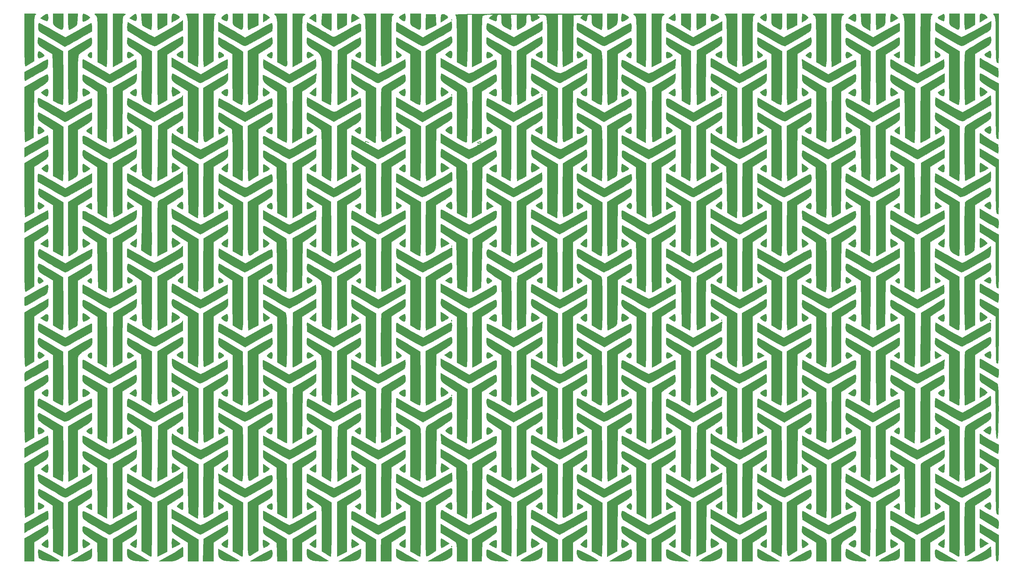
<source format=gbr>
G04 #@! TF.GenerationSoftware,KiCad,Pcbnew,9.0.2*
G04 #@! TF.CreationDate,2025-09-01T17:39:08-04:00*
G04 #@! TF.ProjectId,Trackball,54726163-6b62-4616-9c6c-2e6b69636164,rev?*
G04 #@! TF.SameCoordinates,Original*
G04 #@! TF.FileFunction,Legend,Top*
G04 #@! TF.FilePolarity,Positive*
%FSLAX46Y46*%
G04 Gerber Fmt 4.6, Leading zero omitted, Abs format (unit mm)*
G04 Created by KiCad (PCBNEW 9.0.2) date 2025-09-01 17:39:08*
%MOMM*%
%LPD*%
G01*
G04 APERTURE LIST*
%ADD10C,0.150000*%
%ADD11C,0.010000*%
G04 APERTURE END LIST*
D10*
X69951259Y-32763290D02*
X68951259Y-32763290D01*
X69427449Y-32763290D02*
X69427449Y-32191862D01*
X69951259Y-32191862D02*
X68951259Y-32191862D01*
X68951259Y-31287100D02*
X68951259Y-31477576D01*
X68951259Y-31477576D02*
X68998878Y-31572814D01*
X68998878Y-31572814D02*
X69046497Y-31620433D01*
X69046497Y-31620433D02*
X69189354Y-31715671D01*
X69189354Y-31715671D02*
X69379830Y-31763290D01*
X69379830Y-31763290D02*
X69760782Y-31763290D01*
X69760782Y-31763290D02*
X69856020Y-31715671D01*
X69856020Y-31715671D02*
X69903640Y-31668052D01*
X69903640Y-31668052D02*
X69951259Y-31572814D01*
X69951259Y-31572814D02*
X69951259Y-31382338D01*
X69951259Y-31382338D02*
X69903640Y-31287100D01*
X69903640Y-31287100D02*
X69856020Y-31239481D01*
X69856020Y-31239481D02*
X69760782Y-31191862D01*
X69760782Y-31191862D02*
X69522687Y-31191862D01*
X69522687Y-31191862D02*
X69427449Y-31239481D01*
X69427449Y-31239481D02*
X69379830Y-31287100D01*
X69379830Y-31287100D02*
X69332211Y-31382338D01*
X69332211Y-31382338D02*
X69332211Y-31572814D01*
X69332211Y-31572814D02*
X69379830Y-31668052D01*
X69379830Y-31668052D02*
X69427449Y-31715671D01*
X69427449Y-31715671D02*
X69522687Y-31763290D01*
X44201259Y-49013290D02*
X43201259Y-49013290D01*
X43677449Y-49013290D02*
X43677449Y-48441862D01*
X44201259Y-48441862D02*
X43201259Y-48441862D01*
X43201259Y-48060909D02*
X43201259Y-47441862D01*
X43201259Y-47441862D02*
X43582211Y-47775195D01*
X43582211Y-47775195D02*
X43582211Y-47632338D01*
X43582211Y-47632338D02*
X43629830Y-47537100D01*
X43629830Y-47537100D02*
X43677449Y-47489481D01*
X43677449Y-47489481D02*
X43772687Y-47441862D01*
X43772687Y-47441862D02*
X44010782Y-47441862D01*
X44010782Y-47441862D02*
X44106020Y-47489481D01*
X44106020Y-47489481D02*
X44153640Y-47537100D01*
X44153640Y-47537100D02*
X44201259Y-47632338D01*
X44201259Y-47632338D02*
X44201259Y-47918052D01*
X44201259Y-47918052D02*
X44153640Y-48013290D01*
X44153640Y-48013290D02*
X44106020Y-48060909D01*
X38451259Y-32763290D02*
X37451259Y-32763290D01*
X37927449Y-32763290D02*
X37927449Y-32191862D01*
X38451259Y-32191862D02*
X37451259Y-32191862D01*
X37451259Y-31810909D02*
X37451259Y-31144243D01*
X37451259Y-31144243D02*
X38451259Y-31572814D01*
X64201259Y-49013290D02*
X63201259Y-49013290D01*
X63677449Y-49013290D02*
X63677449Y-48441862D01*
X64201259Y-48441862D02*
X63201259Y-48441862D01*
X63296497Y-48013290D02*
X63248878Y-47965671D01*
X63248878Y-47965671D02*
X63201259Y-47870433D01*
X63201259Y-47870433D02*
X63201259Y-47632338D01*
X63201259Y-47632338D02*
X63248878Y-47537100D01*
X63248878Y-47537100D02*
X63296497Y-47489481D01*
X63296497Y-47489481D02*
X63391735Y-47441862D01*
X63391735Y-47441862D02*
X63486973Y-47441862D01*
X63486973Y-47441862D02*
X63629830Y-47489481D01*
X63629830Y-47489481D02*
X64201259Y-48060909D01*
X64201259Y-48060909D02*
X64201259Y-47441862D01*
D11*
X61835914Y3027409D02*
X61702230Y2893725D01*
X61568546Y3027409D01*
X61702230Y3161093D01*
X61835914Y3027409D01*
G36*
X61835914Y3027409D02*
G01*
X61702230Y2893725D01*
X61568546Y3027409D01*
X61702230Y3161093D01*
X61835914Y3027409D01*
G37*
X61835914Y-18094697D02*
X61702230Y-18228381D01*
X61568546Y-18094697D01*
X61702230Y-17961012D01*
X61835914Y-18094697D01*
G36*
X61835914Y-18094697D02*
G01*
X61702230Y-18228381D01*
X61568546Y-18094697D01*
X61702230Y-17961012D01*
X61835914Y-18094697D01*
G37*
X61835914Y-60606275D02*
X61702230Y-60739960D01*
X61568546Y-60606275D01*
X61702230Y-60472591D01*
X61835914Y-60606275D01*
G36*
X61835914Y-60606275D02*
G01*
X61702230Y-60739960D01*
X61568546Y-60606275D01*
X61702230Y-60472591D01*
X61835914Y-60606275D01*
G37*
X61835914Y-102583118D02*
X61702230Y-102716802D01*
X61568546Y-102583118D01*
X61702230Y-102449433D01*
X61835914Y-102583118D01*
G36*
X61835914Y-102583118D02*
G01*
X61702230Y-102716802D01*
X61568546Y-102583118D01*
X61702230Y-102449433D01*
X61835914Y-102583118D01*
G37*
X61835914Y-145094697D02*
X61702230Y-145228381D01*
X61568546Y-145094697D01*
X61702230Y-144961012D01*
X61835914Y-145094697D01*
G36*
X61835914Y-145094697D02*
G01*
X61702230Y-145228381D01*
X61568546Y-145094697D01*
X61702230Y-144961012D01*
X61835914Y-145094697D01*
G37*
X87235914Y-18094697D02*
X87102230Y-18228381D01*
X86968546Y-18094697D01*
X87102230Y-17961012D01*
X87235914Y-18094697D01*
G36*
X87235914Y-18094697D02*
G01*
X87102230Y-18228381D01*
X86968546Y-18094697D01*
X87102230Y-17961012D01*
X87235914Y-18094697D01*
G37*
X137768546Y-18094697D02*
X137634861Y-18228381D01*
X137501177Y-18094697D01*
X137634861Y-17961012D01*
X137768546Y-18094697D01*
G36*
X137768546Y-18094697D02*
G01*
X137634861Y-18228381D01*
X137501177Y-18094697D01*
X137634861Y-17961012D01*
X137768546Y-18094697D01*
G37*
X137768546Y-81461012D02*
X137634861Y-81594697D01*
X137501177Y-81461012D01*
X137634861Y-81327328D01*
X137768546Y-81461012D01*
G36*
X137768546Y-81461012D02*
G01*
X137634861Y-81594697D01*
X137501177Y-81461012D01*
X137634861Y-81327328D01*
X137768546Y-81461012D01*
G37*
X61746791Y-81416451D02*
X61778790Y-81733755D01*
X61746791Y-81772942D01*
X61587841Y-81736241D01*
X61568546Y-81594697D01*
X61666371Y-81374622D01*
X61746791Y-81416451D01*
G36*
X61746791Y-81416451D02*
G01*
X61778790Y-81733755D01*
X61746791Y-81772942D01*
X61587841Y-81736241D01*
X61568546Y-81594697D01*
X61666371Y-81374622D01*
X61746791Y-81416451D01*
G37*
X213344686Y-81416451D02*
X213376685Y-81733755D01*
X213344686Y-81772942D01*
X213185736Y-81736241D01*
X213166440Y-81594697D01*
X213264266Y-81374622D01*
X213344686Y-81416451D01*
G36*
X213344686Y-81416451D02*
G01*
X213376685Y-81733755D01*
X213344686Y-81772942D01*
X213185736Y-81736241D01*
X213166440Y-81594697D01*
X213264266Y-81374622D01*
X213344686Y-81416451D01*
G37*
X34266779Y4613436D02*
X34954535Y4129552D01*
X35745788Y3496457D01*
X34620325Y2922288D01*
X33494861Y2348120D01*
X33494861Y3556712D01*
X33560968Y4378335D01*
X33798611Y4722860D01*
X34266779Y4613436D01*
G36*
X34266779Y4613436D02*
G01*
X34954535Y4129552D01*
X35745788Y3496457D01*
X34620325Y2922288D01*
X33494861Y2348120D01*
X33494861Y3556712D01*
X33560968Y4378335D01*
X33798611Y4722860D01*
X34266779Y4613436D01*
G37*
X34317523Y-16542212D02*
X35087663Y-17042638D01*
X35383507Y-17418417D01*
X35218745Y-17763566D01*
X34607064Y-18172105D01*
X34558796Y-18199368D01*
X33494861Y-18797333D01*
X33494861Y-16059201D01*
X34317523Y-16542212D01*
G36*
X34317523Y-16542212D02*
G01*
X35087663Y-17042638D01*
X35383507Y-17418417D01*
X35218745Y-17763566D01*
X34607064Y-18172105D01*
X34558796Y-18199368D01*
X33494861Y-18797333D01*
X33494861Y-16059201D01*
X34317523Y-16542212D01*
G37*
X187766440Y-6858357D02*
X187700510Y-7549093D01*
X187457093Y-7762630D01*
X186967754Y-7526662D01*
X186673166Y-7300766D01*
X186055389Y-6800520D01*
X186910914Y-6358111D01*
X187766440Y-5915701D01*
X187766440Y-6858357D01*
G36*
X187766440Y-6858357D02*
G01*
X187700510Y-7549093D01*
X187457093Y-7762630D01*
X186967754Y-7526662D01*
X186673166Y-7300766D01*
X186055389Y-6800520D01*
X186910914Y-6358111D01*
X187766440Y-5915701D01*
X187766440Y-6858357D01*
G37*
X161159973Y-101176975D02*
X161740463Y-101590529D01*
X162068670Y-101897063D01*
X162095762Y-101955129D01*
X161889728Y-102187078D01*
X161371168Y-102554308D01*
X161163282Y-102681375D01*
X160227493Y-103233504D01*
X160227493Y-100572938D01*
X161159973Y-101176975D01*
G36*
X161159973Y-101176975D02*
G01*
X161740463Y-101590529D01*
X162068670Y-101897063D01*
X162095762Y-101955129D01*
X161889728Y-102187078D01*
X161371168Y-102554308D01*
X161163282Y-102681375D01*
X160227493Y-103233504D01*
X160227493Y-100572938D01*
X161159973Y-101176975D01*
G37*
X-53970080Y-90489996D02*
X-53591456Y-90739188D01*
X-52786887Y-91312092D01*
X-53390370Y-91800763D01*
X-54083585Y-92235489D01*
X-54523289Y-92202570D01*
X-54721870Y-91698302D01*
X-54736718Y-91398205D01*
X-54675710Y-90625401D01*
X-54444338Y-90336575D01*
X-53970080Y-90489996D01*
G36*
X-53970080Y-90489996D02*
G01*
X-53591456Y-90739188D01*
X-52786887Y-91312092D01*
X-53390370Y-91800763D01*
X-54083585Y-92235489D01*
X-54523289Y-92202570D01*
X-54721870Y-91698302D01*
X-54736718Y-91398205D01*
X-54675710Y-90625401D01*
X-54444338Y-90336575D01*
X-53970080Y-90489996D01*
G37*
X-51842619Y4330953D02*
X-51795665Y3695830D01*
X-51853040Y2985562D01*
X-52087488Y2693983D01*
X-52592495Y2781425D01*
X-53232411Y3086206D01*
X-54000737Y3489333D01*
X-53232411Y4117703D01*
X-52506873Y4628068D01*
X-52061230Y4704326D01*
X-51842619Y4330953D01*
G36*
X-51842619Y4330953D02*
G01*
X-51795665Y3695830D01*
X-51853040Y2985562D01*
X-52087488Y2693983D01*
X-52592495Y2781425D01*
X-53232411Y3086206D01*
X-54000737Y3489333D01*
X-53232411Y4117703D01*
X-52506873Y4628068D01*
X-52061230Y4704326D01*
X-51842619Y4330953D01*
G37*
X-51831602Y-80189837D02*
X-51795665Y-80792591D01*
X-51868108Y-81537089D01*
X-52131504Y-81829072D01*
X-52654957Y-81696016D01*
X-53221222Y-81359347D01*
X-53978358Y-80860153D01*
X-53179948Y-80291635D01*
X-52450741Y-79842142D01*
X-52025148Y-79799576D01*
X-51831602Y-80189837D01*
G36*
X-51831602Y-80189837D02*
G01*
X-51795665Y-80792591D01*
X-51868108Y-81537089D01*
X-52131504Y-81829072D01*
X-52654957Y-81696016D01*
X-53221222Y-81359347D01*
X-53978358Y-80860153D01*
X-53179948Y-80291635D01*
X-52450741Y-79842142D01*
X-52025148Y-79799576D01*
X-51831602Y-80189837D01*
G37*
X-51825927Y-16895032D02*
X-51795665Y-17426275D01*
X-51888759Y-18198417D01*
X-52187490Y-18486217D01*
X-52721032Y-18301106D01*
X-53169729Y-17964664D01*
X-53800928Y-17433579D01*
X-53132507Y-16901136D01*
X-52440879Y-16445902D01*
X-52021552Y-16437503D01*
X-51825927Y-16895032D01*
G36*
X-51825927Y-16895032D02*
G01*
X-51795665Y-17426275D01*
X-51888759Y-18198417D01*
X-52187490Y-18486217D01*
X-52721032Y-18301106D01*
X-53169729Y-17964664D01*
X-53800928Y-17433579D01*
X-53132507Y-16901136D01*
X-52440879Y-16445902D01*
X-52021552Y-16437503D01*
X-51825927Y-16895032D01*
G37*
X-39526085Y-6253626D02*
X-39496718Y-6855816D01*
X-39550873Y-7546066D01*
X-39765726Y-7756472D01*
X-40219854Y-7535586D01*
X-40392439Y-7409246D01*
X-40720445Y-6972573D01*
X-40526663Y-6537237D01*
X-40016564Y-6188833D01*
X-39671462Y-6060596D01*
X-39526085Y-6253626D01*
G36*
X-39526085Y-6253626D02*
G01*
X-39496718Y-6855816D01*
X-39550873Y-7546066D01*
X-39765726Y-7756472D01*
X-40219854Y-7535586D01*
X-40392439Y-7409246D01*
X-40720445Y-6972573D01*
X-40526663Y-6537237D01*
X-40016564Y-6188833D01*
X-39671462Y-6060596D01*
X-39526085Y-6253626D01*
G37*
X-39526085Y-90742047D02*
X-39496718Y-91344237D01*
X-39550873Y-92034487D01*
X-39765726Y-92244894D01*
X-40219854Y-92024007D01*
X-40392439Y-91897667D01*
X-40720445Y-91460995D01*
X-40526663Y-91025658D01*
X-40016564Y-90677254D01*
X-39671462Y-90549017D01*
X-39526085Y-90742047D01*
G36*
X-39526085Y-90742047D02*
G01*
X-39496718Y-91344237D01*
X-39550873Y-92034487D01*
X-39765726Y-92244894D01*
X-40219854Y-92024007D01*
X-40392439Y-91897667D01*
X-40720445Y-91460995D01*
X-40526663Y-91025658D01*
X-40016564Y-90677254D01*
X-39671462Y-90549017D01*
X-39526085Y-90742047D01*
G37*
X-39443842Y-112494004D02*
X-39402879Y-113234019D01*
X-39565513Y-113519872D01*
X-40013550Y-113418084D01*
X-40366701Y-113244424D01*
X-40942759Y-112874485D01*
X-41029024Y-112555089D01*
X-40622275Y-112183131D01*
X-40327838Y-112000683D01*
X-39554748Y-111544007D01*
X-39443842Y-112494004D01*
G36*
X-39443842Y-112494004D02*
G01*
X-39402879Y-113234019D01*
X-39565513Y-113519872D01*
X-40013550Y-113418084D01*
X-40366701Y-113244424D01*
X-40942759Y-112874485D01*
X-41029024Y-112555089D01*
X-40622275Y-112183131D01*
X-40327838Y-112000683D01*
X-39554748Y-111544007D01*
X-39443842Y-112494004D01*
G37*
X-28635257Y-6190473D02*
X-28309296Y-6423122D01*
X-27682927Y-6904921D01*
X-28366731Y-7352967D01*
X-29054784Y-7727398D01*
X-29437591Y-7696417D01*
X-29590355Y-7230379D01*
X-29604086Y-6865223D01*
X-29509669Y-6177337D01*
X-29199957Y-5956937D01*
X-28635257Y-6190473D01*
G36*
X-28635257Y-6190473D02*
G01*
X-28309296Y-6423122D01*
X-27682927Y-6904921D01*
X-28366731Y-7352967D01*
X-29054784Y-7727398D01*
X-29437591Y-7696417D01*
X-29590355Y-7230379D01*
X-29604086Y-6865223D01*
X-29509669Y-6177337D01*
X-29199957Y-5956937D01*
X-28635257Y-6190473D01*
G37*
X-28635257Y-90678894D02*
X-28309296Y-90911543D01*
X-27682927Y-91393342D01*
X-28366731Y-91841388D01*
X-29054784Y-92215819D01*
X-29437591Y-92184838D01*
X-29590355Y-91718800D01*
X-29604086Y-91353644D01*
X-29509669Y-90665758D01*
X-29199957Y-90445359D01*
X-28635257Y-90678894D01*
G36*
X-28635257Y-90678894D02*
G01*
X-28309296Y-90911543D01*
X-27682927Y-91393342D01*
X-28366731Y-91841388D01*
X-29054784Y-92215819D01*
X-29437591Y-92184838D01*
X-29590355Y-91718800D01*
X-29604086Y-91353644D01*
X-29509669Y-90665758D01*
X-29199957Y-90445359D01*
X-28635257Y-90678894D01*
G37*
X-26960547Y4292155D02*
X-26930402Y3695830D01*
X-26964445Y2974830D01*
X-27143060Y2695736D01*
X-27580974Y2798513D01*
X-28118813Y3073948D01*
X-28906171Y3500130D01*
X-28170745Y4132717D01*
X-27512900Y4627398D01*
X-27131583Y4688322D01*
X-26960547Y4292155D01*
G36*
X-26960547Y4292155D02*
G01*
X-26930402Y3695830D01*
X-26964445Y2974830D01*
X-27143060Y2695736D01*
X-27580974Y2798513D01*
X-28118813Y3073948D01*
X-28906171Y3500130D01*
X-28170745Y4132717D01*
X-27512900Y4627398D01*
X-27131583Y4688322D01*
X-26960547Y4292155D01*
G37*
X-26960547Y-101318372D02*
X-26930402Y-101914697D01*
X-26964445Y-102635696D01*
X-27143060Y-102914790D01*
X-27580974Y-102812013D01*
X-28118813Y-102536578D01*
X-28906171Y-102110396D01*
X-28170745Y-101477809D01*
X-27512900Y-100983128D01*
X-27131583Y-100922204D01*
X-26960547Y-101318372D01*
G36*
X-26960547Y-101318372D02*
G01*
X-26930402Y-101914697D01*
X-26964445Y-102635696D01*
X-27143060Y-102914790D01*
X-27580974Y-102812013D01*
X-28118813Y-102536578D01*
X-28906171Y-102110396D01*
X-28170745Y-101477809D01*
X-27512900Y-100983128D01*
X-27131583Y-100922204D01*
X-26960547Y-101318372D01*
G37*
X-13829349Y-70082738D02*
X-13864035Y-70814404D01*
X-14040920Y-71094965D01*
X-14469244Y-71007038D01*
X-14831981Y-70841006D01*
X-15340173Y-70462241D01*
X-15329563Y-70048236D01*
X-14796437Y-69573632D01*
X-14631454Y-69471964D01*
X-13829349Y-68998149D01*
X-13829349Y-70082738D01*
G36*
X-13829349Y-70082738D02*
G01*
X-13864035Y-70814404D01*
X-14040920Y-71094965D01*
X-14469244Y-71007038D01*
X-14831981Y-70841006D01*
X-15340173Y-70462241D01*
X-15329563Y-70048236D01*
X-14796437Y-69573632D01*
X-14631454Y-69471964D01*
X-13829349Y-68998149D01*
X-13829349Y-70082738D01*
G37*
X-3134612Y-48617227D02*
X-2526440Y-49028256D01*
X-2389972Y-49342951D01*
X-2710871Y-49687926D01*
X-2991521Y-49880789D01*
X-3557489Y-50218410D01*
X-3835701Y-50209623D01*
X-3928066Y-49784045D01*
X-3936718Y-49228002D01*
X-3936718Y-48143412D01*
X-3134612Y-48617227D01*
G36*
X-3134612Y-48617227D02*
G01*
X-2526440Y-49028256D01*
X-2389972Y-49342951D01*
X-2710871Y-49687926D01*
X-2991521Y-49880789D01*
X-3557489Y-50218410D01*
X-3835701Y-50209623D01*
X-3928066Y-49784045D01*
X-3936718Y-49228002D01*
X-3936718Y-48143412D01*
X-3134612Y-48617227D01*
G37*
X-3134612Y-133105648D02*
X-2526440Y-133516677D01*
X-2389972Y-133831372D01*
X-2710871Y-134176347D01*
X-2991521Y-134369210D01*
X-3557489Y-134706831D01*
X-3835701Y-134698044D01*
X-3928066Y-134272466D01*
X-3936718Y-133716423D01*
X-3936718Y-132631833D01*
X-3134612Y-133105648D01*
G36*
X-3134612Y-133105648D02*
G01*
X-2526440Y-133516677D01*
X-2389972Y-133831372D01*
X-2710871Y-134176347D01*
X-2991521Y-134369210D01*
X-3557489Y-134706831D01*
X-3835701Y-134698044D01*
X-3928066Y-134272466D01*
X-3936718Y-133716423D01*
X-3936718Y-132631833D01*
X-3134612Y-133105648D01*
G37*
X-1263033Y-38655809D02*
X-1292414Y-39457743D01*
X-1449565Y-39797364D01*
X-1838004Y-39746544D01*
X-2415894Y-39456258D01*
X-2941839Y-39087321D01*
X-3016398Y-38733862D01*
X-2623314Y-38312330D01*
X-2127412Y-37973681D01*
X-1263033Y-37426395D01*
X-1263033Y-38655809D01*
G36*
X-1263033Y-38655809D02*
G01*
X-1292414Y-39457743D01*
X-1449565Y-39797364D01*
X-1838004Y-39746544D01*
X-2415894Y-39456258D01*
X-2941839Y-39087321D01*
X-3016398Y-38733862D01*
X-2623314Y-38312330D01*
X-2127412Y-37973681D01*
X-1263033Y-37426395D01*
X-1263033Y-38655809D01*
G37*
X-1263033Y-59777914D02*
X-1292414Y-60579849D01*
X-1449565Y-60919469D01*
X-1838004Y-60868649D01*
X-2415894Y-60578363D01*
X-2941839Y-60209426D01*
X-3016398Y-59855967D01*
X-2623314Y-59434436D01*
X-2127412Y-59095786D01*
X-1263033Y-58548500D01*
X-1263033Y-59777914D01*
G36*
X-1263033Y-59777914D02*
G01*
X-1292414Y-60579849D01*
X-1449565Y-60919469D01*
X-1838004Y-60868649D01*
X-2415894Y-60578363D01*
X-2941839Y-60209426D01*
X-3016398Y-59855967D01*
X-2623314Y-59434436D01*
X-2127412Y-59095786D01*
X-1263033Y-58548500D01*
X-1263033Y-59777914D01*
G37*
X-1263033Y-123144230D02*
X-1292414Y-123946164D01*
X-1449565Y-124285785D01*
X-1838004Y-124234965D01*
X-2415894Y-123944679D01*
X-2941839Y-123575742D01*
X-3016398Y-123222283D01*
X-2623314Y-122800751D01*
X-2127412Y-122462102D01*
X-1263033Y-121914816D01*
X-1263033Y-123144230D01*
G36*
X-1263033Y-123144230D02*
G01*
X-1292414Y-123946164D01*
X-1449565Y-124285785D01*
X-1838004Y-124234965D01*
X-2415894Y-123944679D01*
X-2941839Y-123575742D01*
X-3016398Y-123222283D01*
X-2623314Y-122800751D01*
X-2127412Y-122462102D01*
X-1263033Y-121914816D01*
X-1263033Y-123144230D01*
G37*
X-1263033Y-144266335D02*
X-1292414Y-145068270D01*
X-1449565Y-145407890D01*
X-1838004Y-145357070D01*
X-2415894Y-145066784D01*
X-2941839Y-144697847D01*
X-3016398Y-144344388D01*
X-2623314Y-143922857D01*
X-2127412Y-143584207D01*
X-1263033Y-143036921D01*
X-1263033Y-144266335D01*
G36*
X-1263033Y-144266335D02*
G01*
X-1292414Y-145068270D01*
X-1449565Y-145407890D01*
X-1838004Y-145357070D01*
X-2415894Y-145066784D01*
X-2941839Y-144697847D01*
X-3016398Y-144344388D01*
X-2623314Y-143922857D01*
X-2127412Y-143584207D01*
X-1263033Y-143036921D01*
X-1263033Y-144266335D01*
G37*
X21547330Y-48399786D02*
X22102847Y-48825171D01*
X22876097Y-49457467D01*
X22049283Y-49885029D01*
X21372477Y-50211331D01*
X21044024Y-50218584D01*
X20937948Y-49834635D01*
X20928546Y-49243118D01*
X20968165Y-48512265D01*
X21145292Y-48241524D01*
X21547330Y-48399786D01*
G36*
X21547330Y-48399786D02*
G01*
X22102847Y-48825171D01*
X22876097Y-49457467D01*
X22049283Y-49885029D01*
X21372477Y-50211331D01*
X21044024Y-50218584D01*
X20937948Y-49834635D01*
X20928546Y-49243118D01*
X20968165Y-48512265D01*
X21145292Y-48241524D01*
X21547330Y-48399786D01*
G37*
X21897374Y-6190473D02*
X22223335Y-6423122D01*
X22849704Y-6904921D01*
X22165900Y-7352967D01*
X21477848Y-7727398D01*
X21095041Y-7696417D01*
X20942277Y-7230379D01*
X20928546Y-6865223D01*
X21022962Y-6177337D01*
X21332675Y-5956937D01*
X21897374Y-6190473D01*
G36*
X21897374Y-6190473D02*
G01*
X22223335Y-6423122D01*
X22849704Y-6904921D01*
X22165900Y-7352967D01*
X21477848Y-7727398D01*
X21095041Y-7696417D01*
X20942277Y-7230379D01*
X20928546Y-6865223D01*
X21022962Y-6177337D01*
X21332675Y-5956937D01*
X21897374Y-6190473D01*
G37*
X21897374Y-90678894D02*
X22223335Y-90911543D01*
X22849704Y-91393342D01*
X22165900Y-91841388D01*
X21477848Y-92215819D01*
X21095041Y-92184838D01*
X20942277Y-91718800D01*
X20928546Y-91353644D01*
X21022962Y-90665758D01*
X21332675Y-90445359D01*
X21897374Y-90678894D01*
G36*
X21897374Y-90678894D02*
G01*
X22223335Y-90911543D01*
X22849704Y-91393342D01*
X22165900Y-91841388D01*
X21477848Y-92215819D01*
X21095041Y-92184838D01*
X20942277Y-91718800D01*
X20928546Y-91353644D01*
X21022962Y-90665758D01*
X21332675Y-90445359D01*
X21897374Y-90678894D01*
G37*
X34007840Y-79624215D02*
X34552967Y-80020413D01*
X34782635Y-80205824D01*
X35669357Y-80941513D01*
X34582109Y-81552581D01*
X33494861Y-82163648D01*
X33494861Y-80809699D01*
X33530475Y-80043043D01*
X33621653Y-79555664D01*
X33695388Y-79462942D01*
X34007840Y-79624215D01*
G36*
X34007840Y-79624215D02*
G01*
X34552967Y-80020413D01*
X34782635Y-80205824D01*
X35669357Y-80941513D01*
X34582109Y-81552581D01*
X33494861Y-82163648D01*
X33494861Y-80809699D01*
X33530475Y-80043043D01*
X33621653Y-79555664D01*
X33695388Y-79462942D01*
X34007840Y-79624215D01*
G37*
X34007840Y-100746320D02*
X34552967Y-101142519D01*
X34782635Y-101327929D01*
X35669357Y-102063619D01*
X34582109Y-102674686D01*
X33494861Y-103285754D01*
X33494861Y-101931804D01*
X33530475Y-101165148D01*
X33621653Y-100677769D01*
X33695388Y-100585047D01*
X34007840Y-100746320D01*
G36*
X34007840Y-100746320D02*
G01*
X34552967Y-101142519D01*
X34782635Y-101327929D01*
X35669357Y-102063619D01*
X34582109Y-102674686D01*
X33494861Y-103285754D01*
X33494861Y-101931804D01*
X33530475Y-101165148D01*
X33621653Y-100677769D01*
X33695388Y-100585047D01*
X34007840Y-100746320D01*
G37*
X36047751Y-90525967D02*
X36159915Y-90988183D01*
X36168546Y-91353644D01*
X36114649Y-92036637D01*
X35891137Y-92250114D01*
X35405276Y-92038035D01*
X35123827Y-91848890D01*
X34494863Y-91408347D01*
X35131178Y-90919046D01*
X35734546Y-90515367D01*
X36047751Y-90525967D01*
G36*
X36047751Y-90525967D02*
G01*
X36159915Y-90988183D01*
X36168546Y-91353644D01*
X36114649Y-92036637D01*
X35891137Y-92250114D01*
X35405276Y-92038035D01*
X35123827Y-91848890D01*
X34494863Y-91408347D01*
X35131178Y-90919046D01*
X35734546Y-90515367D01*
X36047751Y-90525967D01*
G37*
X36052561Y-133045275D02*
X36161743Y-133539433D01*
X36168546Y-133865223D01*
X36117795Y-134542941D01*
X35906126Y-134752233D01*
X35444417Y-134530437D01*
X35131178Y-134299821D01*
X34494863Y-133810520D01*
X35123827Y-133369977D01*
X35737501Y-133003443D01*
X36052561Y-133045275D01*
G36*
X36052561Y-133045275D02*
G01*
X36161743Y-133539433D01*
X36168546Y-133865223D01*
X36117795Y-134542941D01*
X35906126Y-134752233D01*
X35444417Y-134530437D01*
X35131178Y-134299821D01*
X34494863Y-133810520D01*
X35123827Y-133369977D01*
X35737501Y-133003443D01*
X36052561Y-133045275D01*
G37*
X36079648Y-48544805D02*
X36163699Y-48987292D01*
X36168546Y-49376802D01*
X36117243Y-50056133D01*
X35904056Y-50264222D01*
X35440067Y-50039332D01*
X35141124Y-49818902D01*
X34514755Y-49337104D01*
X35198559Y-48889058D01*
X35797510Y-48531960D01*
X36079648Y-48544805D01*
G36*
X36079648Y-48544805D02*
G01*
X36163699Y-48987292D01*
X36168546Y-49376802D01*
X36117243Y-50056133D01*
X35904056Y-50264222D01*
X35440067Y-50039332D01*
X35141124Y-49818902D01*
X34514755Y-49337104D01*
X35198559Y-48889058D01*
X35797510Y-48531960D01*
X36079648Y-48544805D01*
G37*
X36154759Y-27610403D02*
X36168546Y-28121012D01*
X36124218Y-28871592D01*
X35932379Y-29134376D01*
X35504748Y-28953014D01*
X35099072Y-28649804D01*
X34430651Y-28121012D01*
X35099072Y-27592221D01*
X35710211Y-27165730D01*
X36032680Y-27157241D01*
X36154759Y-27610403D01*
G36*
X36154759Y-27610403D02*
G01*
X36168546Y-28121012D01*
X36124218Y-28871592D01*
X35932379Y-29134376D01*
X35504748Y-28953014D01*
X35099072Y-28649804D01*
X34430651Y-28121012D01*
X35099072Y-27592221D01*
X35710211Y-27165730D01*
X36032680Y-27157241D01*
X36154759Y-27610403D01*
G37*
X36154759Y-112098824D02*
X36168546Y-112609433D01*
X36124218Y-113360013D01*
X35932379Y-113622797D01*
X35504748Y-113441435D01*
X35099072Y-113138225D01*
X34430651Y-112609433D01*
X35099072Y-112080642D01*
X35710211Y-111654152D01*
X36032680Y-111645662D01*
X36154759Y-112098824D01*
G36*
X36154759Y-112098824D02*
G01*
X36168546Y-112609433D01*
X36124218Y-113360013D01*
X35932379Y-113622797D01*
X35504748Y-113441435D01*
X35099072Y-113138225D01*
X34430651Y-112609433D01*
X35099072Y-112080642D01*
X35710211Y-111654152D01*
X36032680Y-111645662D01*
X36154759Y-112098824D01*
G37*
X46863282Y-6196802D02*
X47470153Y-6690060D01*
X47611794Y-7036081D01*
X47297499Y-7334151D01*
X46984386Y-7490727D01*
X46415071Y-7729951D01*
X46146843Y-7693630D01*
X46066410Y-7286366D01*
X46061177Y-6713332D01*
X46061177Y-5625652D01*
X46863282Y-6196802D01*
G36*
X46863282Y-6196802D02*
G01*
X47470153Y-6690060D01*
X47611794Y-7036081D01*
X47297499Y-7334151D01*
X46984386Y-7490727D01*
X46415071Y-7729951D01*
X46146843Y-7693630D01*
X46066410Y-7286366D01*
X46061177Y-6713332D01*
X46061177Y-5625652D01*
X46863282Y-6196802D01*
G37*
X46863282Y-48617227D02*
X47471455Y-49028256D01*
X47607922Y-49342951D01*
X47287024Y-49687926D01*
X47006374Y-49880789D01*
X46440406Y-50218410D01*
X46162193Y-50209623D01*
X46069829Y-49784045D01*
X46061177Y-49228002D01*
X46061177Y-48143412D01*
X46863282Y-48617227D01*
G36*
X46863282Y-48617227D02*
G01*
X47471455Y-49028256D01*
X47607922Y-49342951D01*
X47287024Y-49687926D01*
X47006374Y-49880789D01*
X46440406Y-50218410D01*
X46162193Y-50209623D01*
X46069829Y-49784045D01*
X46061177Y-49228002D01*
X46061177Y-48143412D01*
X46863282Y-48617227D01*
G37*
X46863282Y-69739332D02*
X47473607Y-70149534D01*
X47607607Y-70440989D01*
X47276268Y-70715107D01*
X46984386Y-70857043D01*
X46391136Y-71103839D01*
X46129225Y-71048799D01*
X46063136Y-70597886D01*
X46061177Y-70216423D01*
X46061177Y-69265517D01*
X46863282Y-69739332D01*
G36*
X46863282Y-69739332D02*
G01*
X47473607Y-70149534D01*
X47607607Y-70440989D01*
X47276268Y-70715107D01*
X46984386Y-70857043D01*
X46391136Y-71103839D01*
X46129225Y-71048799D01*
X46063136Y-70597886D01*
X46061177Y-70216423D01*
X46061177Y-69265517D01*
X46863282Y-69739332D01*
G37*
X46863282Y-90685223D02*
X47470153Y-91178481D01*
X47611794Y-91524502D01*
X47297499Y-91822572D01*
X46984386Y-91979148D01*
X46415071Y-92218372D01*
X46146843Y-92182051D01*
X46066410Y-91774787D01*
X46061177Y-91201753D01*
X46061177Y-90114073D01*
X46863282Y-90685223D01*
G36*
X46863282Y-90685223D02*
G01*
X47470153Y-91178481D01*
X47611794Y-91524502D01*
X47297499Y-91822572D01*
X46984386Y-91979148D01*
X46415071Y-92218372D01*
X46146843Y-92182051D01*
X46066410Y-91774787D01*
X46061177Y-91201753D01*
X46061177Y-90114073D01*
X46863282Y-90685223D01*
G37*
X46863282Y-133105648D02*
X47471455Y-133516677D01*
X47607922Y-133831372D01*
X47287024Y-134176347D01*
X47006374Y-134369210D01*
X46440406Y-134706831D01*
X46162193Y-134698044D01*
X46069829Y-134272466D01*
X46061177Y-133716423D01*
X46061177Y-132631833D01*
X46863282Y-133105648D01*
G36*
X46863282Y-133105648D02*
G01*
X47471455Y-133516677D01*
X47607922Y-133831372D01*
X47287024Y-134176347D01*
X47006374Y-134369210D01*
X46440406Y-134706831D01*
X46162193Y-134698044D01*
X46069829Y-134272466D01*
X46061177Y-133716423D01*
X46061177Y-132631833D01*
X46863282Y-133105648D01*
G37*
X48734861Y-59777914D02*
X48703020Y-60587028D01*
X48543631Y-60926217D01*
X48160894Y-60859352D01*
X47597183Y-60536407D01*
X47083426Y-60153507D01*
X46995348Y-59825564D01*
X47353365Y-59444951D01*
X47870483Y-59095786D01*
X48734861Y-58548500D01*
X48734861Y-59777914D01*
G36*
X48734861Y-59777914D02*
G01*
X48703020Y-60587028D01*
X48543631Y-60926217D01*
X48160894Y-60859352D01*
X47597183Y-60536407D01*
X47083426Y-60153507D01*
X46995348Y-59825564D01*
X47353365Y-59444951D01*
X47870483Y-59095786D01*
X48734861Y-58548500D01*
X48734861Y-59777914D01*
G37*
X48734861Y-123144230D02*
X48703020Y-123953343D01*
X48543631Y-124292533D01*
X48160894Y-124225667D01*
X47597183Y-123902723D01*
X47083426Y-123519823D01*
X46995348Y-123191880D01*
X47353365Y-122811267D01*
X47870483Y-122462102D01*
X48734861Y-121914816D01*
X48734861Y-123144230D01*
G36*
X48734861Y-123144230D02*
G01*
X48703020Y-123953343D01*
X48543631Y-124292533D01*
X48160894Y-124225667D01*
X47597183Y-123902723D01*
X47083426Y-123519823D01*
X46995348Y-123191880D01*
X47353365Y-122811267D01*
X47870483Y-122462102D01*
X48734861Y-121914816D01*
X48734861Y-123144230D01*
G37*
X48734861Y-144266335D02*
X48705481Y-145068270D01*
X48548329Y-145407890D01*
X48159890Y-145357070D01*
X47582001Y-145066784D01*
X47056056Y-144697847D01*
X46981497Y-144344388D01*
X47374581Y-143922857D01*
X47870483Y-143584207D01*
X48734861Y-143036921D01*
X48734861Y-144266335D01*
G36*
X48734861Y-144266335D02*
G01*
X48705481Y-145068270D01*
X48548329Y-145407890D01*
X48159890Y-145357070D01*
X47582001Y-145066784D01*
X47056056Y-144697847D01*
X46981497Y-144344388D01*
X47374581Y-143922857D01*
X47870483Y-143584207D01*
X48734861Y-143036921D01*
X48734861Y-144266335D01*
G37*
X59529085Y4594236D02*
X59876665Y4446202D01*
X60487600Y4065865D01*
X60613518Y3707428D01*
X60245888Y3300839D01*
X59694728Y2952583D01*
X58627493Y2343021D01*
X58627493Y3404699D01*
X58709291Y4254559D01*
X58991443Y4635748D01*
X59529085Y4594236D01*
G36*
X59529085Y4594236D02*
G01*
X59876665Y4446202D01*
X60487600Y4065865D01*
X60613518Y3707428D01*
X60245888Y3300839D01*
X59694728Y2952583D01*
X58627493Y2343021D01*
X58627493Y3404699D01*
X58709291Y4254559D01*
X58991443Y4635748D01*
X59529085Y4594236D01*
G37*
X61632021Y-69387992D02*
X61817378Y-69860563D01*
X61835914Y-70231539D01*
X61798249Y-70873782D01*
X61609272Y-71107903D01*
X61155004Y-70981388D01*
X60654886Y-70723605D01*
X59874911Y-70301291D01*
X60521202Y-69804465D01*
X61213831Y-69373798D01*
X61632021Y-69387992D01*
G36*
X61632021Y-69387992D02*
G01*
X61817378Y-69860563D01*
X61835914Y-70231539D01*
X61798249Y-70873782D01*
X61609272Y-71107903D01*
X61155004Y-70981388D01*
X60654886Y-70723605D01*
X59874911Y-70301291D01*
X60521202Y-69804465D01*
X61213831Y-69373798D01*
X61632021Y-69387992D01*
G37*
X61800327Y-90619492D02*
X61835914Y-91219960D01*
X61768918Y-91949978D01*
X61517299Y-92237102D01*
X61005108Y-92110537D01*
X60412825Y-91767176D01*
X59658157Y-91284007D01*
X60454099Y-90717246D01*
X61182401Y-90268660D01*
X61607312Y-90227405D01*
X61800327Y-90619492D01*
G36*
X61800327Y-90619492D02*
G01*
X61835914Y-91219960D01*
X61768918Y-91949978D01*
X61517299Y-92237102D01*
X61005108Y-92110537D01*
X60412825Y-91767176D01*
X59658157Y-91284007D01*
X60454099Y-90717246D01*
X61182401Y-90268660D01*
X61607312Y-90227405D01*
X61800327Y-90619492D01*
G37*
X61804760Y-6196323D02*
X61835914Y-6731539D01*
X61755587Y-7490237D01*
X61480382Y-7771407D01*
X60958963Y-7596368D01*
X60508578Y-7282773D01*
X59849662Y-6776425D01*
X60508578Y-6228140D01*
X61190601Y-5758895D01*
X61607773Y-5742643D01*
X61804760Y-6196323D01*
G36*
X61804760Y-6196323D02*
G01*
X61835914Y-6731539D01*
X61755587Y-7490237D01*
X61480382Y-7771407D01*
X60958963Y-7596368D01*
X60508578Y-7282773D01*
X59849662Y-6776425D01*
X60508578Y-6228140D01*
X61190601Y-5758895D01*
X61607773Y-5742643D01*
X61804760Y-6196323D01*
G37*
X72430006Y-90678894D02*
X72755967Y-90911543D01*
X73382336Y-91393342D01*
X72698532Y-91841388D01*
X72010479Y-92215819D01*
X71627672Y-92184838D01*
X71474908Y-91718800D01*
X71461177Y-91353644D01*
X71555594Y-90665758D01*
X71865306Y-90445359D01*
X72430006Y-90678894D01*
G36*
X72430006Y-90678894D02*
G01*
X72755967Y-90911543D01*
X73382336Y-91393342D01*
X72698532Y-91841388D01*
X72010479Y-92215819D01*
X71627672Y-92184838D01*
X71474908Y-91718800D01*
X71461177Y-91353644D01*
X71555594Y-90665758D01*
X71865306Y-90445359D01*
X72430006Y-90678894D01*
G37*
X74353847Y-16783192D02*
X74402230Y-17426275D01*
X74339405Y-18150120D01*
X74092557Y-18447190D01*
X73574125Y-18354833D01*
X72945490Y-18047654D01*
X72157172Y-17620969D01*
X72945490Y-16990213D01*
X73680394Y-16484691D01*
X74131919Y-16410318D01*
X74353847Y-16783192D01*
G36*
X74353847Y-16783192D02*
G01*
X74402230Y-17426275D01*
X74339405Y-18150120D01*
X74092557Y-18447190D01*
X73574125Y-18354833D01*
X72945490Y-18047654D01*
X72157172Y-17620969D01*
X72945490Y-16990213D01*
X73680394Y-16484691D01*
X74131919Y-16410318D01*
X74353847Y-16783192D01*
G37*
X74353847Y-80149508D02*
X74402230Y-80792591D01*
X74339405Y-81516436D01*
X74092557Y-81813506D01*
X73574125Y-81721149D01*
X72945490Y-81413970D01*
X72157172Y-80987285D01*
X72945490Y-80356529D01*
X73680394Y-79851007D01*
X74131919Y-79776634D01*
X74353847Y-80149508D01*
G36*
X74353847Y-80149508D02*
G01*
X74402230Y-80792591D01*
X74339405Y-81516436D01*
X74092557Y-81813506D01*
X73574125Y-81721149D01*
X72945490Y-81413970D01*
X72157172Y-80987285D01*
X72945490Y-80356529D01*
X73680394Y-79851007D01*
X74131919Y-79776634D01*
X74353847Y-80149508D01*
G37*
X74353847Y-101271613D02*
X74402230Y-101914697D01*
X74339405Y-102638542D01*
X74092557Y-102935611D01*
X73574125Y-102843254D01*
X72945490Y-102536075D01*
X72157172Y-102109390D01*
X72945490Y-101478634D01*
X73680394Y-100973112D01*
X74131919Y-100898739D01*
X74353847Y-101271613D01*
G36*
X74353847Y-101271613D02*
G01*
X74402230Y-101914697D01*
X74339405Y-102638542D01*
X74092557Y-102935611D01*
X73574125Y-102843254D01*
X72945490Y-102536075D01*
X72157172Y-102109390D01*
X72945490Y-101478634D01*
X73680394Y-100973112D01*
X74131919Y-100898739D01*
X74353847Y-101271613D01*
G37*
X97627815Y-90489996D02*
X98006439Y-90739188D01*
X98811008Y-91312092D01*
X98207525Y-91800763D01*
X97514310Y-92235489D01*
X97074605Y-92202570D01*
X96876025Y-91698302D01*
X96861177Y-91398205D01*
X96922185Y-90625401D01*
X97153557Y-90336575D01*
X97627815Y-90489996D01*
G36*
X97627815Y-90489996D02*
G01*
X98006439Y-90739188D01*
X98811008Y-91312092D01*
X98207525Y-91800763D01*
X97514310Y-92235489D01*
X97074605Y-92202570D01*
X96876025Y-91698302D01*
X96861177Y-91398205D01*
X96922185Y-90625401D01*
X97153557Y-90336575D01*
X97627815Y-90489996D01*
G37*
X99802230Y-17301608D02*
X99729001Y-18129182D01*
X99472518Y-18471193D01*
X98977589Y-18361254D01*
X98524879Y-18079536D01*
X98054158Y-17671135D01*
X98012741Y-17324691D01*
X98425748Y-16935779D01*
X98866440Y-16659597D01*
X99802230Y-16107468D01*
X99802230Y-17301608D01*
G36*
X99802230Y-17301608D02*
G01*
X99729001Y-18129182D01*
X99472518Y-18471193D01*
X98977589Y-18361254D01*
X98524879Y-18079536D01*
X98054158Y-17671135D01*
X98012741Y-17324691D01*
X98425748Y-16935779D01*
X98866440Y-16659597D01*
X99802230Y-16107468D01*
X99802230Y-17301608D01*
G37*
X99802230Y-38655809D02*
X99772849Y-39457743D01*
X99615698Y-39797364D01*
X99227259Y-39746544D01*
X98649369Y-39456258D01*
X98123424Y-39087321D01*
X98048865Y-38733862D01*
X98441950Y-38312330D01*
X98937851Y-37973681D01*
X99802230Y-37426395D01*
X99802230Y-38655809D01*
G36*
X99802230Y-38655809D02*
G01*
X99772849Y-39457743D01*
X99615698Y-39797364D01*
X99227259Y-39746544D01*
X98649369Y-39456258D01*
X98123424Y-39087321D01*
X98048865Y-38733862D01*
X98441950Y-38312330D01*
X98937851Y-37973681D01*
X99802230Y-37426395D01*
X99802230Y-38655809D01*
G37*
X112256084Y-69666841D02*
X112363616Y-70127634D01*
X112368546Y-70365223D01*
X112317748Y-70950352D01*
X112089865Y-71121382D01*
X111571661Y-70925349D01*
X111331701Y-70795926D01*
X110695909Y-70443472D01*
X111324350Y-70003295D01*
X111939569Y-69635761D01*
X112256084Y-69666841D01*
G36*
X112256084Y-69666841D02*
G01*
X112363616Y-70127634D01*
X112368546Y-70365223D01*
X112317748Y-70950352D01*
X112089865Y-71121382D01*
X111571661Y-70925349D01*
X111331701Y-70795926D01*
X110695909Y-70443472D01*
X111324350Y-70003295D01*
X111939569Y-69635761D01*
X112256084Y-69666841D01*
G37*
X122962637Y-90678894D02*
X123288599Y-90911543D01*
X123914967Y-91393342D01*
X123231163Y-91841388D01*
X122543111Y-92215819D01*
X122160304Y-92184838D01*
X122007540Y-91718800D01*
X121993809Y-91353644D01*
X122088226Y-90665758D01*
X122397938Y-90445359D01*
X122962637Y-90678894D01*
G36*
X122962637Y-90678894D02*
G01*
X123288599Y-90911543D01*
X123914967Y-91393342D01*
X123231163Y-91841388D01*
X122543111Y-92215819D01*
X122160304Y-92184838D01*
X122007540Y-91718800D01*
X121993809Y-91353644D01*
X122088226Y-90665758D01*
X122397938Y-90445359D01*
X122962637Y-90678894D01*
G37*
X124637348Y-101318372D02*
X124667493Y-101914697D01*
X124633450Y-102635696D01*
X124454835Y-102914790D01*
X124016921Y-102812013D01*
X123479082Y-102536578D01*
X122691724Y-102110396D01*
X123427149Y-101477809D01*
X124084995Y-100983128D01*
X124466312Y-100922204D01*
X124637348Y-101318372D01*
G36*
X124637348Y-101318372D02*
G01*
X124667493Y-101914697D01*
X124633450Y-102635696D01*
X124454835Y-102914790D01*
X124016921Y-102812013D01*
X123479082Y-102536578D01*
X122691724Y-102110396D01*
X123427149Y-101477809D01*
X124084995Y-100983128D01*
X124466312Y-100922204D01*
X124637348Y-101318372D01*
G37*
X137768546Y-70082738D02*
X137733860Y-70814404D01*
X137556975Y-71094965D01*
X137128650Y-71007038D01*
X136765914Y-70841006D01*
X136257722Y-70462241D01*
X136268332Y-70048236D01*
X136801458Y-69573632D01*
X136966440Y-69471964D01*
X137768546Y-68998149D01*
X137768546Y-70082738D01*
G36*
X137768546Y-70082738D02*
G01*
X137733860Y-70814404D01*
X137556975Y-71094965D01*
X137128650Y-71007038D01*
X136765914Y-70841006D01*
X136257722Y-70462241D01*
X136268332Y-70048236D01*
X136801458Y-69573632D01*
X136966440Y-69471964D01*
X137768546Y-68998149D01*
X137768546Y-70082738D01*
G37*
X148350386Y-90627828D02*
X148832667Y-90929298D01*
X149603105Y-91437217D01*
X148779103Y-91863325D01*
X148104240Y-92188995D01*
X147776519Y-92207180D01*
X147670554Y-91860716D01*
X147661177Y-91353644D01*
X147704265Y-90696331D01*
X147900510Y-90466524D01*
X148350386Y-90627828D01*
G36*
X148350386Y-90627828D02*
G01*
X148832667Y-90929298D01*
X149603105Y-91437217D01*
X148779103Y-91863325D01*
X148104240Y-92188995D01*
X147776519Y-92207180D01*
X147670554Y-91860716D01*
X147661177Y-91353644D01*
X147704265Y-90696331D01*
X147900510Y-90466524D01*
X148350386Y-90627828D01*
G37*
X148463282Y-6196802D02*
X149070153Y-6690060D01*
X149211794Y-7036081D01*
X148897499Y-7334151D01*
X148584386Y-7490727D01*
X148015071Y-7729951D01*
X147746843Y-7693630D01*
X147666410Y-7286366D01*
X147661177Y-6713332D01*
X147661177Y-5625652D01*
X148463282Y-6196802D01*
G36*
X148463282Y-6196802D02*
G01*
X149070153Y-6690060D01*
X149211794Y-7036081D01*
X148897499Y-7334151D01*
X148584386Y-7490727D01*
X148015071Y-7729951D01*
X147746843Y-7693630D01*
X147666410Y-7286366D01*
X147661177Y-6713332D01*
X147661177Y-5625652D01*
X148463282Y-6196802D01*
G37*
X148463282Y-48617227D02*
X149071455Y-49028256D01*
X149207922Y-49342951D01*
X148887024Y-49687926D01*
X148606374Y-49880789D01*
X148040406Y-50218410D01*
X147762193Y-50209623D01*
X147669829Y-49784045D01*
X147661177Y-49228002D01*
X147661177Y-48143412D01*
X148463282Y-48617227D01*
G36*
X148463282Y-48617227D02*
G01*
X149071455Y-49028256D01*
X149207922Y-49342951D01*
X148887024Y-49687926D01*
X148606374Y-49880789D01*
X148040406Y-50218410D01*
X147762193Y-50209623D01*
X147669829Y-49784045D01*
X147661177Y-49228002D01*
X147661177Y-48143412D01*
X148463282Y-48617227D01*
G37*
X148463282Y-69739332D02*
X149073607Y-70149534D01*
X149207607Y-70440989D01*
X148876268Y-70715107D01*
X148584386Y-70857043D01*
X147991136Y-71103839D01*
X147729225Y-71048799D01*
X147663136Y-70597886D01*
X147661177Y-70216423D01*
X147661177Y-69265517D01*
X148463282Y-69739332D01*
G36*
X148463282Y-69739332D02*
G01*
X149073607Y-70149534D01*
X149207607Y-70440989D01*
X148876268Y-70715107D01*
X148584386Y-70857043D01*
X147991136Y-71103839D01*
X147729225Y-71048799D01*
X147663136Y-70597886D01*
X147661177Y-70216423D01*
X147661177Y-69265517D01*
X148463282Y-69739332D01*
G37*
X148463282Y-133105648D02*
X149073923Y-133524561D01*
X149212787Y-133854426D01*
X148899622Y-134216776D01*
X148671160Y-134384799D01*
X148091809Y-134728508D01*
X147786595Y-134680665D01*
X147672521Y-134186344D01*
X147661177Y-133716423D01*
X147661177Y-132631833D01*
X148463282Y-133105648D01*
G36*
X148463282Y-133105648D02*
G01*
X149073923Y-133524561D01*
X149212787Y-133854426D01*
X148899622Y-134216776D01*
X148671160Y-134384799D01*
X148091809Y-134728508D01*
X147786595Y-134680665D01*
X147672521Y-134186344D01*
X147661177Y-133716423D01*
X147661177Y-132631833D01*
X148463282Y-133105648D01*
G37*
X150334861Y-59777914D02*
X150305481Y-60579849D01*
X150148329Y-60919469D01*
X149759890Y-60868649D01*
X149182001Y-60578363D01*
X148656056Y-60209426D01*
X148581497Y-59855967D01*
X148974581Y-59434436D01*
X149470483Y-59095786D01*
X150334861Y-58548500D01*
X150334861Y-59777914D01*
G36*
X150334861Y-59777914D02*
G01*
X150305481Y-60579849D01*
X150148329Y-60919469D01*
X149759890Y-60868649D01*
X149182001Y-60578363D01*
X148656056Y-60209426D01*
X148581497Y-59855967D01*
X148974581Y-59434436D01*
X149470483Y-59095786D01*
X150334861Y-58548500D01*
X150334861Y-59777914D01*
G37*
X150334861Y-123144230D02*
X150305481Y-123946164D01*
X150148329Y-124285785D01*
X149759890Y-124234965D01*
X149182001Y-123944679D01*
X148656056Y-123575742D01*
X148581497Y-123222283D01*
X148974581Y-122800751D01*
X149470483Y-122462102D01*
X150334861Y-121914816D01*
X150334861Y-123144230D01*
G36*
X150334861Y-123144230D02*
G01*
X150305481Y-123946164D01*
X150148329Y-124285785D01*
X149759890Y-124234965D01*
X149182001Y-123944679D01*
X148656056Y-123575742D01*
X148581497Y-123222283D01*
X148974581Y-122800751D01*
X149470483Y-122462102D01*
X150334861Y-121914816D01*
X150334861Y-123144230D01*
G37*
X150334861Y-144266335D02*
X150305481Y-145068270D01*
X150148329Y-145407890D01*
X149759890Y-145357070D01*
X149182001Y-145066784D01*
X148656056Y-144697847D01*
X148581497Y-144344388D01*
X148974581Y-143922857D01*
X149470483Y-143584207D01*
X150334861Y-143036921D01*
X150334861Y-144266335D01*
G36*
X150334861Y-144266335D02*
G01*
X150305481Y-145068270D01*
X150148329Y-145407890D01*
X149759890Y-145357070D01*
X149182001Y-145066784D01*
X148656056Y-144697847D01*
X148581497Y-144344388D01*
X148974581Y-143922857D01*
X149470483Y-143584207D01*
X150334861Y-143036921D01*
X150334861Y-144266335D01*
G37*
X161159973Y-16688554D02*
X161822766Y-17158437D01*
X162045944Y-17491572D01*
X161859165Y-17807584D01*
X161504844Y-18079536D01*
X160834920Y-18453570D01*
X160436915Y-18398114D01*
X160255494Y-17878971D01*
X160227493Y-17290133D01*
X160227493Y-16084517D01*
X161159973Y-16688554D01*
G36*
X161159973Y-16688554D02*
G01*
X161822766Y-17158437D01*
X162045944Y-17491572D01*
X161859165Y-17807584D01*
X161504844Y-18079536D01*
X160834920Y-18453570D01*
X160436915Y-18398114D01*
X160255494Y-17878971D01*
X160227493Y-17290133D01*
X160227493Y-16084517D01*
X161159973Y-16688554D01*
G37*
X161159973Y-80054870D02*
X161822766Y-80524753D01*
X162045944Y-80857888D01*
X161859165Y-81173900D01*
X161504844Y-81445851D01*
X160834920Y-81819886D01*
X160436915Y-81764430D01*
X160255494Y-81245287D01*
X160227493Y-80656449D01*
X160227493Y-79450833D01*
X161159973Y-80054870D01*
G36*
X161159973Y-80054870D02*
G01*
X161822766Y-80524753D01*
X162045944Y-80857888D01*
X161859165Y-81173900D01*
X161504844Y-81445851D01*
X160834920Y-81819886D01*
X160436915Y-81764430D01*
X160255494Y-81245287D01*
X160227493Y-80656449D01*
X160227493Y-79450833D01*
X161159973Y-80054870D01*
G37*
X162788716Y-69666841D02*
X162896248Y-70127634D01*
X162901177Y-70365223D01*
X162850380Y-70950352D01*
X162622497Y-71121382D01*
X162104292Y-70925349D01*
X161864332Y-70795926D01*
X161228540Y-70443472D01*
X161856981Y-70003295D01*
X162472201Y-69635761D01*
X162788716Y-69666841D01*
G36*
X162788716Y-69666841D02*
G01*
X162896248Y-70127634D01*
X162901177Y-70365223D01*
X162850380Y-70950352D01*
X162622497Y-71121382D01*
X162104292Y-70925349D01*
X161864332Y-70795926D01*
X161228540Y-70443472D01*
X161856981Y-70003295D01*
X162472201Y-69635761D01*
X162788716Y-69666841D01*
G37*
X173492117Y-90677486D02*
X173831176Y-90919046D01*
X174467491Y-91408347D01*
X173838527Y-91848890D01*
X173136433Y-92237629D01*
X172718955Y-92188429D01*
X172540820Y-91684200D01*
X172526440Y-91353644D01*
X172620183Y-90666746D01*
X172928521Y-90445875D01*
X173492117Y-90677486D01*
G36*
X173492117Y-90677486D02*
G01*
X173831176Y-90919046D01*
X174467491Y-91408347D01*
X173838527Y-91848890D01*
X173136433Y-92237629D01*
X172718955Y-92188429D01*
X172540820Y-91684200D01*
X172526440Y-91353644D01*
X172620183Y-90666746D01*
X172928521Y-90445875D01*
X173492117Y-90677486D01*
G37*
X173495269Y-6190473D02*
X173821230Y-6423122D01*
X174447599Y-6904921D01*
X173763795Y-7352967D01*
X173075742Y-7727398D01*
X172692936Y-7696417D01*
X172540172Y-7230379D01*
X172526440Y-6865223D01*
X172620857Y-6177337D01*
X172930569Y-5956937D01*
X173495269Y-6190473D01*
G36*
X173495269Y-6190473D02*
G01*
X173821230Y-6423122D01*
X174447599Y-6904921D01*
X173763795Y-7352967D01*
X173075742Y-7727398D01*
X172692936Y-7696417D01*
X172540172Y-7230379D01*
X172526440Y-6865223D01*
X172620857Y-6177337D01*
X172930569Y-5956937D01*
X173495269Y-6190473D01*
G37*
X175419110Y-16783192D02*
X175467493Y-17426275D01*
X175404668Y-18150120D01*
X175157820Y-18447190D01*
X174639388Y-18354833D01*
X174010754Y-18047654D01*
X173222435Y-17620969D01*
X174010754Y-16990213D01*
X174745657Y-16484691D01*
X175197182Y-16410318D01*
X175419110Y-16783192D01*
G36*
X175419110Y-16783192D02*
G01*
X175467493Y-17426275D01*
X175404668Y-18150120D01*
X175157820Y-18447190D01*
X174639388Y-18354833D01*
X174010754Y-18047654D01*
X173222435Y-17620969D01*
X174010754Y-16990213D01*
X174745657Y-16484691D01*
X175197182Y-16410318D01*
X175419110Y-16783192D01*
G37*
X175431556Y-80189837D02*
X175467493Y-80792591D01*
X175395050Y-81537089D01*
X175131654Y-81829072D01*
X174608201Y-81696016D01*
X174041936Y-81359347D01*
X173284800Y-80860153D01*
X174083210Y-80291635D01*
X174812417Y-79842142D01*
X175238010Y-79799576D01*
X175431556Y-80189837D01*
G36*
X175431556Y-80189837D02*
G01*
X175467493Y-80792591D01*
X175395050Y-81537089D01*
X175131654Y-81829072D01*
X174608201Y-81696016D01*
X174041936Y-81359347D01*
X173284800Y-80860153D01*
X174083210Y-80291635D01*
X174812417Y-79842142D01*
X175238010Y-79799576D01*
X175431556Y-80189837D01*
G37*
X175437598Y-101319254D02*
X175420127Y-101926950D01*
X175271232Y-102622472D01*
X174944638Y-102868346D01*
X174346381Y-102705421D01*
X174015163Y-102537750D01*
X173231254Y-102114011D01*
X174148847Y-101362469D01*
X174846806Y-100892205D01*
X175267609Y-100873901D01*
X175437598Y-101319254D01*
G36*
X175437598Y-101319254D02*
G01*
X175420127Y-101926950D01*
X175271232Y-102622472D01*
X174944638Y-102868346D01*
X174346381Y-102705421D01*
X174015163Y-102537750D01*
X173231254Y-102114011D01*
X174148847Y-101362469D01*
X174846806Y-100892205D01*
X175267609Y-100873901D01*
X175437598Y-101319254D01*
G37*
X187759485Y-90959837D02*
X187766440Y-91353644D01*
X187711020Y-92040843D01*
X187483336Y-92251283D01*
X186991254Y-92031385D01*
X186747580Y-91867002D01*
X186144474Y-91444570D01*
X186797103Y-90931212D01*
X187377463Y-90520823D01*
X187664576Y-90515686D01*
X187759485Y-90959837D01*
G36*
X187759485Y-90959837D02*
G01*
X187766440Y-91353644D01*
X187711020Y-92040843D01*
X187483336Y-92251283D01*
X186991254Y-92031385D01*
X186747580Y-91867002D01*
X186144474Y-91444570D01*
X186797103Y-90931212D01*
X187377463Y-90520823D01*
X187664576Y-90515686D01*
X187759485Y-90959837D01*
G37*
X198277857Y-48399786D02*
X198833374Y-48825171D01*
X199606623Y-49457467D01*
X198779809Y-49885029D01*
X198103003Y-50211331D01*
X197774550Y-50218584D01*
X197668475Y-49834635D01*
X197659072Y-49243118D01*
X197698691Y-48512265D01*
X197875818Y-48241524D01*
X198277857Y-48399786D01*
G36*
X198277857Y-48399786D02*
G01*
X198833374Y-48825171D01*
X199606623Y-49457467D01*
X198779809Y-49885029D01*
X198103003Y-50211331D01*
X197774550Y-50218584D01*
X197668475Y-49834635D01*
X197659072Y-49243118D01*
X197698691Y-48512265D01*
X197875818Y-48241524D01*
X198277857Y-48399786D01*
G37*
X198459487Y-6142395D02*
X199092656Y-6609088D01*
X199203009Y-7012236D01*
X198793591Y-7385302D01*
X198582281Y-7490727D01*
X198007863Y-7731589D01*
X197740825Y-7691433D01*
X197663439Y-7275034D01*
X197659072Y-6743974D01*
X197659072Y-5686936D01*
X198459487Y-6142395D01*
G36*
X198459487Y-6142395D02*
G01*
X199092656Y-6609088D01*
X199203009Y-7012236D01*
X198793591Y-7385302D01*
X198582281Y-7490727D01*
X198007863Y-7731589D01*
X197740825Y-7691433D01*
X197663439Y-7275034D01*
X197659072Y-6743974D01*
X197659072Y-5686936D01*
X198459487Y-6142395D01*
G37*
X198461177Y-69739332D02*
X199071502Y-70149534D01*
X199205501Y-70440989D01*
X198874162Y-70715107D01*
X198582281Y-70857043D01*
X197989031Y-71103839D01*
X197727120Y-71048799D01*
X197661031Y-70597886D01*
X197659072Y-70216423D01*
X197659072Y-69265517D01*
X198461177Y-69739332D01*
G36*
X198461177Y-69739332D02*
G01*
X199071502Y-70149534D01*
X199205501Y-70440989D01*
X198874162Y-70715107D01*
X198582281Y-70857043D01*
X197989031Y-71103839D01*
X197727120Y-71048799D01*
X197661031Y-70597886D01*
X197659072Y-70216423D01*
X197659072Y-69265517D01*
X198461177Y-69739332D01*
G37*
X198461177Y-133105648D02*
X199071818Y-133524561D01*
X199210681Y-133854426D01*
X198897517Y-134216776D01*
X198669054Y-134384799D01*
X198089704Y-134728508D01*
X197784490Y-134680665D01*
X197670415Y-134186344D01*
X197659072Y-133716423D01*
X197659072Y-132631833D01*
X198461177Y-133105648D01*
G36*
X198461177Y-133105648D02*
G01*
X199071818Y-133524561D01*
X199210681Y-133854426D01*
X198897517Y-134216776D01*
X198669054Y-134384799D01*
X198089704Y-134728508D01*
X197784490Y-134680665D01*
X197670415Y-134186344D01*
X197659072Y-133716423D01*
X197659072Y-132631833D01*
X198461177Y-133105648D01*
G37*
X200332756Y-59777914D02*
X200300915Y-60587028D01*
X200141525Y-60926217D01*
X199758789Y-60859352D01*
X199195078Y-60536407D01*
X198681321Y-60153507D01*
X198593243Y-59825564D01*
X198951260Y-59444951D01*
X199468378Y-59095786D01*
X200332756Y-58548500D01*
X200332756Y-59777914D01*
G36*
X200332756Y-59777914D02*
G01*
X200300915Y-60587028D01*
X200141525Y-60926217D01*
X199758789Y-60859352D01*
X199195078Y-60536407D01*
X198681321Y-60153507D01*
X198593243Y-59825564D01*
X198951260Y-59444951D01*
X199468378Y-59095786D01*
X200332756Y-58548500D01*
X200332756Y-59777914D01*
G37*
X200332756Y-123144230D02*
X200300915Y-123953343D01*
X200141525Y-124292533D01*
X199758789Y-124225667D01*
X199195078Y-123902723D01*
X198681321Y-123519823D01*
X198593243Y-123191880D01*
X198951260Y-122811267D01*
X199468378Y-122462102D01*
X200332756Y-121914816D01*
X200332756Y-123144230D01*
G36*
X200332756Y-123144230D02*
G01*
X200300915Y-123953343D01*
X200141525Y-124292533D01*
X199758789Y-124225667D01*
X199195078Y-123902723D01*
X198681321Y-123519823D01*
X198593243Y-123191880D01*
X198951260Y-122811267D01*
X199468378Y-122462102D01*
X200332756Y-121914816D01*
X200332756Y-123144230D01*
G37*
X200332756Y-144266335D02*
X200300915Y-145075449D01*
X200141525Y-145414638D01*
X199758789Y-145347773D01*
X199195078Y-145024828D01*
X198681321Y-144641928D01*
X198593243Y-144313985D01*
X198951260Y-143933372D01*
X199468378Y-143584207D01*
X200332756Y-143036921D01*
X200332756Y-144266335D01*
G36*
X200332756Y-144266335D02*
G01*
X200300915Y-145075449D01*
X200141525Y-145414638D01*
X199758789Y-145347773D01*
X199195078Y-145024828D01*
X198681321Y-144641928D01*
X198593243Y-144313985D01*
X198951260Y-143933372D01*
X199468378Y-143584207D01*
X200332756Y-143036921D01*
X200332756Y-144266335D01*
G37*
X213229916Y-69387992D02*
X213415272Y-69860563D01*
X213433809Y-70231539D01*
X213396144Y-70873782D01*
X213207166Y-71107903D01*
X212752899Y-70981388D01*
X212252781Y-70723605D01*
X211472806Y-70301291D01*
X212119097Y-69804465D01*
X212811726Y-69373798D01*
X213229916Y-69387992D01*
G36*
X213229916Y-69387992D02*
G01*
X213415272Y-69860563D01*
X213433809Y-70231539D01*
X213396144Y-70873782D01*
X213207166Y-71107903D01*
X212752899Y-70981388D01*
X212252781Y-70723605D01*
X211472806Y-70301291D01*
X212119097Y-69804465D01*
X212811726Y-69373798D01*
X213229916Y-69387992D01*
G37*
X-39581044Y-69709152D02*
X-39497627Y-70255949D01*
X-39496718Y-70365223D01*
X-39560599Y-70976276D01*
X-39808281Y-71118247D01*
X-40323818Y-70827000D01*
X-40416767Y-70757772D01*
X-40777355Y-70442102D01*
X-40708287Y-70207070D01*
X-40416767Y-69972673D01*
X-39859406Y-69626681D01*
X-39581044Y-69709152D01*
G36*
X-39581044Y-69709152D02*
G01*
X-39497627Y-70255949D01*
X-39496718Y-70365223D01*
X-39560599Y-70976276D01*
X-39808281Y-71118247D01*
X-40323818Y-70827000D01*
X-40416767Y-70757772D01*
X-40777355Y-70442102D01*
X-40708287Y-70207070D01*
X-40416767Y-69972673D01*
X-39859406Y-69626681D01*
X-39581044Y-69709152D01*
G37*
X-18374612Y1602600D02*
X-19611446Y911320D01*
X-20321281Y524236D01*
X-20814450Y273373D01*
X-20948288Y220040D01*
X-20993485Y466935D01*
X-21028050Y1125771D01*
X-21046582Y2073781D01*
X-21048297Y2492672D01*
X-21048297Y4765303D01*
X-18374612Y4765303D01*
X-18374612Y1602600D01*
G36*
X-18374612Y1602600D02*
G01*
X-19611446Y911320D01*
X-20321281Y524236D01*
X-20814450Y273373D01*
X-20948288Y220040D01*
X-20993485Y466935D01*
X-21028050Y1125771D01*
X-21046582Y2073781D01*
X-21048297Y2492672D01*
X-21048297Y4765303D01*
X-18374612Y4765303D01*
X-18374612Y1602600D01*
G37*
X-3266036Y-69667104D02*
X-2789295Y-70056329D01*
X-2477983Y-70379002D01*
X-2585140Y-70604569D01*
X-2922979Y-70808292D01*
X-3544640Y-71100300D01*
X-3842902Y-71019118D01*
X-3933015Y-70497381D01*
X-3936718Y-70215759D01*
X-3889608Y-69620454D01*
X-3693458Y-69441378D01*
X-3266036Y-69667104D01*
G36*
X-3266036Y-69667104D02*
G01*
X-2789295Y-70056329D01*
X-2477983Y-70379002D01*
X-2585140Y-70604569D01*
X-2922979Y-70808292D01*
X-3544640Y-71100300D01*
X-3842902Y-71019118D01*
X-3933015Y-70497381D01*
X-3936718Y-70215759D01*
X-3889608Y-69620454D01*
X-3693458Y-69441378D01*
X-3266036Y-69667104D01*
G37*
X7292756Y1565891D02*
X5964802Y892965D01*
X5211562Y523233D01*
X4668368Y278814D01*
X4494276Y220040D01*
X4429845Y466923D01*
X4380568Y1125730D01*
X4354149Y2073703D01*
X4351703Y2492672D01*
X4351703Y4765303D01*
X7292756Y4765303D01*
X7292756Y1565891D01*
G36*
X7292756Y1565891D02*
G01*
X5964802Y892965D01*
X5211562Y523233D01*
X4668368Y278814D01*
X4494276Y220040D01*
X4429845Y466923D01*
X4380568Y1125730D01*
X4354149Y2073703D01*
X4351703Y2492672D01*
X4351703Y4765303D01*
X7292756Y4765303D01*
X7292756Y1565891D01*
G37*
X11157736Y-48603923D02*
X11300102Y-49216986D01*
X11303282Y-49376802D01*
X11260309Y-50039038D01*
X11047306Y-50253825D01*
X10538145Y-50097831D01*
X10300651Y-49986270D01*
X9784175Y-49602896D01*
X9798207Y-49183435D01*
X10166967Y-48813201D01*
X10787568Y-48473070D01*
X11157736Y-48603923D01*
G36*
X11157736Y-48603923D02*
G01*
X11300102Y-49216986D01*
X11303282Y-49376802D01*
X11260309Y-50039038D01*
X11047306Y-50253825D01*
X10538145Y-50097831D01*
X10300651Y-49986270D01*
X9784175Y-49602896D01*
X9798207Y-49183435D01*
X10166967Y-48813201D01*
X10787568Y-48473070D01*
X11157736Y-48603923D01*
G37*
X32158019Y1607694D02*
X30974093Y913867D01*
X30272367Y518692D01*
X29773484Y267415D01*
X29637251Y220040D01*
X29568146Y466919D01*
X29515295Y1125718D01*
X29486958Y2073680D01*
X29484335Y2492672D01*
X29484335Y4765303D01*
X32158019Y4765303D01*
X32158019Y1607694D01*
G36*
X32158019Y1607694D02*
G01*
X30974093Y913867D01*
X30272367Y518692D01*
X29773484Y267415D01*
X29637251Y220040D01*
X29568146Y466919D01*
X29515295Y1125718D01*
X29486958Y2073680D01*
X29484335Y2492672D01*
X29484335Y4765303D01*
X32158019Y4765303D01*
X32158019Y1607694D01*
G37*
X36075515Y-69704130D02*
X36167636Y-70264230D01*
X36168546Y-70365223D01*
X36095930Y-70984175D01*
X35830786Y-71129464D01*
X35302172Y-70830993D01*
X35217016Y-70766275D01*
X34856991Y-70444693D01*
X34923327Y-70205791D01*
X35217016Y-69964170D01*
X35782289Y-69614077D01*
X36075515Y-69704130D01*
G36*
X36075515Y-69704130D02*
G01*
X36167636Y-70264230D01*
X36168546Y-70365223D01*
X36095930Y-70984175D01*
X35830786Y-71129464D01*
X35302172Y-70830993D01*
X35217016Y-70766275D01*
X34856991Y-70444693D01*
X34923327Y-70205791D01*
X35217016Y-69964170D01*
X35782289Y-69614077D01*
X36075515Y-69704130D01*
G37*
X112157316Y-133020654D02*
X112353131Y-133554974D01*
X112368546Y-133865223D01*
X112313608Y-134551105D01*
X112087234Y-134762500D01*
X111597087Y-134545058D01*
X111341598Y-134372916D01*
X110929515Y-134034533D01*
X110932951Y-133752825D01*
X111189862Y-133437127D01*
X111759722Y-132977798D01*
X112157316Y-133020654D01*
G36*
X112157316Y-133020654D02*
G01*
X112353131Y-133554974D01*
X112368546Y-133865223D01*
X112313608Y-134551105D01*
X112087234Y-134762500D01*
X111597087Y-134545058D01*
X111341598Y-134372916D01*
X110929515Y-134034533D01*
X110932951Y-133752825D01*
X111189862Y-133437127D01*
X111759722Y-132977798D01*
X112157316Y-133020654D01*
G37*
X112166469Y-48530848D02*
X112360109Y-49033152D01*
X112368546Y-49227338D01*
X112273366Y-49936605D01*
X111964684Y-50163413D01*
X111407790Y-49929263D01*
X111325679Y-49873345D01*
X110922653Y-49539371D01*
X110938227Y-49254997D01*
X111189862Y-48948706D01*
X111758109Y-48498379D01*
X112166469Y-48530848D01*
G36*
X112166469Y-48530848D02*
G01*
X112360109Y-49033152D01*
X112368546Y-49227338D01*
X112273366Y-49936605D01*
X111964684Y-50163413D01*
X111407790Y-49929263D01*
X111325679Y-49873345D01*
X110922653Y-49539371D01*
X110938227Y-49254997D01*
X111189862Y-48948706D01*
X111758109Y-48498379D01*
X112166469Y-48530848D01*
G37*
X112221069Y-90695303D02*
X112304908Y-91263816D01*
X112287796Y-91424800D01*
X112095748Y-92046085D01*
X111721518Y-92172848D01*
X111165388Y-91861993D01*
X110815293Y-91555458D01*
X110839676Y-91314205D01*
X111259078Y-90937509D01*
X111260080Y-90936688D01*
X111864944Y-90582532D01*
X112221069Y-90695303D01*
G36*
X112221069Y-90695303D02*
G01*
X112304908Y-91263816D01*
X112287796Y-91424800D01*
X112095748Y-92046085D01*
X111721518Y-92172848D01*
X111165388Y-91861993D01*
X110815293Y-91555458D01*
X110839676Y-91314205D01*
X111259078Y-90937509D01*
X111260080Y-90936688D01*
X111864944Y-90582532D01*
X112221069Y-90695303D01*
G37*
X128945388Y2358988D02*
X128938525Y1301968D01*
X128920139Y485788D01*
X128893537Y28535D01*
X128878546Y-28724D01*
X128635711Y112432D01*
X128078384Y457532D01*
X127541703Y795989D01*
X126271703Y1602097D01*
X126271703Y4765303D01*
X128945388Y4765303D01*
X128945388Y2358988D01*
G36*
X128945388Y2358988D02*
G01*
X128938525Y1301968D01*
X128920139Y485788D01*
X128893537Y28535D01*
X128878546Y-28724D01*
X128635711Y112432D01*
X128078384Y457532D01*
X127541703Y795989D01*
X126271703Y1602097D01*
X126271703Y4765303D01*
X128945388Y4765303D01*
X128945388Y2358988D01*
G37*
X133223282Y1607694D02*
X132039356Y913867D01*
X131337630Y518692D01*
X130838747Y267415D01*
X130702514Y220040D01*
X130633409Y466919D01*
X130580558Y1125718D01*
X130552221Y2073680D01*
X130549598Y2492672D01*
X130549598Y4765303D01*
X133223282Y4765303D01*
X133223282Y1607694D01*
G36*
X133223282Y1607694D02*
G01*
X132039356Y913867D01*
X131337630Y518692D01*
X130838747Y267415D01*
X130702514Y220040D01*
X130633409Y466919D01*
X130580558Y1125718D01*
X130552221Y2073680D01*
X130549598Y2492672D01*
X130549598Y4765303D01*
X133223282Y4765303D01*
X133223282Y1607694D01*
G37*
X158890651Y1565891D02*
X157562697Y892965D01*
X156809456Y523233D01*
X156266263Y278814D01*
X156092171Y220040D01*
X156027739Y466923D01*
X155978463Y1125730D01*
X155952044Y2073703D01*
X155949598Y2492672D01*
X155949598Y4765303D01*
X158890651Y4765303D01*
X158890651Y1565891D01*
G36*
X158890651Y1565891D02*
G01*
X157562697Y892965D01*
X156809456Y523233D01*
X156266263Y278814D01*
X156092171Y220040D01*
X156027739Y466923D01*
X155978463Y1125730D01*
X155952044Y2073703D01*
X155949598Y2492672D01*
X155949598Y4765303D01*
X158890651Y4765303D01*
X158890651Y1565891D01*
G37*
X187673410Y-69704130D02*
X187765531Y-70264230D01*
X187766440Y-70365223D01*
X187693824Y-70984175D01*
X187428681Y-71129464D01*
X186900067Y-70830993D01*
X186814911Y-70766275D01*
X186454886Y-70444693D01*
X186521221Y-70205791D01*
X186814911Y-69964170D01*
X187380184Y-69614077D01*
X187673410Y-69704130D01*
G36*
X187673410Y-69704130D02*
G01*
X187765531Y-70264230D01*
X187766440Y-70365223D01*
X187693824Y-70984175D01*
X187428681Y-71129464D01*
X186900067Y-70830993D01*
X186814911Y-70766275D01*
X186454886Y-70444693D01*
X186521221Y-70205791D01*
X186814911Y-69964170D01*
X187380184Y-69614077D01*
X187673410Y-69704130D01*
G37*
X187766440Y-28105896D02*
X187751801Y-28780470D01*
X187715173Y-29157538D01*
X187699598Y-29186544D01*
X187440926Y-29076735D01*
X186985449Y-28852334D01*
X186388261Y-28442065D01*
X186315996Y-28049923D01*
X186767636Y-27617550D01*
X186961774Y-27496635D01*
X187766440Y-27021307D01*
X187766440Y-28105896D01*
G36*
X187766440Y-28105896D02*
G01*
X187751801Y-28780470D01*
X187715173Y-29157538D01*
X187699598Y-29186544D01*
X187440926Y-29076735D01*
X186985449Y-28852334D01*
X186388261Y-28442065D01*
X186315996Y-28049923D01*
X186767636Y-27617550D01*
X186961774Y-27496635D01*
X187766440Y-27021307D01*
X187766440Y-28105896D01*
G37*
X208888546Y1602600D02*
X207651712Y911320D01*
X206912548Y521143D01*
X206358829Y270480D01*
X206181185Y220040D01*
X206075583Y466884D01*
X205994816Y1125595D01*
X205951506Y2073445D01*
X205947493Y2492672D01*
X205947493Y4765303D01*
X208888546Y4765303D01*
X208888546Y1602600D01*
G36*
X208888546Y1602600D02*
G01*
X207651712Y911320D01*
X206912548Y521143D01*
X206358829Y270480D01*
X206181185Y220040D01*
X206075583Y466884D01*
X205994816Y1125595D01*
X205951506Y2073445D01*
X205947493Y2492672D01*
X205947493Y4765303D01*
X208888546Y4765303D01*
X208888546Y1602600D01*
G37*
X-54094529Y-27079580D02*
X-53637022Y-27383528D01*
X-53048552Y-27881602D01*
X-52929009Y-28238956D01*
X-53279831Y-28574485D01*
X-53653966Y-28782567D01*
X-54315137Y-29098659D01*
X-54631064Y-29092195D01*
X-54729254Y-28690516D01*
X-54736718Y-28165574D01*
X-54687921Y-27338296D01*
X-54496415Y-26992340D01*
X-54094529Y-27079580D01*
G36*
X-54094529Y-27079580D02*
G01*
X-53637022Y-27383528D01*
X-53048552Y-27881602D01*
X-52929009Y-28238956D01*
X-53279831Y-28574485D01*
X-53653966Y-28782567D01*
X-54315137Y-29098659D01*
X-54631064Y-29092195D01*
X-54729254Y-28690516D01*
X-54736718Y-28165574D01*
X-54687921Y-27338296D01*
X-54496415Y-26992340D01*
X-54094529Y-27079580D01*
G37*
X-54032127Y-69563083D02*
X-53667244Y-69839775D01*
X-53227757Y-70222478D01*
X-53182133Y-70465766D01*
X-53500385Y-70756248D01*
X-53517820Y-70769619D01*
X-54167951Y-71138407D01*
X-54565219Y-71038489D01*
X-54729639Y-70461029D01*
X-54736718Y-70231539D01*
X-54687339Y-69558603D01*
X-54481384Y-69346374D01*
X-54032127Y-69563083D01*
G36*
X-54032127Y-69563083D02*
G01*
X-53667244Y-69839775D01*
X-53227757Y-70222478D01*
X-53182133Y-70465766D01*
X-53500385Y-70756248D01*
X-53517820Y-70769619D01*
X-54167951Y-71138407D01*
X-54565219Y-71038489D01*
X-54729639Y-70461029D01*
X-54736718Y-70231539D01*
X-54687339Y-69558603D01*
X-54481384Y-69346374D01*
X-54032127Y-69563083D01*
G37*
X-53997189Y-6014581D02*
X-53637022Y-6261422D01*
X-53054323Y-6741957D01*
X-52921420Y-7061733D01*
X-53229827Y-7335532D01*
X-53546140Y-7490727D01*
X-54248023Y-7753689D01*
X-54606218Y-7678184D01*
X-54729139Y-7211311D01*
X-54736718Y-6909784D01*
X-54678316Y-6140855D01*
X-54455574Y-5856467D01*
X-53997189Y-6014581D01*
G36*
X-53997189Y-6014581D02*
G01*
X-53637022Y-6261422D01*
X-53054323Y-6741957D01*
X-52921420Y-7061733D01*
X-53229827Y-7335532D01*
X-53546140Y-7490727D01*
X-54248023Y-7753689D01*
X-54606218Y-7678184D01*
X-54729139Y-7211311D01*
X-54736718Y-6909784D01*
X-54678316Y-6140855D01*
X-54455574Y-5856467D01*
X-53997189Y-6014581D01*
G37*
X-53567999Y-48713367D02*
X-53038409Y-49051657D01*
X-52900737Y-49317950D01*
X-53108300Y-49588544D01*
X-53524153Y-49880789D01*
X-54198552Y-50243776D01*
X-54571582Y-50189125D01*
X-54721255Y-49674376D01*
X-54736718Y-49220837D01*
X-54693864Y-48569132D01*
X-54586337Y-48237137D01*
X-54536191Y-48226784D01*
X-53567999Y-48713367D01*
G36*
X-53567999Y-48713367D02*
G01*
X-53038409Y-49051657D01*
X-52900737Y-49317950D01*
X-53108300Y-49588544D01*
X-53524153Y-49880789D01*
X-54198552Y-50243776D01*
X-54571582Y-50189125D01*
X-54721255Y-49674376D01*
X-54736718Y-49220837D01*
X-54693864Y-48569132D01*
X-54586337Y-48237137D01*
X-54536191Y-48226784D01*
X-53567999Y-48713367D01*
G37*
X-51901507Y-100947604D02*
X-51803191Y-101361829D01*
X-51795665Y-101914697D01*
X-51875341Y-102672031D01*
X-52153873Y-102949761D01*
X-52690517Y-102776896D01*
X-53065665Y-102536482D01*
X-53560376Y-102098618D01*
X-53571574Y-101740549D01*
X-53084968Y-101364328D01*
X-52878416Y-101253142D01*
X-52217462Y-100937313D01*
X-51901507Y-100947604D01*
G36*
X-51901507Y-100947604D02*
G01*
X-51803191Y-101361829D01*
X-51795665Y-101914697D01*
X-51875341Y-102672031D01*
X-52153873Y-102949761D01*
X-52690517Y-102776896D01*
X-53065665Y-102536482D01*
X-53560376Y-102098618D01*
X-53571574Y-101740549D01*
X-53084968Y-101364328D01*
X-52878416Y-101253142D01*
X-52217462Y-100937313D01*
X-51901507Y-100947604D01*
G37*
X-51876664Y-122209904D02*
X-51804914Y-122810459D01*
X-51795665Y-123170486D01*
X-51866344Y-124000013D01*
X-52115617Y-124337015D01*
X-52599343Y-124209424D01*
X-53132507Y-123839044D01*
X-53800928Y-123316334D01*
X-52998823Y-122651446D01*
X-52436464Y-122222107D01*
X-52046042Y-121989786D01*
X-51996191Y-121976943D01*
X-51876664Y-122209904D01*
G36*
X-51876664Y-122209904D02*
G01*
X-51804914Y-122810459D01*
X-51795665Y-123170486D01*
X-51866344Y-124000013D01*
X-52115617Y-124337015D01*
X-52599343Y-124209424D01*
X-53132507Y-123839044D01*
X-53800928Y-123316334D01*
X-52998823Y-122651446D01*
X-52436464Y-122222107D01*
X-52046042Y-121989786D01*
X-51996191Y-121976943D01*
X-51876664Y-122209904D01*
G37*
X-51856792Y-58840169D02*
X-51802594Y-59445210D01*
X-51795665Y-59804170D01*
X-51822981Y-60583799D01*
X-51980490Y-60915433D01*
X-52381531Y-60860983D01*
X-53087732Y-60509949D01*
X-53978746Y-60034984D01*
X-53038729Y-59317998D01*
X-52437018Y-58882920D01*
X-52024476Y-58628386D01*
X-51947189Y-58601012D01*
X-51856792Y-58840169D01*
G36*
X-51856792Y-58840169D02*
G01*
X-51802594Y-59445210D01*
X-51795665Y-59804170D01*
X-51822981Y-60583799D01*
X-51980490Y-60915433D01*
X-52381531Y-60860983D01*
X-53087732Y-60509949D01*
X-53978746Y-60034984D01*
X-53038729Y-59317998D01*
X-52437018Y-58882920D01*
X-52024476Y-58628386D01*
X-51947189Y-58601012D01*
X-51856792Y-58840169D01*
G37*
X-39620359Y-48545960D02*
X-39506073Y-48998605D01*
X-39496718Y-49376802D01*
X-39513496Y-49992482D01*
X-39554756Y-50295155D01*
X-39563560Y-50301886D01*
X-39818446Y-50181213D01*
X-40349879Y-49901548D01*
X-40410377Y-49868868D01*
X-41190352Y-49446554D01*
X-40544061Y-48949728D01*
X-39936585Y-48541807D01*
X-39620359Y-48545960D01*
G36*
X-39620359Y-48545960D02*
G01*
X-39506073Y-48998605D01*
X-39496718Y-49376802D01*
X-39513496Y-49992482D01*
X-39554756Y-50295155D01*
X-39563560Y-50301886D01*
X-39818446Y-50181213D01*
X-40349879Y-49901548D01*
X-40410377Y-49868868D01*
X-41190352Y-49446554D01*
X-40544061Y-48949728D01*
X-39936585Y-48541807D01*
X-39620359Y-48545960D01*
G37*
X-39620359Y-133034381D02*
X-39506073Y-133487026D01*
X-39496718Y-133865223D01*
X-39513496Y-134480903D01*
X-39554756Y-134783576D01*
X-39563560Y-134790307D01*
X-39818446Y-134669634D01*
X-40349879Y-134389969D01*
X-40410377Y-134357289D01*
X-41190352Y-133934975D01*
X-40544061Y-133438149D01*
X-39936585Y-133030228D01*
X-39620359Y-133034381D01*
G36*
X-39620359Y-133034381D02*
G01*
X-39506073Y-133487026D01*
X-39496718Y-133865223D01*
X-39513496Y-134480903D01*
X-39554756Y-134783576D01*
X-39563560Y-134790307D01*
X-39818446Y-134669634D01*
X-40349879Y-134389969D01*
X-40410377Y-134357289D01*
X-41190352Y-133934975D01*
X-40544061Y-133438149D01*
X-39936585Y-133030228D01*
X-39620359Y-133034381D01*
G37*
X-39496718Y-28105896D02*
X-39511338Y-28778607D01*
X-39547924Y-29152122D01*
X-39563560Y-29179781D01*
X-39818737Y-29059137D01*
X-40343289Y-28782317D01*
X-40365665Y-28770190D01*
X-40938519Y-28393358D01*
X-41029874Y-28073129D01*
X-40634183Y-27703744D01*
X-40298823Y-27495122D01*
X-39496718Y-27021307D01*
X-39496718Y-28105896D01*
G36*
X-39496718Y-28105896D02*
G01*
X-39511338Y-28778607D01*
X-39547924Y-29152122D01*
X-39563560Y-29179781D01*
X-39818737Y-29059137D01*
X-40343289Y-28782317D01*
X-40365665Y-28770190D01*
X-40938519Y-28393358D01*
X-41029874Y-28073129D01*
X-40634183Y-27703744D01*
X-40298823Y-27495122D01*
X-39496718Y-27021307D01*
X-39496718Y-28105896D01*
G37*
X-28894506Y-69558381D02*
X-28534612Y-69823061D01*
X-28092211Y-70194944D01*
X-28048516Y-70432776D01*
X-28376106Y-70725547D01*
X-28400928Y-70744402D01*
X-29050583Y-71119319D01*
X-29438480Y-71033774D01*
X-29596621Y-70474126D01*
X-29604086Y-70231539D01*
X-29555027Y-69558960D01*
X-29348284Y-69345950D01*
X-28894506Y-69558381D01*
G36*
X-28894506Y-69558381D02*
G01*
X-28534612Y-69823061D01*
X-28092211Y-70194944D01*
X-28048516Y-70432776D01*
X-28376106Y-70725547D01*
X-28400928Y-70744402D01*
X-29050583Y-71119319D01*
X-29438480Y-71033774D01*
X-29596621Y-70474126D01*
X-29604086Y-70231539D01*
X-29555027Y-69558960D01*
X-29348284Y-69345950D01*
X-28894506Y-69558381D01*
G37*
X-28767887Y-111742591D02*
X-28391521Y-111971762D01*
X-27858006Y-112409418D01*
X-27818532Y-112767449D01*
X-28282653Y-113141466D01*
X-28521335Y-113270988D01*
X-29182289Y-113586817D01*
X-29498244Y-113576526D01*
X-29596560Y-113162300D01*
X-29604086Y-112609433D01*
X-29537094Y-111855661D01*
X-29284279Y-111580344D01*
X-28767887Y-111742591D01*
G36*
X-28767887Y-111742591D02*
G01*
X-28391521Y-111971762D01*
X-27858006Y-112409418D01*
X-27818532Y-112767449D01*
X-28282653Y-113141466D01*
X-28521335Y-113270988D01*
X-29182289Y-113586817D01*
X-29498244Y-113576526D01*
X-29596560Y-113162300D01*
X-29604086Y-112609433D01*
X-29537094Y-111855661D01*
X-29284279Y-111580344D01*
X-28767887Y-111742591D01*
G37*
X-27007392Y-16583068D02*
X-26936791Y-17134095D01*
X-26930402Y-17403995D01*
X-26966283Y-18148203D01*
X-27151282Y-18429124D01*
X-27601437Y-18315323D01*
X-28066718Y-18075453D01*
X-28590047Y-17756556D01*
X-28775297Y-17489977D01*
X-28582988Y-17205453D01*
X-27973640Y-16832719D01*
X-27130928Y-16409942D01*
X-27007392Y-16583068D01*
G36*
X-27007392Y-16583068D02*
G01*
X-26936791Y-17134095D01*
X-26930402Y-17403995D01*
X-26966283Y-18148203D01*
X-27151282Y-18429124D01*
X-27601437Y-18315323D01*
X-28066718Y-18075453D01*
X-28590047Y-17756556D01*
X-28775297Y-17489977D01*
X-28582988Y-17205453D01*
X-27973640Y-16832719D01*
X-27130928Y-16409942D01*
X-27007392Y-16583068D01*
G37*
X-27005337Y-79960898D02*
X-26935503Y-80553175D01*
X-26930402Y-80792591D01*
X-26964404Y-81513415D01*
X-27142880Y-81792604D01*
X-27580536Y-81690085D01*
X-28119773Y-81413970D01*
X-28908091Y-80987285D01*
X-28119773Y-80356529D01*
X-27558277Y-79945796D01*
X-27172987Y-79732726D01*
X-27130928Y-79724446D01*
X-27005337Y-79960898D01*
G36*
X-27005337Y-79960898D02*
G01*
X-26935503Y-80553175D01*
X-26930402Y-80792591D01*
X-26964404Y-81513415D01*
X-27142880Y-81792604D01*
X-27580536Y-81690085D01*
X-28119773Y-81413970D01*
X-28908091Y-80987285D01*
X-28119773Y-80356529D01*
X-27558277Y-79945796D01*
X-27172987Y-79732726D01*
X-27130928Y-79724446D01*
X-27005337Y-79960898D01*
G37*
X-26930402Y-38679607D02*
X-26963300Y-39479115D01*
X-27127140Y-39808172D01*
X-27519644Y-39730031D01*
X-28066718Y-39415129D01*
X-28571092Y-39063707D01*
X-28797684Y-38829243D01*
X-28798671Y-38820664D01*
X-28593855Y-38603280D01*
X-28084971Y-38225825D01*
X-27862882Y-38078028D01*
X-26930402Y-37473991D01*
X-26930402Y-38679607D01*
G36*
X-26930402Y-38679607D02*
G01*
X-26963300Y-39479115D01*
X-27127140Y-39808172D01*
X-27519644Y-39730031D01*
X-28066718Y-39415129D01*
X-28571092Y-39063707D01*
X-28797684Y-38829243D01*
X-28798671Y-38820664D01*
X-28593855Y-38603280D01*
X-28084971Y-38225825D01*
X-27862882Y-38078028D01*
X-26930402Y-37473991D01*
X-26930402Y-38679607D01*
G37*
X-26930402Y-59801712D02*
X-26963300Y-60601220D01*
X-27127140Y-60930277D01*
X-27519644Y-60852136D01*
X-28066718Y-60537234D01*
X-28571092Y-60185812D01*
X-28797684Y-59951348D01*
X-28798671Y-59942769D01*
X-28593855Y-59725385D01*
X-28084971Y-59347930D01*
X-27862882Y-59200133D01*
X-26930402Y-58596096D01*
X-26930402Y-59801712D01*
G36*
X-26930402Y-59801712D02*
G01*
X-26963300Y-60601220D01*
X-27127140Y-60930277D01*
X-27519644Y-60852136D01*
X-28066718Y-60537234D01*
X-28571092Y-60185812D01*
X-28797684Y-59951348D01*
X-28798671Y-59942769D01*
X-28593855Y-59725385D01*
X-28084971Y-59347930D01*
X-27862882Y-59200133D01*
X-26930402Y-58596096D01*
X-26930402Y-59801712D01*
G37*
X-26930402Y-123168028D02*
X-26960613Y-123956716D01*
X-27120660Y-124276669D01*
X-27514660Y-124193271D01*
X-28066240Y-123881305D01*
X-28571841Y-123538657D01*
X-28797388Y-123311555D01*
X-28798193Y-123304170D01*
X-28593789Y-123089933D01*
X-28085327Y-122714357D01*
X-27862882Y-122566449D01*
X-26930402Y-121962412D01*
X-26930402Y-123168028D01*
G36*
X-26930402Y-123168028D02*
G01*
X-26960613Y-123956716D01*
X-27120660Y-124276669D01*
X-27514660Y-124193271D01*
X-28066240Y-123881305D01*
X-28571841Y-123538657D01*
X-28797388Y-123311555D01*
X-28798193Y-123304170D01*
X-28593789Y-123089933D01*
X-28085327Y-122714357D01*
X-27862882Y-122566449D01*
X-26930402Y-121962412D01*
X-26930402Y-123168028D01*
G37*
X-26930402Y-144290133D02*
X-26963300Y-145089641D01*
X-27127140Y-145418698D01*
X-27519644Y-145340557D01*
X-28066718Y-145025655D01*
X-28571092Y-144674233D01*
X-28797684Y-144439769D01*
X-28798671Y-144431190D01*
X-28593855Y-144213807D01*
X-28084971Y-143836351D01*
X-27862882Y-143688554D01*
X-26930402Y-143084517D01*
X-26930402Y-144290133D01*
G36*
X-26930402Y-144290133D02*
G01*
X-26963300Y-145089641D01*
X-27127140Y-145418698D01*
X-27519644Y-145340557D01*
X-28066718Y-145025655D01*
X-28571092Y-144674233D01*
X-28797684Y-144439769D01*
X-28798671Y-144431190D01*
X-28593855Y-144213807D01*
X-28084971Y-143836351D01*
X-27862882Y-143688554D01*
X-26930402Y-143084517D01*
X-26930402Y-144290133D01*
G37*
X-13850483Y-111779888D02*
X-13829349Y-112475749D01*
X-13861632Y-113268237D01*
X-14022589Y-113589651D01*
X-14408387Y-113502668D01*
X-14927506Y-113191468D01*
X-15520609Y-112732722D01*
X-15623569Y-112358523D01*
X-15241379Y-111951474D01*
X-14987739Y-111775441D01*
X-14333556Y-111387544D01*
X-13986428Y-111369707D01*
X-13850483Y-111779888D01*
G36*
X-13850483Y-111779888D02*
G01*
X-13829349Y-112475749D01*
X-13861632Y-113268237D01*
X-14022589Y-113589651D01*
X-14408387Y-113502668D01*
X-14927506Y-113191468D01*
X-15520609Y-112732722D01*
X-15623569Y-112358523D01*
X-15241379Y-111951474D01*
X-14987739Y-111775441D01*
X-14333556Y-111387544D01*
X-13986428Y-111369707D01*
X-13850483Y-111779888D01*
G37*
X-13839398Y-6172779D02*
X-13829349Y-6731539D01*
X-13865720Y-7462258D01*
X-14052091Y-7735922D01*
X-14504356Y-7618739D01*
X-14965665Y-7380716D01*
X-15541555Y-7000734D01*
X-15629100Y-6678316D01*
X-15224814Y-6306971D01*
X-14924412Y-6120764D01*
X-14268356Y-5764854D01*
X-13946183Y-5760162D01*
X-13839398Y-6172779D01*
G36*
X-13839398Y-6172779D02*
G01*
X-13829349Y-6731539D01*
X-13865720Y-7462258D01*
X-14052091Y-7735922D01*
X-14504356Y-7618739D01*
X-14965665Y-7380716D01*
X-15541555Y-7000734D01*
X-15629100Y-6678316D01*
X-15224814Y-6306971D01*
X-14924412Y-6120764D01*
X-14268356Y-5764854D01*
X-13946183Y-5760162D01*
X-13839398Y-6172779D01*
G37*
X-13839398Y-90661200D02*
X-13829349Y-91219960D01*
X-13868198Y-91956798D01*
X-14056161Y-92228903D01*
X-14500365Y-92092779D01*
X-14965665Y-91819339D01*
X-15529115Y-91426464D01*
X-15628472Y-91138149D01*
X-15258924Y-90813215D01*
X-14924412Y-90609185D01*
X-14268356Y-90253275D01*
X-13946183Y-90248583D01*
X-13839398Y-90661200D01*
G36*
X-13839398Y-90661200D02*
G01*
X-13829349Y-91219960D01*
X-13868198Y-91956798D01*
X-14056161Y-92228903D01*
X-14500365Y-92092779D01*
X-14965665Y-91819339D01*
X-15529115Y-91426464D01*
X-15628472Y-91138149D01*
X-15258924Y-90813215D01*
X-14924412Y-90609185D01*
X-14268356Y-90253275D01*
X-13946183Y-90248583D01*
X-13839398Y-90661200D01*
G37*
X-3341689Y-111715458D02*
X-2841655Y-111998659D01*
X-2321830Y-112326219D01*
X-2115511Y-112578280D01*
X-2265467Y-112832638D01*
X-2814469Y-113167088D01*
X-3736191Y-113625766D01*
X-3859727Y-113452641D01*
X-3930329Y-112901614D01*
X-3936718Y-112631714D01*
X-3909786Y-111882366D01*
X-3750626Y-111599599D01*
X-3341689Y-111715458D01*
G36*
X-3341689Y-111715458D02*
G01*
X-2841655Y-111998659D01*
X-2321830Y-112326219D01*
X-2115511Y-112578280D01*
X-2265467Y-112832638D01*
X-2814469Y-113167088D01*
X-3736191Y-113625766D01*
X-3859727Y-113452641D01*
X-3930329Y-112901614D01*
X-3936718Y-112631714D01*
X-3909786Y-111882366D01*
X-3750626Y-111599599D01*
X-3341689Y-111715458D01*
G37*
X-3157442Y-6189795D02*
X-2926735Y-6345647D01*
X-2428914Y-6787185D01*
X-2435760Y-7127966D01*
X-2954508Y-7463455D01*
X-3013509Y-7490727D01*
X-3609598Y-7738402D01*
X-3870635Y-7681015D01*
X-3935023Y-7224792D01*
X-3936718Y-6865223D01*
X-3880762Y-6176576D01*
X-3651634Y-5967191D01*
X-3157442Y-6189795D01*
G36*
X-3157442Y-6189795D02*
G01*
X-2926735Y-6345647D01*
X-2428914Y-6787185D01*
X-2435760Y-7127966D01*
X-2954508Y-7463455D01*
X-3013509Y-7490727D01*
X-3609598Y-7738402D01*
X-3870635Y-7681015D01*
X-3935023Y-7224792D01*
X-3936718Y-6865223D01*
X-3880762Y-6176576D01*
X-3651634Y-5967191D01*
X-3157442Y-6189795D01*
G37*
X-3157442Y-90678216D02*
X-2926735Y-90834068D01*
X-2428914Y-91275607D01*
X-2435760Y-91616387D01*
X-2954508Y-91951877D01*
X-3013509Y-91979148D01*
X-3609598Y-92226823D01*
X-3870635Y-92169436D01*
X-3935023Y-91713213D01*
X-3936718Y-91353644D01*
X-3880762Y-90664997D01*
X-3651634Y-90455612D01*
X-3157442Y-90678216D01*
G36*
X-3157442Y-90678216D02*
G01*
X-2926735Y-90834068D01*
X-2428914Y-91275607D01*
X-2435760Y-91616387D01*
X-2954508Y-91951877D01*
X-3013509Y-91979148D01*
X-3609598Y-92226823D01*
X-3870635Y-92169436D01*
X-3935023Y-91713213D01*
X-3936718Y-91353644D01*
X-3880762Y-90664997D01*
X-3651634Y-90455612D01*
X-3157442Y-90678216D01*
G37*
X-1368875Y-16459183D02*
X-1270560Y-16873408D01*
X-1263033Y-17426275D01*
X-1342709Y-18183610D01*
X-1621241Y-18461340D01*
X-2157885Y-18288475D01*
X-2533033Y-18048061D01*
X-3027745Y-17610197D01*
X-3038943Y-17252128D01*
X-2552336Y-16875907D01*
X-2345785Y-16764720D01*
X-1684830Y-16448892D01*
X-1368875Y-16459183D01*
G36*
X-1368875Y-16459183D02*
G01*
X-1270560Y-16873408D01*
X-1263033Y-17426275D01*
X-1342709Y-18183610D01*
X-1621241Y-18461340D01*
X-2157885Y-18288475D01*
X-2533033Y-18048061D01*
X-3027745Y-17610197D01*
X-3038943Y-17252128D01*
X-2552336Y-16875907D01*
X-2345785Y-16764720D01*
X-1684830Y-16448892D01*
X-1368875Y-16459183D01*
G37*
X-1273083Y4254589D02*
X-1263033Y3695830D01*
X-1326401Y2967526D01*
X-1580977Y2687386D01*
X-2123474Y2801655D01*
X-2533033Y2989954D01*
X-3038935Y3363331D01*
X-3033111Y3757654D01*
X-2510188Y4213375D01*
X-2358096Y4306604D01*
X-1702040Y4662514D01*
X-1379867Y4667206D01*
X-1273083Y4254589D01*
G36*
X-1273083Y4254589D02*
G01*
X-1263033Y3695830D01*
X-1326401Y2967526D01*
X-1580977Y2687386D01*
X-2123474Y2801655D01*
X-2533033Y2989954D01*
X-3038935Y3363331D01*
X-3033111Y3757654D01*
X-2510188Y4213375D01*
X-2358096Y4306604D01*
X-1702040Y4662514D01*
X-1379867Y4667206D01*
X-1273083Y4254589D01*
G37*
X11155841Y-90517565D02*
X11291554Y-90989002D01*
X11303282Y-91353644D01*
X11203346Y-92048217D01*
X10882920Y-92264356D01*
X10311082Y-92015140D01*
X10100125Y-91862541D01*
X9750348Y-91555891D01*
X9774397Y-91314515D01*
X10193110Y-90938105D01*
X10196587Y-90935255D01*
X10813470Y-90508200D01*
X11155841Y-90517565D01*
G36*
X11155841Y-90517565D02*
G01*
X11291554Y-90989002D01*
X11303282Y-91353644D01*
X11203346Y-92048217D01*
X10882920Y-92264356D01*
X10311082Y-92015140D01*
X10100125Y-91862541D01*
X9750348Y-91555891D01*
X9774397Y-91314515D01*
X10193110Y-90938105D01*
X10196587Y-90935255D01*
X10813470Y-90508200D01*
X11155841Y-90517565D01*
G37*
X11237199Y-133049431D02*
X11301588Y-133505653D01*
X11303282Y-133865223D01*
X11260309Y-134527460D01*
X11047306Y-134742247D01*
X10538145Y-134586252D01*
X10300651Y-134474691D01*
X9785980Y-134076291D01*
X9800671Y-133658174D01*
X10342352Y-133257219D01*
X10380073Y-133239718D01*
X10976163Y-132992044D01*
X11237199Y-133049431D01*
G36*
X11237199Y-133049431D02*
G01*
X11301588Y-133505653D01*
X11303282Y-133865223D01*
X11260309Y-134527460D01*
X11047306Y-134742247D01*
X10538145Y-134586252D01*
X10300651Y-134474691D01*
X9785980Y-134076291D01*
X9800671Y-133658174D01*
X10342352Y-133257219D01*
X10380073Y-133239718D01*
X10976163Y-132992044D01*
X11237199Y-133049431D01*
G37*
X11243236Y-69704412D02*
X11302627Y-70224250D01*
X11303282Y-70365223D01*
X11184289Y-70983577D01*
X10819200Y-71132794D01*
X10195849Y-70816937D01*
X10119643Y-70760535D01*
X9769944Y-70457408D01*
X9792176Y-70239092D01*
X10233926Y-69962423D01*
X10416758Y-69866702D01*
X10992411Y-69610234D01*
X11243236Y-69704412D01*
G36*
X11243236Y-69704412D02*
G01*
X11302627Y-70224250D01*
X11303282Y-70365223D01*
X11184289Y-70983577D01*
X10819200Y-71132794D01*
X10195849Y-70816937D01*
X10119643Y-70760535D01*
X9769944Y-70457408D01*
X9792176Y-70239092D01*
X10233926Y-69962423D01*
X10416758Y-69866702D01*
X10992411Y-69610234D01*
X11243236Y-69704412D01*
G37*
X11292150Y-6458833D02*
X11303282Y-6865223D01*
X11203535Y-7559583D01*
X10882961Y-7776034D01*
X10309557Y-7528217D01*
X10100125Y-7378086D01*
X9755245Y-7077854D01*
X9780322Y-6841717D01*
X10202777Y-6480683D01*
X10233809Y-6456745D01*
X10849923Y-6038225D01*
X11172921Y-6027545D01*
X11292150Y-6458833D01*
G36*
X11292150Y-6458833D02*
G01*
X11303282Y-6865223D01*
X11203535Y-7559583D01*
X10882961Y-7776034D01*
X10309557Y-7528217D01*
X10100125Y-7378086D01*
X9755245Y-7077854D01*
X9780322Y-6841717D01*
X10202777Y-6480683D01*
X10233809Y-6456745D01*
X10849923Y-6038225D01*
X11172921Y-6027545D01*
X11292150Y-6458833D01*
G37*
X11293233Y-27562253D02*
X11303282Y-28121012D01*
X11266912Y-28851731D01*
X11080540Y-29125395D01*
X10628276Y-29008213D01*
X10166967Y-28770190D01*
X9591077Y-28390208D01*
X9503532Y-28067790D01*
X9907817Y-27696445D01*
X10208219Y-27510238D01*
X10864275Y-27154328D01*
X11186448Y-27149636D01*
X11293233Y-27562253D01*
G36*
X11293233Y-27562253D02*
G01*
X11303282Y-28121012D01*
X11266912Y-28851731D01*
X11080540Y-29125395D01*
X10628276Y-29008213D01*
X10166967Y-28770190D01*
X9591077Y-28390208D01*
X9503532Y-28067790D01*
X9907817Y-27696445D01*
X10208219Y-27510238D01*
X10864275Y-27154328D01*
X11186448Y-27149636D01*
X11293233Y-27562253D01*
G37*
X11293428Y-111993017D02*
X11303282Y-112459970D01*
X11236613Y-113216228D01*
X10981238Y-113505571D01*
X10454109Y-113385280D01*
X10165931Y-113244424D01*
X9590273Y-112874899D01*
X9503501Y-112555799D01*
X9909110Y-112184095D01*
X10208219Y-111998659D01*
X10863645Y-111642457D01*
X11186217Y-111624078D01*
X11293428Y-111993017D01*
G36*
X11293428Y-111993017D02*
G01*
X11303282Y-112459970D01*
X11236613Y-113216228D01*
X10981238Y-113505571D01*
X10454109Y-113385280D01*
X10165931Y-113244424D01*
X9590273Y-112874899D01*
X9503501Y-112555799D01*
X9909110Y-112184095D01*
X10208219Y-111998659D01*
X10863645Y-111642457D01*
X11186217Y-111624078D01*
X11293428Y-111993017D01*
G37*
X21638125Y-69558381D02*
X21998019Y-69823061D01*
X22440421Y-70194944D01*
X22484115Y-70432776D01*
X22156526Y-70725547D01*
X22131703Y-70744402D01*
X21482049Y-71119319D01*
X21094152Y-71033774D01*
X20936011Y-70474126D01*
X20928546Y-70231539D01*
X20977605Y-69558960D01*
X21184348Y-69345950D01*
X21638125Y-69558381D01*
G36*
X21638125Y-69558381D02*
G01*
X21998019Y-69823061D01*
X22440421Y-70194944D01*
X22484115Y-70432776D01*
X22156526Y-70725547D01*
X22131703Y-70744402D01*
X21482049Y-71119319D01*
X21094152Y-71033774D01*
X20936011Y-70474126D01*
X20928546Y-70231539D01*
X20977605Y-69558960D01*
X21184348Y-69345950D01*
X21638125Y-69558381D01*
G37*
X21764745Y-27254169D02*
X22141110Y-27483341D01*
X22674626Y-27920997D01*
X22714100Y-28279027D01*
X22249978Y-28653045D01*
X22011297Y-28782567D01*
X21350342Y-29098395D01*
X21034387Y-29088105D01*
X20936072Y-28673879D01*
X20928546Y-28121012D01*
X20995538Y-27367240D01*
X21248352Y-27091923D01*
X21764745Y-27254169D01*
G36*
X21764745Y-27254169D02*
G01*
X22141110Y-27483341D01*
X22674626Y-27920997D01*
X22714100Y-28279027D01*
X22249978Y-28653045D01*
X22011297Y-28782567D01*
X21350342Y-29098395D01*
X21034387Y-29088105D01*
X20936072Y-28673879D01*
X20928546Y-28121012D01*
X20995538Y-27367240D01*
X21248352Y-27091923D01*
X21764745Y-27254169D01*
G37*
X21764745Y-111742591D02*
X22141110Y-111971762D01*
X22674626Y-112409418D01*
X22714100Y-112767449D01*
X22249978Y-113141466D01*
X22011297Y-113270988D01*
X21350342Y-113586817D01*
X21034387Y-113576526D01*
X20936072Y-113162300D01*
X20928546Y-112609433D01*
X20995538Y-111855661D01*
X21248352Y-111580344D01*
X21764745Y-111742591D01*
G36*
X21764745Y-111742591D02*
G01*
X22141110Y-111971762D01*
X22674626Y-112409418D01*
X22714100Y-112767449D01*
X22249978Y-113141466D01*
X22011297Y-113270988D01*
X21350342Y-113586817D01*
X21034387Y-113576526D01*
X20936072Y-113162300D01*
X20928546Y-112609433D01*
X20995538Y-111855661D01*
X21248352Y-111580344D01*
X21764745Y-111742591D01*
G37*
X23569572Y4257328D02*
X23602230Y3562146D01*
X23588990Y2849883D01*
X23555483Y2430366D01*
X23535388Y2381138D01*
X23288325Y2521478D01*
X22754443Y2844148D01*
X22560799Y2963146D01*
X21653053Y3523004D01*
X22375182Y4144154D01*
X23024351Y4630985D01*
X23399987Y4679378D01*
X23569572Y4257328D01*
G36*
X23569572Y4257328D02*
G01*
X23602230Y3562146D01*
X23588990Y2849883D01*
X23555483Y2430366D01*
X23535388Y2381138D01*
X23288325Y2521478D01*
X22754443Y2844148D01*
X22560799Y2963146D01*
X21653053Y3523004D01*
X22375182Y4144154D01*
X23024351Y4630985D01*
X23399987Y4679378D01*
X23569572Y4257328D01*
G37*
X23602230Y-17278985D02*
X23572171Y-18075676D01*
X23413296Y-18410480D01*
X23022559Y-18355623D01*
X22465914Y-18075453D01*
X21955155Y-17771987D01*
X21731092Y-17586640D01*
X21730651Y-17583154D01*
X21922542Y-17380287D01*
X22406323Y-16978077D01*
X22666440Y-16775981D01*
X23602230Y-16062220D01*
X23602230Y-17278985D01*
G36*
X23602230Y-17278985D02*
G01*
X23572171Y-18075676D01*
X23413296Y-18410480D01*
X23022559Y-18355623D01*
X22465914Y-18075453D01*
X21955155Y-17771987D01*
X21731092Y-17586640D01*
X21730651Y-17583154D01*
X21922542Y-17380287D01*
X22406323Y-16978077D01*
X22666440Y-16775981D01*
X23602230Y-16062220D01*
X23602230Y-17278985D01*
G37*
X23602230Y-38679607D02*
X23572018Y-39468295D01*
X23411971Y-39788248D01*
X23017972Y-39704850D01*
X22466392Y-39392884D01*
X21960790Y-39050236D01*
X21735243Y-38823134D01*
X21734438Y-38815749D01*
X21938842Y-38601512D01*
X22447305Y-38225936D01*
X22669750Y-38078028D01*
X23602230Y-37473991D01*
X23602230Y-38679607D01*
G36*
X23602230Y-38679607D02*
G01*
X23572018Y-39468295D01*
X23411971Y-39788248D01*
X23017972Y-39704850D01*
X22466392Y-39392884D01*
X21960790Y-39050236D01*
X21735243Y-38823134D01*
X21734438Y-38815749D01*
X21938842Y-38601512D01*
X22447305Y-38225936D01*
X22669750Y-38078028D01*
X23602230Y-37473991D01*
X23602230Y-38679607D01*
G37*
X23602230Y-59801712D02*
X23572018Y-60590400D01*
X23411971Y-60910354D01*
X23017972Y-60826956D01*
X22466392Y-60514989D01*
X21960790Y-60172341D01*
X21735243Y-59945239D01*
X21734438Y-59937854D01*
X21938842Y-59723617D01*
X22447305Y-59348041D01*
X22669750Y-59200133D01*
X23602230Y-58596096D01*
X23602230Y-59801712D01*
G36*
X23602230Y-59801712D02*
G01*
X23572018Y-60590400D01*
X23411971Y-60910354D01*
X23017972Y-60826956D01*
X22466392Y-60514989D01*
X21960790Y-60172341D01*
X21735243Y-59945239D01*
X21734438Y-59937854D01*
X21938842Y-59723617D01*
X22447305Y-59348041D01*
X22669750Y-59200133D01*
X23602230Y-58596096D01*
X23602230Y-59801712D01*
G37*
X23602230Y-80645300D02*
X23572171Y-81441992D01*
X23413296Y-81776796D01*
X23022559Y-81721939D01*
X22465914Y-81441768D01*
X21955155Y-81138303D01*
X21731092Y-80952956D01*
X21730651Y-80949470D01*
X21922542Y-80746603D01*
X22406323Y-80344393D01*
X22666440Y-80142297D01*
X23602230Y-79428536D01*
X23602230Y-80645300D01*
G36*
X23602230Y-80645300D02*
G01*
X23572171Y-81441992D01*
X23413296Y-81776796D01*
X23022559Y-81721939D01*
X22465914Y-81441768D01*
X21955155Y-81138303D01*
X21731092Y-80952956D01*
X21730651Y-80949470D01*
X21922542Y-80746603D01*
X22406323Y-80344393D01*
X22666440Y-80142297D01*
X23602230Y-79428536D01*
X23602230Y-80645300D01*
G37*
X23602230Y-101767406D02*
X23572171Y-102564097D01*
X23413296Y-102898901D01*
X23022559Y-102844044D01*
X22465914Y-102563874D01*
X21955155Y-102260408D01*
X21731092Y-102075061D01*
X21730651Y-102071575D01*
X21922542Y-101868708D01*
X22406323Y-101466498D01*
X22666440Y-101264402D01*
X23602230Y-100550641D01*
X23602230Y-101767406D01*
G36*
X23602230Y-101767406D02*
G01*
X23572171Y-102564097D01*
X23413296Y-102898901D01*
X23022559Y-102844044D01*
X22465914Y-102563874D01*
X21955155Y-102260408D01*
X21731092Y-102075061D01*
X21730651Y-102071575D01*
X21922542Y-101868708D01*
X22406323Y-101466498D01*
X22666440Y-101264402D01*
X23602230Y-100550641D01*
X23602230Y-101767406D01*
G37*
X23602230Y-123168028D02*
X23569332Y-123967536D01*
X23405491Y-124296593D01*
X23012988Y-124218452D01*
X22465914Y-123903550D01*
X21961540Y-123552128D01*
X21734948Y-123317664D01*
X21733960Y-123309085D01*
X21938777Y-123091701D01*
X22447661Y-122714246D01*
X22669750Y-122566449D01*
X23602230Y-121962412D01*
X23602230Y-123168028D01*
G36*
X23602230Y-123168028D02*
G01*
X23569332Y-123967536D01*
X23405491Y-124296593D01*
X23012988Y-124218452D01*
X22465914Y-123903550D01*
X21961540Y-123552128D01*
X21734948Y-123317664D01*
X21733960Y-123309085D01*
X21938777Y-123091701D01*
X22447661Y-122714246D01*
X22669750Y-122566449D01*
X23602230Y-121962412D01*
X23602230Y-123168028D01*
G37*
X23602230Y-144290133D02*
X23569332Y-145089641D01*
X23405491Y-145418698D01*
X23012988Y-145340557D01*
X22465914Y-145025655D01*
X21961540Y-144674233D01*
X21734948Y-144439769D01*
X21733960Y-144431190D01*
X21938777Y-144213807D01*
X22447661Y-143836351D01*
X22669750Y-143688554D01*
X23602230Y-143084517D01*
X23602230Y-144290133D01*
G36*
X23602230Y-144290133D02*
G01*
X23569332Y-145089641D01*
X23405491Y-145418698D01*
X23012988Y-145340557D01*
X22465914Y-145025655D01*
X21961540Y-144674233D01*
X21734948Y-144439769D01*
X21733960Y-144431190D01*
X21938777Y-144213807D01*
X22447661Y-143836351D01*
X22669750Y-143688554D01*
X23602230Y-143084517D01*
X23602230Y-144290133D01*
G37*
X36085697Y-6041380D02*
X36164712Y-6509266D01*
X36168546Y-6865223D01*
X36125573Y-7527460D01*
X35912569Y-7742247D01*
X35403408Y-7586252D01*
X35165914Y-7474691D01*
X34668174Y-7152092D01*
X34655786Y-6832841D01*
X35133706Y-6420880D01*
X35223349Y-6361236D01*
X35811773Y-6013292D01*
X36085697Y-6041380D01*
G36*
X36085697Y-6041380D02*
G01*
X36164712Y-6509266D01*
X36168546Y-6865223D01*
X36125573Y-7527460D01*
X35912569Y-7742247D01*
X35403408Y-7586252D01*
X35165914Y-7474691D01*
X34668174Y-7152092D01*
X34655786Y-6832841D01*
X35133706Y-6420880D01*
X35223349Y-6361236D01*
X35811773Y-6013292D01*
X36085697Y-6041380D01*
G37*
X48724812Y-101355937D02*
X48734861Y-101914697D01*
X48698491Y-102645415D01*
X48512119Y-102919080D01*
X48059855Y-102801897D01*
X47598546Y-102563874D01*
X47022656Y-102183892D01*
X46935111Y-101861474D01*
X47339396Y-101490129D01*
X47639798Y-101303922D01*
X48295854Y-100948012D01*
X48618027Y-100943320D01*
X48724812Y-101355937D01*
G36*
X48724812Y-101355937D02*
G01*
X48734861Y-101914697D01*
X48698491Y-102645415D01*
X48512119Y-102919080D01*
X48059855Y-102801897D01*
X47598546Y-102563874D01*
X47022656Y-102183892D01*
X46935111Y-101861474D01*
X47339396Y-101490129D01*
X47639798Y-101303922D01*
X48295854Y-100948012D01*
X48618027Y-100943320D01*
X48724812Y-101355937D01*
G37*
X57236820Y3105348D02*
X57316674Y1579078D01*
X55975709Y899559D01*
X55216426Y527568D01*
X54664357Y280751D01*
X54481358Y220040D01*
X54419809Y466336D01*
X54389585Y1122298D01*
X54394956Y2063543D01*
X54405627Y2425830D01*
X54483282Y4631619D01*
X57156967Y4631619D01*
X57236820Y3105348D01*
G36*
X57236820Y3105348D02*
G01*
X57316674Y1579078D01*
X55975709Y899559D01*
X55216426Y527568D01*
X54664357Y280751D01*
X54481358Y220040D01*
X54419809Y466336D01*
X54389585Y1122298D01*
X54394956Y2063543D01*
X54405627Y2425830D01*
X54483282Y4631619D01*
X57156967Y4631619D01*
X57236820Y3105348D01*
G37*
X61814780Y-27291467D02*
X61835914Y-27987328D01*
X61801561Y-28791481D01*
X61634589Y-29120119D01*
X61239128Y-29031201D01*
X60677525Y-28687637D01*
X60093342Y-28239908D01*
X59988559Y-27891230D01*
X60363178Y-27503759D01*
X60677525Y-27287019D01*
X61331707Y-26899123D01*
X61678835Y-26881286D01*
X61814780Y-27291467D01*
G36*
X61814780Y-27291467D02*
G01*
X61835914Y-27987328D01*
X61801561Y-28791481D01*
X61634589Y-29120119D01*
X61239128Y-29031201D01*
X60677525Y-28687637D01*
X60093342Y-28239908D01*
X59988559Y-27891230D01*
X60363178Y-27503759D01*
X60677525Y-27287019D01*
X61331707Y-26899123D01*
X61678835Y-26881286D01*
X61814780Y-27291467D01*
G37*
X61814780Y-111779888D02*
X61835914Y-112475749D01*
X61801561Y-113279902D01*
X61634589Y-113608540D01*
X61239128Y-113519622D01*
X60677525Y-113176058D01*
X60093342Y-112728330D01*
X59988559Y-112379651D01*
X60363178Y-111992180D01*
X60677525Y-111775441D01*
X61331707Y-111387544D01*
X61678835Y-111369707D01*
X61814780Y-111779888D01*
G36*
X61814780Y-111779888D02*
G01*
X61835914Y-112475749D01*
X61801561Y-113279902D01*
X61634589Y-113608540D01*
X61239128Y-113519622D01*
X60677525Y-113176058D01*
X60093342Y-112728330D01*
X59988559Y-112379651D01*
X60363178Y-111992180D01*
X60677525Y-111775441D01*
X61331707Y-111387544D01*
X61678835Y-111369707D01*
X61814780Y-111779888D01*
G37*
X72297376Y-27254169D02*
X72673742Y-27483341D01*
X73207257Y-27920997D01*
X73246731Y-28279027D01*
X72782610Y-28653045D01*
X72543928Y-28782567D01*
X71882974Y-29098395D01*
X71567019Y-29088105D01*
X71468703Y-28673879D01*
X71461177Y-28121012D01*
X71528169Y-27367240D01*
X71780984Y-27091923D01*
X72297376Y-27254169D01*
G36*
X72297376Y-27254169D02*
G01*
X72673742Y-27483341D01*
X73207257Y-27920997D01*
X73246731Y-28279027D01*
X72782610Y-28653045D01*
X72543928Y-28782567D01*
X71882974Y-29098395D01*
X71567019Y-29088105D01*
X71468703Y-28673879D01*
X71461177Y-28121012D01*
X71528169Y-27367240D01*
X71780984Y-27091923D01*
X72297376Y-27254169D01*
G37*
X72297376Y-111742591D02*
X72673742Y-111971762D01*
X73207257Y-112409418D01*
X73246731Y-112767449D01*
X72782610Y-113141466D01*
X72543928Y-113270988D01*
X71882974Y-113586817D01*
X71567019Y-113576526D01*
X71468703Y-113162300D01*
X71461177Y-112609433D01*
X71528169Y-111855661D01*
X71780984Y-111580344D01*
X72297376Y-111742591D01*
G36*
X72297376Y-111742591D02*
G01*
X72673742Y-111971762D01*
X73207257Y-112409418D01*
X73246731Y-112767449D01*
X72782610Y-113141466D01*
X72543928Y-113270988D01*
X71882974Y-113586817D01*
X71567019Y-113576526D01*
X71468703Y-113162300D01*
X71461177Y-112609433D01*
X71528169Y-111855661D01*
X71780984Y-111580344D01*
X72297376Y-111742591D01*
G37*
X72352759Y-6163139D02*
X72673742Y-6361236D01*
X73203940Y-6772914D01*
X73243971Y-7073712D01*
X72786916Y-7381696D01*
X72608945Y-7466802D01*
X71922933Y-7741236D01*
X71582728Y-7688534D01*
X71469642Y-7246487D01*
X71461177Y-6865223D01*
X71535587Y-6187603D01*
X71808127Y-5963822D01*
X72352759Y-6163139D01*
G36*
X72352759Y-6163139D02*
G01*
X72673742Y-6361236D01*
X73203940Y-6772914D01*
X73243971Y-7073712D01*
X72786916Y-7381696D01*
X72608945Y-7466802D01*
X71922933Y-7741236D01*
X71582728Y-7688534D01*
X71469642Y-7246487D01*
X71461177Y-6865223D01*
X71535587Y-6187603D01*
X71808127Y-5963822D01*
X72352759Y-6163139D01*
G37*
X72367524Y-69726999D02*
X72538126Y-69854741D01*
X72974593Y-70229529D01*
X73013749Y-70470414D01*
X72684851Y-70765959D01*
X72680075Y-70769619D01*
X72021102Y-71134941D01*
X71614132Y-71030068D01*
X71462232Y-70455977D01*
X71461177Y-70381002D01*
X71545967Y-69681927D01*
X71832168Y-69471703D01*
X72367524Y-69726999D01*
G36*
X72367524Y-69726999D02*
G01*
X72538126Y-69854741D01*
X72974593Y-70229529D01*
X73013749Y-70470414D01*
X72684851Y-70765959D01*
X72680075Y-70769619D01*
X72021102Y-71134941D01*
X71614132Y-71030068D01*
X71462232Y-70455977D01*
X71461177Y-70381002D01*
X71545967Y-69681927D01*
X71832168Y-69471703D01*
X72367524Y-69726999D01*
G37*
X74235547Y-58790821D02*
X74343398Y-59143704D01*
X74399825Y-59806558D01*
X74402230Y-59982416D01*
X74331602Y-60689178D01*
X74070392Y-60957904D01*
X73544608Y-60815259D01*
X72989751Y-60491488D01*
X72245694Y-60014737D01*
X73157279Y-59319437D01*
X73748303Y-58930071D01*
X74158682Y-58771588D01*
X74235547Y-58790821D01*
G36*
X74235547Y-58790821D02*
G01*
X74343398Y-59143704D01*
X74399825Y-59806558D01*
X74402230Y-59982416D01*
X74331602Y-60689178D01*
X74070392Y-60957904D01*
X73544608Y-60815259D01*
X72989751Y-60491488D01*
X72245694Y-60014737D01*
X73157279Y-59319437D01*
X73748303Y-58930071D01*
X74158682Y-58771588D01*
X74235547Y-58790821D01*
G37*
X74235547Y-122157136D02*
X74343398Y-122510019D01*
X74399825Y-123172873D01*
X74402230Y-123348732D01*
X74331602Y-124055494D01*
X74070392Y-124324220D01*
X73544608Y-124181575D01*
X72989751Y-123857804D01*
X72245694Y-123381053D01*
X73157279Y-122685753D01*
X73748303Y-122296386D01*
X74158682Y-122137903D01*
X74235547Y-122157136D01*
G36*
X74235547Y-122157136D02*
G01*
X74343398Y-122510019D01*
X74399825Y-123172873D01*
X74402230Y-123348732D01*
X74331602Y-124055494D01*
X74070392Y-124324220D01*
X73544608Y-124181575D01*
X72989751Y-123857804D01*
X72245694Y-123381053D01*
X73157279Y-122685753D01*
X73748303Y-122296386D01*
X74158682Y-122137903D01*
X74235547Y-122157136D01*
G37*
X87158924Y-5888331D02*
X87229525Y-6439358D01*
X87235914Y-6709258D01*
X87200033Y-7453466D01*
X87015033Y-7734387D01*
X86564879Y-7620586D01*
X86099598Y-7380716D01*
X85576268Y-7061819D01*
X85391019Y-6795240D01*
X85583328Y-6510716D01*
X86192676Y-6137982D01*
X87035388Y-5715205D01*
X87158924Y-5888331D01*
G36*
X87158924Y-5888331D02*
G01*
X87229525Y-6439358D01*
X87235914Y-6709258D01*
X87200033Y-7453466D01*
X87015033Y-7734387D01*
X86564879Y-7620586D01*
X86099598Y-7380716D01*
X85576268Y-7061819D01*
X85391019Y-6795240D01*
X85583328Y-6510716D01*
X86192676Y-6137982D01*
X87035388Y-5715205D01*
X87158924Y-5888331D01*
G37*
X87160978Y-90388267D02*
X87230813Y-90980544D01*
X87235914Y-91219960D01*
X87201912Y-91940783D01*
X87023436Y-92219972D01*
X86585780Y-92117454D01*
X86046543Y-91841338D01*
X85258225Y-91414653D01*
X86046543Y-90783898D01*
X86608039Y-90373164D01*
X86993329Y-90160094D01*
X87035388Y-90151814D01*
X87160978Y-90388267D01*
G36*
X87160978Y-90388267D02*
G01*
X87230813Y-90980544D01*
X87235914Y-91219960D01*
X87201912Y-91940783D01*
X87023436Y-92219972D01*
X86585780Y-92117454D01*
X86046543Y-91841338D01*
X85258225Y-91414653D01*
X86046543Y-90783898D01*
X86608039Y-90373164D01*
X86993329Y-90160094D01*
X87035388Y-90151814D01*
X87160978Y-90388267D01*
G37*
X87169831Y-69415747D02*
X87234219Y-69871969D01*
X87235914Y-70231539D01*
X87192941Y-70893775D01*
X86979937Y-71108562D01*
X86470776Y-70952568D01*
X86233282Y-70841006D01*
X85718612Y-70442606D01*
X85733303Y-70024490D01*
X86274984Y-69623535D01*
X86312705Y-69606034D01*
X86908795Y-69358360D01*
X87169831Y-69415747D01*
G36*
X87169831Y-69415747D02*
G01*
X87234219Y-69871969D01*
X87235914Y-70231539D01*
X87192941Y-70893775D01*
X86979937Y-71108562D01*
X86470776Y-70952568D01*
X86233282Y-70841006D01*
X85718612Y-70442606D01*
X85733303Y-70024490D01*
X86274984Y-69623535D01*
X86312705Y-69606034D01*
X86908795Y-69358360D01*
X87169831Y-69415747D01*
G37*
X97589912Y-5975494D02*
X97949422Y-6210168D01*
X98547277Y-6699083D01*
X98677174Y-7043847D01*
X98347074Y-7344111D01*
X98051755Y-7490727D01*
X97379979Y-7749952D01*
X97047933Y-7683364D01*
X96931653Y-7231479D01*
X96918267Y-6946837D01*
X96951838Y-6159640D01*
X97154409Y-5851084D01*
X97589912Y-5975494D01*
G36*
X97589912Y-5975494D02*
G01*
X97949422Y-6210168D01*
X98547277Y-6699083D01*
X98677174Y-7043847D01*
X98347074Y-7344111D01*
X98051755Y-7490727D01*
X97379979Y-7749952D01*
X97047933Y-7683364D01*
X96931653Y-7231479D01*
X96918267Y-6946837D01*
X96951838Y-6159640D01*
X97154409Y-5851084D01*
X97589912Y-5975494D01*
G37*
X97642371Y-133056549D02*
X97997493Y-133214995D01*
X98582269Y-133559901D01*
X98658472Y-133878104D01*
X98222888Y-134240277D01*
X97943928Y-134393094D01*
X97292094Y-134707982D01*
X96993537Y-134710938D01*
X96927340Y-134337181D01*
X96951644Y-133861487D01*
X97019660Y-133179469D01*
X97201341Y-132941174D01*
X97642371Y-133056549D01*
G36*
X97642371Y-133056549D02*
G01*
X97997493Y-133214995D01*
X98582269Y-133559901D01*
X98658472Y-133878104D01*
X98222888Y-134240277D01*
X97943928Y-134393094D01*
X97292094Y-134707982D01*
X96993537Y-134710938D01*
X96927340Y-134337181D01*
X96951644Y-133861487D01*
X97019660Y-133179469D01*
X97201341Y-132941174D01*
X97642371Y-133056549D01*
G37*
X97644827Y-48463016D02*
X97968167Y-48639388D01*
X98557985Y-49043481D01*
X98670544Y-49358943D01*
X98316847Y-49715180D01*
X98073742Y-49880789D01*
X97394157Y-50246049D01*
X97017464Y-50202927D01*
X96871315Y-49724011D01*
X96861177Y-49421363D01*
X96922927Y-48647818D01*
X97158821Y-48346257D01*
X97644827Y-48463016D01*
G36*
X97644827Y-48463016D02*
G01*
X97968167Y-48639388D01*
X98557985Y-49043481D01*
X98670544Y-49358943D01*
X98316847Y-49715180D01*
X98073742Y-49880789D01*
X97394157Y-50246049D01*
X97017464Y-50202927D01*
X96871315Y-49724011D01*
X96861177Y-49421363D01*
X96922927Y-48647818D01*
X97158821Y-48346257D01*
X97644827Y-48463016D01*
G37*
X97767524Y-69726999D02*
X97938126Y-69854741D01*
X98374593Y-70229529D01*
X98413749Y-70470414D01*
X98084851Y-70765959D01*
X98080075Y-70769619D01*
X97421102Y-71134941D01*
X97014132Y-71030068D01*
X96862232Y-70455977D01*
X96861177Y-70381002D01*
X96945967Y-69681927D01*
X97232168Y-69471703D01*
X97767524Y-69726999D01*
G36*
X97767524Y-69726999D02*
G01*
X97938126Y-69854741D01*
X98374593Y-70229529D01*
X98413749Y-70470414D01*
X98084851Y-70765959D01*
X98080075Y-70769619D01*
X97421102Y-71134941D01*
X97014132Y-71030068D01*
X96862232Y-70455977D01*
X96861177Y-70381002D01*
X96945967Y-69681927D01*
X97232168Y-69471703D01*
X97767524Y-69726999D01*
G37*
X99696388Y-100947604D02*
X99794704Y-101361829D01*
X99802230Y-101914697D01*
X99716972Y-102683378D01*
X99426667Y-102968122D01*
X98879513Y-102795419D01*
X98524879Y-102567957D01*
X98031993Y-102119685D01*
X98030213Y-101744366D01*
X98532604Y-101353730D01*
X98719479Y-101253142D01*
X99380433Y-100937313D01*
X99696388Y-100947604D01*
G36*
X99696388Y-100947604D02*
G01*
X99794704Y-101361829D01*
X99802230Y-101914697D01*
X99716972Y-102683378D01*
X99426667Y-102968122D01*
X98879513Y-102795419D01*
X98524879Y-102567957D01*
X98031993Y-102119685D01*
X98030213Y-101744366D01*
X98532604Y-101353730D01*
X98719479Y-101253142D01*
X99380433Y-100937313D01*
X99696388Y-100947604D01*
G37*
X112165175Y-6030181D02*
X112294618Y-6495602D01*
X112317082Y-6865223D01*
X112247022Y-7558378D01*
X111947059Y-7777259D01*
X111387926Y-7534798D01*
X111165388Y-7374120D01*
X110815611Y-7067469D01*
X110839660Y-6826094D01*
X111258373Y-6449684D01*
X111261850Y-6446834D01*
X111851389Y-6026006D01*
X112165175Y-6030181D01*
G36*
X112165175Y-6030181D02*
G01*
X112294618Y-6495602D01*
X112317082Y-6865223D01*
X112247022Y-7558378D01*
X111947059Y-7777259D01*
X111387926Y-7534798D01*
X111165388Y-7374120D01*
X110815611Y-7067469D01*
X110839660Y-6826094D01*
X111258373Y-6449684D01*
X111261850Y-6446834D01*
X111851389Y-6026006D01*
X112165175Y-6030181D01*
G37*
X112247910Y-111842036D02*
X112365071Y-112433750D01*
X112368546Y-112638215D01*
X112282102Y-113304833D01*
X111977379Y-113510736D01*
X111386290Y-113289066D01*
X111225140Y-113194777D01*
X110664277Y-112809822D01*
X110570095Y-112523912D01*
X110946872Y-112197394D01*
X111261556Y-112005704D01*
X111906306Y-111714344D01*
X112247910Y-111842036D01*
G36*
X112247910Y-111842036D02*
G01*
X112365071Y-112433750D01*
X112368546Y-112638215D01*
X112282102Y-113304833D01*
X111977379Y-113510736D01*
X111386290Y-113289066D01*
X111225140Y-113194777D01*
X110664277Y-112809822D01*
X110570095Y-112523912D01*
X110946872Y-112197394D01*
X111261556Y-112005704D01*
X111906306Y-111714344D01*
X112247910Y-111842036D01*
G37*
X122703389Y-69558381D02*
X123063282Y-69823061D01*
X123505684Y-70194944D01*
X123549379Y-70432776D01*
X123221789Y-70725547D01*
X123196967Y-70744402D01*
X122547312Y-71119319D01*
X122159415Y-71033774D01*
X122001274Y-70474126D01*
X121993809Y-70231539D01*
X122042868Y-69558960D01*
X122249611Y-69345950D01*
X122703389Y-69558381D01*
G36*
X122703389Y-69558381D02*
G01*
X123063282Y-69823061D01*
X123505684Y-70194944D01*
X123549379Y-70432776D01*
X123221789Y-70725547D01*
X123196967Y-70744402D01*
X122547312Y-71119319D01*
X122159415Y-71033774D01*
X122001274Y-70474126D01*
X121993809Y-70231539D01*
X122042868Y-69558960D01*
X122249611Y-69345950D01*
X122703389Y-69558381D01*
G37*
X122830008Y-27254169D02*
X123206374Y-27483341D01*
X123739889Y-27920997D01*
X123779363Y-28279027D01*
X123315241Y-28653045D01*
X123076560Y-28782567D01*
X122415606Y-29098395D01*
X122099650Y-29088105D01*
X122001335Y-28673879D01*
X121993809Y-28121012D01*
X122060801Y-27367240D01*
X122313616Y-27091923D01*
X122830008Y-27254169D01*
G36*
X122830008Y-27254169D02*
G01*
X123206374Y-27483341D01*
X123739889Y-27920997D01*
X123779363Y-28279027D01*
X123315241Y-28653045D01*
X123076560Y-28782567D01*
X122415606Y-29098395D01*
X122099650Y-29088105D01*
X122001335Y-28673879D01*
X121993809Y-28121012D01*
X122060801Y-27367240D01*
X122313616Y-27091923D01*
X122830008Y-27254169D01*
G37*
X122830008Y-111742591D02*
X123206374Y-111971762D01*
X123739889Y-112409418D01*
X123779363Y-112767449D01*
X123315241Y-113141466D01*
X123076560Y-113270988D01*
X122415606Y-113586817D01*
X122099650Y-113576526D01*
X122001335Y-113162300D01*
X121993809Y-112609433D01*
X122060801Y-111855661D01*
X122313616Y-111580344D01*
X122830008Y-111742591D01*
G36*
X122830008Y-111742591D02*
G01*
X123206374Y-111971762D01*
X123739889Y-112409418D01*
X123779363Y-112767449D01*
X123315241Y-113141466D01*
X123076560Y-113270988D01*
X122415606Y-113586817D01*
X122099650Y-113576526D01*
X122001335Y-113162300D01*
X121993809Y-112609433D01*
X122060801Y-111855661D01*
X122313616Y-111580344D01*
X122830008Y-111742591D01*
G37*
X122885390Y-6163139D02*
X123206374Y-6361236D01*
X123736572Y-6772914D01*
X123776603Y-7073712D01*
X123319547Y-7381696D01*
X123141577Y-7466802D01*
X122455565Y-7741236D01*
X122115360Y-7688534D01*
X122002273Y-7246487D01*
X121993809Y-6865223D01*
X122068219Y-6187603D01*
X122340758Y-5963822D01*
X122885390Y-6163139D01*
G36*
X122885390Y-6163139D02*
G01*
X123206374Y-6361236D01*
X123736572Y-6772914D01*
X123776603Y-7073712D01*
X123319547Y-7381696D01*
X123141577Y-7466802D01*
X122455565Y-7741236D01*
X122115360Y-7688534D01*
X122002273Y-7246487D01*
X121993809Y-6865223D01*
X122068219Y-6187603D01*
X122340758Y-5963822D01*
X122885390Y-6163139D01*
G37*
X124592557Y4527523D02*
X124662392Y3935246D01*
X124667493Y3695830D01*
X124633491Y2975006D01*
X124455015Y2695817D01*
X124017359Y2798336D01*
X123478122Y3074451D01*
X122689804Y3501136D01*
X123478122Y4131892D01*
X124039618Y4542625D01*
X124424908Y4755695D01*
X124466967Y4763975D01*
X124592557Y4527523D01*
G36*
X124592557Y4527523D02*
G01*
X124662392Y3935246D01*
X124667493Y3695830D01*
X124633491Y2975006D01*
X124455015Y2695817D01*
X124017359Y2798336D01*
X123478122Y3074451D01*
X122689804Y3501136D01*
X123478122Y4131892D01*
X124039618Y4542625D01*
X124424908Y4755695D01*
X124466967Y4763975D01*
X124592557Y4527523D01*
G37*
X124592557Y-16594583D02*
X124662392Y-17186860D01*
X124667493Y-17426275D01*
X124633491Y-18147099D01*
X124455015Y-18426288D01*
X124017359Y-18323769D01*
X123478122Y-18047654D01*
X122689804Y-17620969D01*
X123478122Y-16990213D01*
X124039618Y-16579480D01*
X124424908Y-16366410D01*
X124466967Y-16358130D01*
X124592557Y-16594583D01*
G36*
X124592557Y-16594583D02*
G01*
X124662392Y-17186860D01*
X124667493Y-17426275D01*
X124633491Y-18147099D01*
X124455015Y-18426288D01*
X124017359Y-18323769D01*
X123478122Y-18047654D01*
X122689804Y-17620969D01*
X123478122Y-16990213D01*
X124039618Y-16579480D01*
X124424908Y-16366410D01*
X124466967Y-16358130D01*
X124592557Y-16594583D01*
G37*
X124608006Y-79960535D02*
X124663456Y-80553565D01*
X124667493Y-80792591D01*
X124627851Y-81531234D01*
X124440952Y-81806260D01*
X124004841Y-81667559D01*
X123509304Y-81359347D01*
X122752168Y-80860153D01*
X123550578Y-80291635D01*
X124114660Y-79918068D01*
X124477562Y-79728868D01*
X124508240Y-79723118D01*
X124608006Y-79960535D01*
G36*
X124608006Y-79960535D02*
G01*
X124663456Y-80553565D01*
X124667493Y-80792591D01*
X124627851Y-81531234D01*
X124440952Y-81806260D01*
X124004841Y-81667559D01*
X123509304Y-81359347D01*
X122752168Y-80860153D01*
X123550578Y-80291635D01*
X124114660Y-79918068D01*
X124477562Y-79728868D01*
X124508240Y-79723118D01*
X124608006Y-79960535D01*
G37*
X124615913Y-58856132D02*
X124665832Y-59309918D01*
X124667493Y-59771432D01*
X124636997Y-60577602D01*
X124480560Y-60911824D01*
X124100757Y-60836125D01*
X123529639Y-60495877D01*
X123051518Y-60152832D01*
X122986010Y-59914366D01*
X123262271Y-59634548D01*
X124006553Y-59027450D01*
X124426960Y-58764977D01*
X124615913Y-58856132D01*
G36*
X124615913Y-58856132D02*
G01*
X124665832Y-59309918D01*
X124667493Y-59771432D01*
X124636997Y-60577602D01*
X124480560Y-60911824D01*
X124100757Y-60836125D01*
X123529639Y-60495877D01*
X123051518Y-60152832D01*
X122986010Y-59914366D01*
X123262271Y-59634548D01*
X124006553Y-59027450D01*
X124426960Y-58764977D01*
X124615913Y-58856132D01*
G37*
X124615913Y-122222448D02*
X124665832Y-122676234D01*
X124667493Y-123137748D01*
X124636997Y-123943918D01*
X124480560Y-124278140D01*
X124100757Y-124202440D01*
X123529639Y-123862193D01*
X123051518Y-123519147D01*
X122986010Y-123280682D01*
X123262271Y-123000864D01*
X124006553Y-122393766D01*
X124426960Y-122131293D01*
X124615913Y-122222448D01*
G36*
X124615913Y-122222448D02*
G01*
X124665832Y-122676234D01*
X124667493Y-123137748D01*
X124636997Y-123943918D01*
X124480560Y-124278140D01*
X124100757Y-124202440D01*
X123529639Y-123862193D01*
X123051518Y-123519147D01*
X122986010Y-123280682D01*
X123262271Y-123000864D01*
X124006553Y-122393766D01*
X124426960Y-122131293D01*
X124615913Y-122222448D01*
G37*
X124667493Y-38679607D02*
X124639955Y-39460441D01*
X124483383Y-39781201D01*
X124086839Y-39716243D01*
X123531177Y-39441219D01*
X123018081Y-39117151D01*
X122799321Y-38872078D01*
X122799224Y-38868002D01*
X123005001Y-38620373D01*
X123515993Y-38225053D01*
X123735013Y-38078028D01*
X124667493Y-37473991D01*
X124667493Y-38679607D01*
G36*
X124667493Y-38679607D02*
G01*
X124639955Y-39460441D01*
X124483383Y-39781201D01*
X124086839Y-39716243D01*
X123531177Y-39441219D01*
X123018081Y-39117151D01*
X122799321Y-38872078D01*
X122799224Y-38868002D01*
X123005001Y-38620373D01*
X123515993Y-38225053D01*
X123735013Y-38078028D01*
X124667493Y-37473991D01*
X124667493Y-38679607D01*
G37*
X124667493Y-144290133D02*
X124637281Y-145078821D01*
X124477235Y-145398775D01*
X124083235Y-145315377D01*
X123531655Y-145003410D01*
X123026054Y-144660762D01*
X122800507Y-144433660D01*
X122799701Y-144426275D01*
X123004105Y-144212038D01*
X123512568Y-143836462D01*
X123735013Y-143688554D01*
X124667493Y-143084517D01*
X124667493Y-144290133D01*
G36*
X124667493Y-144290133D02*
G01*
X124637281Y-145078821D01*
X124477235Y-145398775D01*
X124083235Y-145315377D01*
X123531655Y-145003410D01*
X123026054Y-144660762D01*
X122800507Y-144433660D01*
X122799701Y-144426275D01*
X123004105Y-144212038D01*
X123512568Y-143836462D01*
X123735013Y-143688554D01*
X124667493Y-143084517D01*
X124667493Y-144290133D01*
G37*
X137691555Y-5888331D02*
X137762157Y-6439358D01*
X137768546Y-6709258D01*
X137732665Y-7453466D01*
X137547665Y-7734387D01*
X137097511Y-7620586D01*
X136632230Y-7380716D01*
X136108900Y-7061819D01*
X135923650Y-6795240D01*
X136115960Y-6510716D01*
X136725307Y-6137982D01*
X137568019Y-5715205D01*
X137691555Y-5888331D01*
G36*
X137691555Y-5888331D02*
G01*
X137762157Y-6439358D01*
X137768546Y-6709258D01*
X137732665Y-7453466D01*
X137547665Y-7734387D01*
X137097511Y-7620586D01*
X136632230Y-7380716D01*
X136108900Y-7061819D01*
X135923650Y-6795240D01*
X136115960Y-6510716D01*
X136725307Y-6137982D01*
X137568019Y-5715205D01*
X137691555Y-5888331D01*
G37*
X137691555Y-90376752D02*
X137762157Y-90927779D01*
X137768546Y-91197679D01*
X137730249Y-91947850D01*
X137543822Y-92227431D01*
X137101960Y-92095126D01*
X136632230Y-91819339D01*
X136137749Y-91492653D01*
X135946135Y-91242501D01*
X136102794Y-90990491D01*
X136653130Y-90658228D01*
X137568019Y-90203627D01*
X137691555Y-90376752D01*
G36*
X137691555Y-90376752D02*
G01*
X137762157Y-90927779D01*
X137768546Y-91197679D01*
X137730249Y-91947850D01*
X137543822Y-92227431D01*
X137101960Y-92095126D01*
X136632230Y-91819339D01*
X136137749Y-91492653D01*
X135946135Y-91242501D01*
X136102794Y-90990491D01*
X136653130Y-90658228D01*
X137568019Y-90203627D01*
X137691555Y-90376752D01*
G37*
X137768546Y-133571598D02*
X137755560Y-134294255D01*
X137722627Y-134727212D01*
X137701703Y-134783913D01*
X137443463Y-134666001D01*
X136892026Y-134397043D01*
X136760636Y-134331853D01*
X136161814Y-133972576D01*
X136020771Y-133651010D01*
X136347090Y-133270864D01*
X136904167Y-132889470D01*
X137768546Y-132342185D01*
X137768546Y-133571598D01*
G36*
X137768546Y-133571598D02*
G01*
X137755560Y-134294255D01*
X137722627Y-134727212D01*
X137701703Y-134783913D01*
X137443463Y-134666001D01*
X136892026Y-134397043D01*
X136760636Y-134331853D01*
X136161814Y-133972576D01*
X136020771Y-133651010D01*
X136347090Y-133270864D01*
X136904167Y-132889470D01*
X137768546Y-132342185D01*
X137768546Y-133571598D01*
G37*
X148593657Y-111871712D02*
X149173728Y-112281337D01*
X149502090Y-112578832D01*
X149529446Y-112633359D01*
X149392653Y-112801838D01*
X148927212Y-113085736D01*
X148058447Y-113529493D01*
X147861703Y-113625766D01*
X147743976Y-113447661D01*
X147671851Y-112884769D01*
X147661177Y-112495572D01*
X147661177Y-111267675D01*
X148593657Y-111871712D01*
G36*
X148593657Y-111871712D02*
G01*
X149173728Y-112281337D01*
X149502090Y-112578832D01*
X149529446Y-112633359D01*
X149392653Y-112801838D01*
X148927212Y-113085736D01*
X148058447Y-113529493D01*
X147861703Y-113625766D01*
X147743976Y-113447661D01*
X147671851Y-112884769D01*
X147661177Y-112495572D01*
X147661177Y-111267675D01*
X148593657Y-111871712D01*
G37*
X150126032Y-37842320D02*
X150311110Y-38340866D01*
X150334861Y-38815749D01*
X150298491Y-39546468D01*
X150112119Y-39820132D01*
X149659855Y-39702950D01*
X149198546Y-39464926D01*
X148629150Y-39110543D01*
X148527711Y-38818047D01*
X148876245Y-38426152D01*
X149064861Y-38265923D01*
X149723921Y-37823099D01*
X150126032Y-37842320D01*
G36*
X150126032Y-37842320D02*
G01*
X150311110Y-38340866D01*
X150334861Y-38815749D01*
X150298491Y-39546468D01*
X150112119Y-39820132D01*
X149659855Y-39702950D01*
X149198546Y-39464926D01*
X148629150Y-39110543D01*
X148527711Y-38818047D01*
X148876245Y-38426152D01*
X149064861Y-38265923D01*
X149723921Y-37823099D01*
X150126032Y-37842320D01*
G37*
X150324812Y-101355937D02*
X150334861Y-101914697D01*
X150298491Y-102645415D01*
X150112119Y-102919080D01*
X149659855Y-102801897D01*
X149198546Y-102563874D01*
X148622656Y-102183892D01*
X148535111Y-101861474D01*
X148939396Y-101490129D01*
X149239798Y-101303922D01*
X149895854Y-100948012D01*
X150218027Y-100943320D01*
X150324812Y-101355937D01*
G36*
X150324812Y-101355937D02*
G01*
X150334861Y-101914697D01*
X150298491Y-102645415D01*
X150112119Y-102919080D01*
X149659855Y-102801897D01*
X149198546Y-102563874D01*
X148622656Y-102183892D01*
X148535111Y-101861474D01*
X148939396Y-101490129D01*
X149239798Y-101303922D01*
X149895854Y-100948012D01*
X150218027Y-100943320D01*
X150324812Y-101355937D01*
G37*
X162753736Y-90517565D02*
X162889449Y-90989002D01*
X162901177Y-91353644D01*
X162801240Y-92048217D01*
X162480815Y-92264356D01*
X161908976Y-92015140D01*
X161698019Y-91862541D01*
X161348243Y-91555891D01*
X161372292Y-91314515D01*
X161791004Y-90938105D01*
X161794481Y-90935255D01*
X162411364Y-90508200D01*
X162753736Y-90517565D01*
G36*
X162753736Y-90517565D02*
G01*
X162889449Y-90989002D01*
X162901177Y-91353644D01*
X162801240Y-92048217D01*
X162480815Y-92264356D01*
X161908976Y-92015140D01*
X161698019Y-91862541D01*
X161348243Y-91555891D01*
X161372292Y-91314515D01*
X161791004Y-90938105D01*
X161794481Y-90935255D01*
X162411364Y-90508200D01*
X162753736Y-90517565D01*
G37*
X162794760Y-48570683D02*
X162896451Y-49099833D01*
X162901177Y-49376802D01*
X162858204Y-50039038D01*
X162645200Y-50253825D01*
X162136039Y-50097831D01*
X161898546Y-49986270D01*
X161394522Y-49648627D01*
X161391538Y-49303093D01*
X161889003Y-48858761D01*
X161891195Y-48857226D01*
X162490305Y-48505571D01*
X162794760Y-48570683D01*
G36*
X162794760Y-48570683D02*
G01*
X162896451Y-49099833D01*
X162901177Y-49376802D01*
X162858204Y-50039038D01*
X162645200Y-50253825D01*
X162136039Y-50097831D01*
X161898546Y-49986270D01*
X161394522Y-49648627D01*
X161391538Y-49303093D01*
X161889003Y-48858761D01*
X161891195Y-48857226D01*
X162490305Y-48505571D01*
X162794760Y-48570683D01*
G37*
X162794760Y-133059104D02*
X162896451Y-133588254D01*
X162901177Y-133865223D01*
X162858204Y-134527460D01*
X162645200Y-134742247D01*
X162136039Y-134586252D01*
X161898546Y-134474691D01*
X161394522Y-134137049D01*
X161391538Y-133791514D01*
X161889003Y-133347182D01*
X161891195Y-133345647D01*
X162490305Y-132993992D01*
X162794760Y-133059104D01*
G36*
X162794760Y-133059104D02*
G01*
X162896451Y-133588254D01*
X162901177Y-133865223D01*
X162858204Y-134527460D01*
X162645200Y-134742247D01*
X162136039Y-134586252D01*
X161898546Y-134474691D01*
X161394522Y-134137049D01*
X161391538Y-133791514D01*
X161889003Y-133347182D01*
X161891195Y-133345647D01*
X162490305Y-132993992D01*
X162794760Y-133059104D01*
G37*
X162890045Y-6458833D02*
X162901177Y-6865223D01*
X162801430Y-7559583D01*
X162480855Y-7776034D01*
X161907452Y-7528217D01*
X161698019Y-7378086D01*
X161353140Y-7077854D01*
X161378217Y-6841717D01*
X161800672Y-6480683D01*
X161831703Y-6456745D01*
X162447818Y-6038225D01*
X162770815Y-6027545D01*
X162890045Y-6458833D01*
G36*
X162890045Y-6458833D02*
G01*
X162901177Y-6865223D01*
X162801430Y-7559583D01*
X162480855Y-7776034D01*
X161907452Y-7528217D01*
X161698019Y-7378086D01*
X161353140Y-7077854D01*
X161378217Y-6841717D01*
X161800672Y-6480683D01*
X161831703Y-6456745D01*
X162447818Y-6038225D01*
X162770815Y-6027545D01*
X162890045Y-6458833D01*
G37*
X162891128Y-27562253D02*
X162901177Y-28121012D01*
X162864807Y-28851731D01*
X162678435Y-29125395D01*
X162226171Y-29008213D01*
X161764861Y-28770190D01*
X161188972Y-28390208D01*
X161101426Y-28067790D01*
X161505712Y-27696445D01*
X161806114Y-27510238D01*
X162462170Y-27154328D01*
X162784343Y-27149636D01*
X162891128Y-27562253D01*
G36*
X162891128Y-27562253D02*
G01*
X162901177Y-28121012D01*
X162864807Y-28851731D01*
X162678435Y-29125395D01*
X162226171Y-29008213D01*
X161764861Y-28770190D01*
X161188972Y-28390208D01*
X161101426Y-28067790D01*
X161505712Y-27696445D01*
X161806114Y-27510238D01*
X162462170Y-27154328D01*
X162784343Y-27149636D01*
X162891128Y-27562253D01*
G37*
X162891128Y-112050674D02*
X162901177Y-112609433D01*
X162864807Y-113340152D01*
X162678435Y-113613816D01*
X162226171Y-113496634D01*
X161764861Y-113258611D01*
X161188972Y-112878629D01*
X161101426Y-112556211D01*
X161505712Y-112184866D01*
X161806114Y-111998659D01*
X162462170Y-111642749D01*
X162784343Y-111638057D01*
X162891128Y-112050674D01*
G36*
X162891128Y-112050674D02*
G01*
X162901177Y-112609433D01*
X162864807Y-113340152D01*
X162678435Y-113613816D01*
X162226171Y-113496634D01*
X161764861Y-113258611D01*
X161188972Y-112878629D01*
X161101426Y-112556211D01*
X161505712Y-112184866D01*
X161806114Y-111998659D01*
X162462170Y-111642749D01*
X162784343Y-111638057D01*
X162891128Y-112050674D01*
G37*
X173236020Y-69558381D02*
X173595914Y-69823061D01*
X174038315Y-70194944D01*
X174082010Y-70432776D01*
X173754421Y-70725547D01*
X173729598Y-70744402D01*
X173079944Y-71119319D01*
X172692047Y-71033774D01*
X172533906Y-70474126D01*
X172526440Y-70231539D01*
X172575499Y-69558960D01*
X172782243Y-69345950D01*
X173236020Y-69558381D01*
G36*
X173236020Y-69558381D02*
G01*
X173595914Y-69823061D01*
X174038315Y-70194944D01*
X174082010Y-70432776D01*
X173754421Y-70725547D01*
X173729598Y-70744402D01*
X173079944Y-71119319D01*
X172692047Y-71033774D01*
X172533906Y-70474126D01*
X172526440Y-70231539D01*
X172575499Y-69558960D01*
X172782243Y-69345950D01*
X173236020Y-69558381D01*
G37*
X173362640Y-27254169D02*
X173739005Y-27483341D01*
X174272521Y-27920997D01*
X174311994Y-28279027D01*
X173847873Y-28653045D01*
X173609191Y-28782567D01*
X172948237Y-29098395D01*
X172632282Y-29088105D01*
X172533967Y-28673879D01*
X172526440Y-28121012D01*
X172593433Y-27367240D01*
X172846247Y-27091923D01*
X173362640Y-27254169D01*
G36*
X173362640Y-27254169D02*
G01*
X173739005Y-27483341D01*
X174272521Y-27920997D01*
X174311994Y-28279027D01*
X173847873Y-28653045D01*
X173609191Y-28782567D01*
X172948237Y-29098395D01*
X172632282Y-29088105D01*
X172533967Y-28673879D01*
X172526440Y-28121012D01*
X172593433Y-27367240D01*
X172846247Y-27091923D01*
X173362640Y-27254169D01*
G37*
X173362640Y-111742591D02*
X173739005Y-111971762D01*
X174272521Y-112409418D01*
X174311994Y-112767449D01*
X173847873Y-113141466D01*
X173609191Y-113270988D01*
X172948237Y-113586817D01*
X172632282Y-113576526D01*
X172533967Y-113162300D01*
X172526440Y-112609433D01*
X172593433Y-111855661D01*
X172846247Y-111580344D01*
X173362640Y-111742591D01*
G36*
X173362640Y-111742591D02*
G01*
X173739005Y-111971762D01*
X174272521Y-112409418D01*
X174311994Y-112767449D01*
X173847873Y-113141466D01*
X173609191Y-113270988D01*
X172948237Y-113586817D01*
X172632282Y-113576526D01*
X172533967Y-113162300D01*
X172526440Y-112609433D01*
X172593433Y-111855661D01*
X172846247Y-111580344D01*
X173362640Y-111742591D01*
G37*
X175254269Y-58768159D02*
X175390192Y-59095583D01*
X175463405Y-59745887D01*
X175467493Y-59953634D01*
X175399360Y-60675172D01*
X175144723Y-60955958D01*
X174628227Y-60824228D01*
X174046236Y-60486178D01*
X173293399Y-60004117D01*
X174167222Y-59320248D01*
X174756618Y-58924048D01*
X175178926Y-58756446D01*
X175254269Y-58768159D01*
G36*
X175254269Y-58768159D02*
G01*
X175390192Y-59095583D01*
X175463405Y-59745887D01*
X175467493Y-59953634D01*
X175399360Y-60675172D01*
X175144723Y-60955958D01*
X174628227Y-60824228D01*
X174046236Y-60486178D01*
X173293399Y-60004117D01*
X174167222Y-59320248D01*
X174756618Y-58924048D01*
X175178926Y-58756446D01*
X175254269Y-58768159D01*
G37*
X175254269Y-122134475D02*
X175390192Y-122461899D01*
X175463405Y-123112203D01*
X175467493Y-123319949D01*
X175399360Y-124041488D01*
X175144723Y-124322274D01*
X174628227Y-124190543D01*
X174046236Y-123852494D01*
X173293399Y-123370433D01*
X174167222Y-122686564D01*
X174756618Y-122290364D01*
X175178926Y-122122762D01*
X175254269Y-122134475D01*
G36*
X175254269Y-122134475D02*
G01*
X175390192Y-122461899D01*
X175463405Y-123112203D01*
X175467493Y-123319949D01*
X175399360Y-124041488D01*
X175144723Y-124322274D01*
X174628227Y-124190543D01*
X174046236Y-123852494D01*
X173293399Y-123370433D01*
X174167222Y-122686564D01*
X174756618Y-122290364D01*
X175178926Y-122122762D01*
X175254269Y-122134475D01*
G37*
X175422307Y4327550D02*
X175467493Y3711609D01*
X175421361Y3015698D01*
X175306634Y2590063D01*
X175266967Y2547342D01*
X174931285Y2601681D01*
X174344119Y2873609D01*
X174158380Y2980071D01*
X173250320Y3523371D01*
X174024696Y4143009D01*
X174754965Y4642798D01*
X175203369Y4709534D01*
X175422307Y4327550D01*
G36*
X175422307Y4327550D02*
G01*
X175467493Y3711609D01*
X175421361Y3015698D01*
X175306634Y2590063D01*
X175266967Y2547342D01*
X174931285Y2601681D01*
X174344119Y2873609D01*
X174158380Y2980071D01*
X173250320Y3523371D01*
X174024696Y4143009D01*
X174754965Y4642798D01*
X175203369Y4709534D01*
X175422307Y4327550D01*
G37*
X185570264Y-100726309D02*
X186120967Y-101099175D01*
X186361852Y-101278442D01*
X187280371Y-101979030D01*
X186520774Y-102479838D01*
X185772396Y-102899604D01*
X185334319Y-102911120D01*
X185132928Y-102478361D01*
X185092756Y-101781012D01*
X185127595Y-101063268D01*
X185215734Y-100632902D01*
X185268045Y-100577854D01*
X185570264Y-100726309D01*
G36*
X185570264Y-100726309D02*
G01*
X186120967Y-101099175D01*
X186361852Y-101278442D01*
X187280371Y-101979030D01*
X186520774Y-102479838D01*
X185772396Y-102899604D01*
X185334319Y-102911120D01*
X185132928Y-102478361D01*
X185092756Y-101781012D01*
X185127595Y-101063268D01*
X185215734Y-100632902D01*
X185268045Y-100577854D01*
X185570264Y-100726309D01*
G37*
X185619923Y-16247107D02*
X186170639Y-16644408D01*
X186430728Y-16854745D01*
X187347449Y-17620057D01*
X186500748Y-18057903D01*
X185730095Y-18404510D01*
X185304478Y-18399071D01*
X185125195Y-17987937D01*
X185092756Y-17292591D01*
X185134609Y-16574917D01*
X185240495Y-16144534D01*
X185303382Y-16089433D01*
X185619923Y-16247107D01*
G36*
X185619923Y-16247107D02*
G01*
X186170639Y-16644408D01*
X186430728Y-16854745D01*
X187347449Y-17620057D01*
X186500748Y-18057903D01*
X185730095Y-18404510D01*
X185304478Y-18399071D01*
X185125195Y-17987937D01*
X185092756Y-17292591D01*
X185134609Y-16574917D01*
X185240495Y-16144534D01*
X185303382Y-16089433D01*
X185619923Y-16247107D01*
G37*
X185939125Y4625190D02*
X186585772Y4145358D01*
X187306502Y3525413D01*
X186318030Y2942200D01*
X185686419Y2584335D01*
X185274599Y2378518D01*
X185211157Y2358988D01*
X185140517Y2598179D01*
X185098167Y3203297D01*
X185092756Y3562146D01*
X185174005Y4398360D01*
X185443336Y4747711D01*
X185939125Y4625190D01*
G36*
X185939125Y4625190D02*
G01*
X186585772Y4145358D01*
X187306502Y3525413D01*
X186318030Y2942200D01*
X185686419Y2584335D01*
X185274599Y2378518D01*
X185211157Y2358988D01*
X185140517Y2598179D01*
X185098167Y3203297D01*
X185092756Y3562146D01*
X185174005Y4398360D01*
X185443336Y4747711D01*
X185939125Y4625190D01*
G37*
X187624780Y-133035420D02*
X187756316Y-133522954D01*
X187766440Y-133865223D01*
X187749662Y-134480903D01*
X187708402Y-134783576D01*
X187699598Y-134790307D01*
X187444758Y-134669629D01*
X186912286Y-134389532D01*
X186845600Y-134353527D01*
X186058445Y-133927451D01*
X186674694Y-133428442D01*
X187286953Y-133013003D01*
X187624780Y-133035420D01*
G36*
X187624780Y-133035420D02*
G01*
X187756316Y-133522954D01*
X187766440Y-133865223D01*
X187749662Y-134480903D01*
X187708402Y-134783576D01*
X187699598Y-134790307D01*
X187444758Y-134669629D01*
X186912286Y-134389532D01*
X186845600Y-134353527D01*
X186058445Y-133927451D01*
X186674694Y-133428442D01*
X187286953Y-133013003D01*
X187624780Y-133035420D01*
G37*
X187642799Y-48545960D02*
X187757085Y-48998605D01*
X187766440Y-49376802D01*
X187749662Y-49992482D01*
X187708402Y-50295155D01*
X187699598Y-50301886D01*
X187444712Y-50181213D01*
X186913279Y-49901548D01*
X186852781Y-49868868D01*
X186072806Y-49446554D01*
X186719097Y-48949728D01*
X187326573Y-48541807D01*
X187642799Y-48545960D01*
G36*
X187642799Y-48545960D02*
G01*
X187757085Y-48998605D01*
X187766440Y-49376802D01*
X187749662Y-49992482D01*
X187708402Y-50295155D01*
X187699598Y-50301886D01*
X187444712Y-50181213D01*
X186913279Y-49901548D01*
X186852781Y-49868868D01*
X186072806Y-49446554D01*
X186719097Y-48949728D01*
X187326573Y-48541807D01*
X187642799Y-48545960D01*
G37*
X187682263Y-111710253D02*
X187748256Y-112215833D01*
X187717337Y-112694106D01*
X187638680Y-113309822D01*
X187463632Y-113488769D01*
X187049885Y-113326937D01*
X186897493Y-113247126D01*
X186328201Y-112883411D01*
X186239073Y-112561928D01*
X186626080Y-112155693D01*
X186857339Y-111981579D01*
X187405497Y-111648910D01*
X187682263Y-111710253D01*
G36*
X187682263Y-111710253D02*
G01*
X187748256Y-112215833D01*
X187717337Y-112694106D01*
X187638680Y-113309822D01*
X187463632Y-113488769D01*
X187049885Y-113326937D01*
X186897493Y-113247126D01*
X186328201Y-112883411D01*
X186239073Y-112561928D01*
X186626080Y-112155693D01*
X186857339Y-111981579D01*
X187405497Y-111648910D01*
X187682263Y-111710253D01*
G37*
X200255766Y4539038D02*
X200326367Y3988011D01*
X200332756Y3718111D01*
X200296875Y2973902D01*
X200111875Y2692981D01*
X199661721Y2806782D01*
X199196440Y3046653D01*
X198673110Y3365550D01*
X198487861Y3632128D01*
X198680170Y3916652D01*
X199289518Y4289386D01*
X200132230Y4712163D01*
X200255766Y4539038D01*
G36*
X200255766Y4539038D02*
G01*
X200326367Y3988011D01*
X200332756Y3718111D01*
X200296875Y2973902D01*
X200111875Y2692981D01*
X199661721Y2806782D01*
X199196440Y3046653D01*
X198673110Y3365550D01*
X198487861Y3632128D01*
X198680170Y3916652D01*
X199289518Y4289386D01*
X200132230Y4712163D01*
X200255766Y4539038D01*
G37*
X200322707Y-101355937D02*
X200332756Y-101914697D01*
X200296386Y-102645415D01*
X200110014Y-102919080D01*
X199657750Y-102801897D01*
X199196440Y-102563874D01*
X198620551Y-102183892D01*
X198533005Y-101861474D01*
X198937291Y-101490129D01*
X199237693Y-101303922D01*
X199893749Y-100948012D01*
X200215922Y-100943320D01*
X200322707Y-101355937D01*
G36*
X200322707Y-101355937D02*
G01*
X200332756Y-101914697D01*
X200296386Y-102645415D01*
X200110014Y-102919080D01*
X199657750Y-102801897D01*
X199196440Y-102563874D01*
X198620551Y-102183892D01*
X198533005Y-101861474D01*
X198937291Y-101490129D01*
X199237693Y-101303922D01*
X199893749Y-100948012D01*
X200215922Y-100943320D01*
X200322707Y-101355937D01*
G37*
X213327967Y-90252867D02*
X213426282Y-90667093D01*
X213433809Y-91219960D01*
X213397438Y-91950679D01*
X213211067Y-92224343D01*
X212758802Y-92107160D01*
X212297493Y-91869137D01*
X211709784Y-91457487D01*
X211637708Y-91092746D01*
X212084097Y-90705650D01*
X212351058Y-90558405D01*
X213012012Y-90242576D01*
X213327967Y-90252867D01*
G36*
X213327967Y-90252867D02*
G01*
X213426282Y-90667093D01*
X213433809Y-91219960D01*
X213397438Y-91950679D01*
X213211067Y-92224343D01*
X212758802Y-92107160D01*
X212297493Y-91869137D01*
X211709784Y-91457487D01*
X211637708Y-91092746D01*
X212084097Y-90705650D01*
X212351058Y-90558405D01*
X213012012Y-90242576D01*
X213327967Y-90252867D01*
G37*
X213417794Y-27289620D02*
X213433809Y-27837865D01*
X213371205Y-28662904D01*
X213140960Y-29008715D01*
X212679427Y-28920597D01*
X212258740Y-28674175D01*
X211685130Y-28234193D01*
X211587451Y-27887798D01*
X211967334Y-27499231D01*
X212275419Y-27287019D01*
X212941315Y-26893446D01*
X213288170Y-26878174D01*
X213417794Y-27289620D01*
G36*
X213417794Y-27289620D02*
G01*
X213433809Y-27837865D01*
X213371205Y-28662904D01*
X213140960Y-29008715D01*
X212679427Y-28920597D01*
X212258740Y-28674175D01*
X211685130Y-28234193D01*
X211587451Y-27887798D01*
X211967334Y-27499231D01*
X212275419Y-27287019D01*
X212941315Y-26893446D01*
X213288170Y-26878174D01*
X213417794Y-27289620D01*
G37*
X213423760Y-6172779D02*
X213433809Y-6731539D01*
X213397438Y-7462258D01*
X213211067Y-7735922D01*
X212758802Y-7618739D01*
X212297493Y-7380716D01*
X211721603Y-7000734D01*
X211634058Y-6678316D01*
X212038343Y-6306971D01*
X212338746Y-6120764D01*
X212994802Y-5764854D01*
X213316975Y-5760162D01*
X213423760Y-6172779D01*
G36*
X213423760Y-6172779D02*
G01*
X213433809Y-6731539D01*
X213397438Y-7462258D01*
X213211067Y-7735922D01*
X212758802Y-7618739D01*
X212297493Y-7380716D01*
X211721603Y-7000734D01*
X211634058Y-6678316D01*
X212038343Y-6306971D01*
X212338746Y-6120764D01*
X212994802Y-5764854D01*
X213316975Y-5760162D01*
X213423760Y-6172779D01*
G37*
X-54165518Y-132897466D02*
X-53600402Y-133181455D01*
X-53016706Y-133551788D01*
X-52939790Y-133877883D01*
X-53373174Y-134239379D01*
X-53653966Y-134393094D01*
X-54298054Y-134704860D01*
X-54601991Y-134701668D01*
X-54689640Y-134302890D01*
X-54688279Y-133719818D01*
X-54642539Y-133069193D01*
X-54545839Y-132736921D01*
X-54504511Y-132725766D01*
X-54165518Y-132897466D01*
G36*
X-54165518Y-132897466D02*
G01*
X-53600402Y-133181455D01*
X-53016706Y-133551788D01*
X-52939790Y-133877883D01*
X-53373174Y-134239379D01*
X-53653966Y-134393094D01*
X-54298054Y-134704860D01*
X-54601991Y-134701668D01*
X-54689640Y-134302890D01*
X-54688279Y-133719818D01*
X-54642539Y-133069193D01*
X-54545839Y-132736921D01*
X-54504511Y-132725766D01*
X-54165518Y-132897466D01*
G37*
X-51857670Y-37845034D02*
X-51797387Y-38445566D01*
X-51795665Y-38672658D01*
X-51865926Y-39506935D01*
X-52113012Y-39847898D01*
X-52591379Y-39722780D01*
X-53132507Y-39341197D01*
X-53573718Y-38959132D01*
X-53621107Y-38715674D01*
X-53301622Y-38419439D01*
X-53266191Y-38391762D01*
X-52507960Y-37834199D01*
X-52066490Y-37646600D01*
X-51857670Y-37845034D01*
G36*
X-51857670Y-37845034D02*
G01*
X-51797387Y-38445566D01*
X-51795665Y-38672658D01*
X-51865926Y-39506935D01*
X-52113012Y-39847898D01*
X-52591379Y-39722780D01*
X-53132507Y-39341197D01*
X-53573718Y-38959132D01*
X-53621107Y-38715674D01*
X-53301622Y-38419439D01*
X-53266191Y-38391762D01*
X-52507960Y-37834199D01*
X-52066490Y-37646600D01*
X-51857670Y-37845034D01*
G37*
X-28739708Y-27278944D02*
X-28156036Y-27699173D01*
X-27812144Y-28042124D01*
X-27786866Y-28091621D01*
X-27942942Y-28346757D01*
X-28392838Y-28698614D01*
X-28944412Y-29020780D01*
X-29405525Y-29186846D01*
X-29457124Y-29190486D01*
X-29544009Y-28951019D01*
X-29596750Y-28343845D01*
X-29604086Y-27961072D01*
X-29604086Y-26731658D01*
X-28739708Y-27278944D01*
G36*
X-28739708Y-27278944D02*
G01*
X-28156036Y-27699173D01*
X-27812144Y-28042124D01*
X-27786866Y-28091621D01*
X-27942942Y-28346757D01*
X-28392838Y-28698614D01*
X-28944412Y-29020780D01*
X-29405525Y-29186846D01*
X-29457124Y-29190486D01*
X-29544009Y-28951019D01*
X-29596750Y-28343845D01*
X-29604086Y-27961072D01*
X-29604086Y-26731658D01*
X-28739708Y-27278944D01*
G37*
X-15863941Y4603927D02*
X-15277912Y4261058D01*
X-14913291Y3916118D01*
X-14875160Y3627922D01*
X-15215010Y3311252D01*
X-15984333Y2880892D01*
X-16168823Y2786590D01*
X-17037770Y2345256D01*
X-17037770Y3555280D01*
X-17004905Y4307006D01*
X-16863768Y4663874D01*
X-16550548Y4763909D01*
X-16478363Y4765303D01*
X-15863941Y4603927D01*
G36*
X-15863941Y4603927D02*
G01*
X-15277912Y4261058D01*
X-14913291Y3916118D01*
X-14875160Y3627922D01*
X-15215010Y3311252D01*
X-15984333Y2880892D01*
X-16168823Y2786590D01*
X-17037770Y2345256D01*
X-17037770Y3555280D01*
X-17004905Y4307006D01*
X-16863768Y4663874D01*
X-16550548Y4763909D01*
X-16478363Y4765303D01*
X-15863941Y4603927D01*
G37*
X9150381Y4633929D02*
X9688807Y4326348D01*
X10202207Y3972375D01*
X10488634Y3701825D01*
X10501177Y3664593D01*
X10292771Y3426631D01*
X9772405Y3055845D01*
X9565388Y2929151D01*
X8629598Y2377022D01*
X8629598Y3571163D01*
X8661481Y4285803D01*
X8742079Y4712399D01*
X8788872Y4765303D01*
X9150381Y4633929D01*
G36*
X9150381Y4633929D02*
G01*
X9688807Y4326348D01*
X10202207Y3972375D01*
X10488634Y3701825D01*
X10501177Y3664593D01*
X10292771Y3426631D01*
X9772405Y3055845D01*
X9565388Y2929151D01*
X8629598Y2377022D01*
X8629598Y3571163D01*
X8661481Y4285803D01*
X8742079Y4712399D01*
X8788872Y4765303D01*
X9150381Y4633929D01*
G37*
X9493976Y-59095786D02*
X10072239Y-59503981D01*
X10408165Y-59820714D01*
X10432327Y-59864988D01*
X10274959Y-60110934D01*
X9832983Y-60470174D01*
X9296775Y-60810379D01*
X8856713Y-60999219D01*
X8788872Y-61007328D01*
X8694711Y-60767875D01*
X8637551Y-60160733D01*
X8629598Y-59777914D01*
X8629598Y-58548500D01*
X9493976Y-59095786D01*
G36*
X9493976Y-59095786D02*
G01*
X10072239Y-59503981D01*
X10408165Y-59820714D01*
X10432327Y-59864988D01*
X10274959Y-60110934D01*
X9832983Y-60470174D01*
X9296775Y-60810379D01*
X8856713Y-60999219D01*
X8788872Y-61007328D01*
X8694711Y-60767875D01*
X8637551Y-60160733D01*
X8629598Y-59777914D01*
X8629598Y-58548500D01*
X9493976Y-59095786D01*
G37*
X9493976Y-122462102D02*
X10072239Y-122870297D01*
X10408165Y-123187029D01*
X10432327Y-123231304D01*
X10274959Y-123477250D01*
X9832983Y-123836490D01*
X9296775Y-124176695D01*
X8856713Y-124365535D01*
X8788872Y-124373644D01*
X8694711Y-124134191D01*
X8637551Y-123527048D01*
X8629598Y-123144230D01*
X8629598Y-121914816D01*
X9493976Y-122462102D01*
G36*
X9493976Y-122462102D02*
G01*
X10072239Y-122870297D01*
X10408165Y-123187029D01*
X10432327Y-123231304D01*
X10274959Y-123477250D01*
X9832983Y-123836490D01*
X9296775Y-124176695D01*
X8856713Y-124365535D01*
X8788872Y-124373644D01*
X8694711Y-124134191D01*
X8637551Y-123527048D01*
X8629598Y-123144230D01*
X8629598Y-121914816D01*
X9493976Y-122462102D01*
G37*
X9498546Y-80019380D02*
X10084039Y-80427245D01*
X10456576Y-80693336D01*
X10497183Y-80724293D01*
X10418390Y-80934187D01*
X10042751Y-81273644D01*
X9542513Y-81615524D01*
X9089922Y-81832689D01*
X8963809Y-81856120D01*
X8730905Y-81605352D01*
X8632613Y-80856021D01*
X8629598Y-80640701D01*
X8629598Y-79419337D01*
X9498546Y-80019380D01*
G36*
X9498546Y-80019380D02*
G01*
X10084039Y-80427245D01*
X10456576Y-80693336D01*
X10497183Y-80724293D01*
X10418390Y-80934187D01*
X10042751Y-81273644D01*
X9542513Y-81615524D01*
X9089922Y-81832689D01*
X8963809Y-81856120D01*
X8730905Y-81605352D01*
X8632613Y-80856021D01*
X8629598Y-80640701D01*
X8629598Y-79419337D01*
X9498546Y-80019380D01*
G37*
X9525395Y-16672183D02*
X10101903Y-17073581D01*
X10463572Y-17332211D01*
X10497183Y-17357977D01*
X10425457Y-17570911D01*
X10047132Y-17905985D01*
X9532297Y-18243039D01*
X9051043Y-18461915D01*
X8895040Y-18489804D01*
X8646779Y-18371639D01*
X8560839Y-17931666D01*
X8587679Y-17293504D01*
X8683298Y-16091258D01*
X9525395Y-16672183D01*
G36*
X9525395Y-16672183D02*
G01*
X10101903Y-17073581D01*
X10463572Y-17332211D01*
X10497183Y-17357977D01*
X10425457Y-17570911D01*
X10047132Y-17905985D01*
X9532297Y-18243039D01*
X9051043Y-18461915D01*
X8895040Y-18489804D01*
X8646779Y-18371639D01*
X8560839Y-17931666D01*
X8587679Y-17293504D01*
X8683298Y-16091258D01*
X9525395Y-16672183D01*
G37*
X9562078Y-101176975D02*
X10143064Y-101595196D01*
X10471087Y-101912463D01*
X10497867Y-101974673D01*
X10291302Y-102196817D01*
X9805064Y-102519326D01*
X9246086Y-102820839D01*
X8821297Y-102979999D01*
X8776560Y-102984170D01*
X8688959Y-102744979D01*
X8636375Y-102139725D01*
X8629598Y-101778554D01*
X8629598Y-100572938D01*
X9562078Y-101176975D01*
G36*
X9562078Y-101176975D02*
G01*
X10143064Y-101595196D01*
X10471087Y-101912463D01*
X10497867Y-101974673D01*
X10291302Y-102196817D01*
X9805064Y-102519326D01*
X9246086Y-102820839D01*
X8821297Y-102979999D01*
X8776560Y-102984170D01*
X8688959Y-102744979D01*
X8636375Y-102139725D01*
X8629598Y-101778554D01*
X8629598Y-100572938D01*
X9562078Y-101176975D01*
G37*
X23602230Y-141444300D02*
X21596967Y-142714585D01*
X19591703Y-143984870D01*
X19591703Y-149238907D01*
X16918019Y-149238907D01*
X16921298Y-146097328D01*
X16924578Y-142955749D01*
X18976559Y-141752591D01*
X20103085Y-141091728D01*
X21235639Y-140426774D01*
X22163195Y-139881642D01*
X22315385Y-139792101D01*
X23602230Y-139034768D01*
X23602230Y-141444300D01*
G36*
X23602230Y-141444300D02*
G01*
X21596967Y-142714585D01*
X19591703Y-143984870D01*
X19591703Y-149238907D01*
X16918019Y-149238907D01*
X16921298Y-146097328D01*
X16924578Y-142955749D01*
X18976559Y-141752591D01*
X20103085Y-141091728D01*
X21235639Y-140426774D01*
X22163195Y-139881642D01*
X22315385Y-139792101D01*
X23602230Y-139034768D01*
X23602230Y-141444300D01*
G37*
X46993657Y-27383291D02*
X47573353Y-27789419D01*
X47901852Y-28078870D01*
X47929446Y-28130208D01*
X47727655Y-28340638D01*
X47252008Y-28669151D01*
X46704711Y-28990298D01*
X46287971Y-29178626D01*
X46220451Y-29190486D01*
X46125514Y-28951309D01*
X46068524Y-28346087D01*
X46061177Y-27984870D01*
X46061177Y-26779254D01*
X46993657Y-27383291D01*
G36*
X46993657Y-27383291D02*
G01*
X47573353Y-27789419D01*
X47901852Y-28078870D01*
X47929446Y-28130208D01*
X47727655Y-28340638D01*
X47252008Y-28669151D01*
X46704711Y-28990298D01*
X46287971Y-29178626D01*
X46220451Y-29190486D01*
X46125514Y-28951309D01*
X46068524Y-28346087D01*
X46061177Y-27984870D01*
X46061177Y-26779254D01*
X46993657Y-27383291D01*
G37*
X48682439Y-37869188D02*
X48733966Y-38494634D01*
X48734861Y-38672658D01*
X48704625Y-39467666D01*
X48544942Y-39800707D01*
X48152348Y-39743917D01*
X47598546Y-39464926D01*
X47025118Y-39100852D01*
X46915037Y-38806110D01*
X47236088Y-38449120D01*
X47331177Y-38372815D01*
X48067493Y-37826745D01*
X48489098Y-37652713D01*
X48682439Y-37869188D01*
G36*
X48682439Y-37869188D02*
G01*
X48733966Y-38494634D01*
X48734861Y-38672658D01*
X48704625Y-39467666D01*
X48544942Y-39800707D01*
X48152348Y-39743917D01*
X47598546Y-39464926D01*
X47025118Y-39100852D01*
X46915037Y-38806110D01*
X47236088Y-38449120D01*
X47331177Y-38372815D01*
X48067493Y-37826745D01*
X48489098Y-37652713D01*
X48682439Y-37869188D01*
G37*
X99739737Y-79823310D02*
X99800530Y-80426921D01*
X99802230Y-80649500D01*
X99721223Y-81495478D01*
X99453496Y-81846375D01*
X98961991Y-81720478D01*
X98428166Y-81327506D01*
X98008486Y-80939337D01*
X97978302Y-80692150D01*
X98317177Y-80383560D01*
X98331703Y-80372125D01*
X99088530Y-79811607D01*
X99530139Y-79623438D01*
X99739737Y-79823310D01*
G36*
X99739737Y-79823310D02*
G01*
X99800530Y-80426921D01*
X99802230Y-80649500D01*
X99721223Y-81495478D01*
X99453496Y-81846375D01*
X98961991Y-81720478D01*
X98428166Y-81327506D01*
X98008486Y-80939337D01*
X97978302Y-80692150D01*
X98317177Y-80383560D01*
X98331703Y-80372125D01*
X99088530Y-79811607D01*
X99530139Y-79623438D01*
X99739737Y-79823310D01*
G37*
X160777561Y4630231D02*
X161308471Y4313233D01*
X161789117Y3946637D01*
X162029122Y3662774D01*
X162030222Y3622963D01*
X161774580Y3347575D01*
X161235946Y2947397D01*
X161091871Y2853761D01*
X160227493Y2306476D01*
X160227493Y3535890D01*
X160258515Y4262707D01*
X160337171Y4703918D01*
X160386766Y4765303D01*
X160777561Y4630231D01*
G36*
X160777561Y4630231D02*
G01*
X161308471Y4313233D01*
X161789117Y3946637D01*
X162029122Y3662774D01*
X162030222Y3622963D01*
X161774580Y3347575D01*
X161235946Y2947397D01*
X161091871Y2853761D01*
X160227493Y2306476D01*
X160227493Y3535890D01*
X160258515Y4262707D01*
X160337171Y4703918D01*
X160386766Y4765303D01*
X160777561Y4630231D01*
G37*
X161091871Y-37973681D02*
X161675543Y-38393909D01*
X162019435Y-38736861D01*
X162044713Y-38786358D01*
X161888637Y-39041494D01*
X161438741Y-39393350D01*
X160887167Y-39715516D01*
X160426054Y-39881583D01*
X160374455Y-39885223D01*
X160287570Y-39645756D01*
X160234829Y-39038582D01*
X160227493Y-38655809D01*
X160227493Y-37426395D01*
X161091871Y-37973681D01*
G36*
X161091871Y-37973681D02*
G01*
X161675543Y-38393909D01*
X162019435Y-38736861D01*
X162044713Y-38786358D01*
X161888637Y-39041494D01*
X161438741Y-39393350D01*
X160887167Y-39715516D01*
X160426054Y-39881583D01*
X160374455Y-39885223D01*
X160287570Y-39645756D01*
X160234829Y-39038582D01*
X160227493Y-38655809D01*
X160227493Y-37426395D01*
X161091871Y-37973681D01*
G37*
X161091871Y-59095786D02*
X161675543Y-59516015D01*
X162019435Y-59858966D01*
X162044713Y-59908463D01*
X161888637Y-60163600D01*
X161438741Y-60515456D01*
X160887167Y-60837622D01*
X160426054Y-61003688D01*
X160374455Y-61007328D01*
X160287570Y-60767861D01*
X160234829Y-60160687D01*
X160227493Y-59777914D01*
X160227493Y-58548500D01*
X161091871Y-59095786D01*
G36*
X161091871Y-59095786D02*
G01*
X161675543Y-59516015D01*
X162019435Y-59858966D01*
X162044713Y-59908463D01*
X161888637Y-60163600D01*
X161438741Y-60515456D01*
X160887167Y-60837622D01*
X160426054Y-61003688D01*
X160374455Y-61007328D01*
X160287570Y-60767861D01*
X160234829Y-60160687D01*
X160227493Y-59777914D01*
X160227493Y-58548500D01*
X161091871Y-59095786D01*
G37*
X161091871Y-122462102D02*
X161675543Y-122882330D01*
X162019435Y-123225282D01*
X162044713Y-123274779D01*
X161888637Y-123529915D01*
X161438741Y-123881771D01*
X160887167Y-124203937D01*
X160426054Y-124370004D01*
X160374455Y-124373644D01*
X160287570Y-124134177D01*
X160234829Y-123527003D01*
X160227493Y-123144230D01*
X160227493Y-121914816D01*
X161091871Y-122462102D01*
G36*
X161091871Y-122462102D02*
G01*
X161675543Y-122882330D01*
X162019435Y-123225282D01*
X162044713Y-123274779D01*
X161888637Y-123529915D01*
X161438741Y-123881771D01*
X160887167Y-124203937D01*
X160426054Y-124370004D01*
X160374455Y-124373644D01*
X160287570Y-124134177D01*
X160234829Y-123527003D01*
X160227493Y-123144230D01*
X160227493Y-121914816D01*
X161091871Y-122462102D01*
G37*
X161091871Y-143584207D02*
X161675543Y-144004436D01*
X162019435Y-144347387D01*
X162044713Y-144396884D01*
X161888637Y-144652021D01*
X161438741Y-145003877D01*
X160887167Y-145326043D01*
X160426054Y-145492109D01*
X160374455Y-145495749D01*
X160287570Y-145256282D01*
X160234829Y-144649108D01*
X160227493Y-144266335D01*
X160227493Y-143036921D01*
X161091871Y-143584207D01*
G36*
X161091871Y-143584207D02*
G01*
X161675543Y-144004436D01*
X162019435Y-144347387D01*
X162044713Y-144396884D01*
X161888637Y-144652021D01*
X161438741Y-145003877D01*
X160887167Y-145326043D01*
X160426054Y-145492109D01*
X160374455Y-145495749D01*
X160287570Y-145256282D01*
X160234829Y-144649108D01*
X160227493Y-144266335D01*
X160227493Y-143036921D01*
X161091871Y-143584207D01*
G37*
X198528019Y-90714117D02*
X199101865Y-91111197D01*
X199453202Y-91355843D01*
X199488655Y-91381029D01*
X199345081Y-91524665D01*
X198909224Y-91788446D01*
X198374181Y-92068126D01*
X197933047Y-92259457D01*
X197806034Y-92289433D01*
X197714602Y-92051744D01*
X197663183Y-91456913D01*
X197659072Y-91201753D01*
X197659072Y-90114073D01*
X198528019Y-90714117D01*
G36*
X198528019Y-90714117D02*
G01*
X199101865Y-91111197D01*
X199453202Y-91355843D01*
X199488655Y-91381029D01*
X199345081Y-91524665D01*
X198909224Y-91788446D01*
X198374181Y-92068126D01*
X197933047Y-92259457D01*
X197806034Y-92289433D01*
X197714602Y-92051744D01*
X197663183Y-91456913D01*
X197659072Y-91201753D01*
X197659072Y-90114073D01*
X198528019Y-90714117D01*
G37*
X198591552Y-27383291D02*
X199171248Y-27789419D01*
X199499746Y-28078870D01*
X199527341Y-28130208D01*
X199325549Y-28340638D01*
X198849902Y-28669151D01*
X198302606Y-28990298D01*
X197885865Y-29178626D01*
X197818345Y-29190486D01*
X197723408Y-28951309D01*
X197666419Y-28346087D01*
X197659072Y-27984870D01*
X197659072Y-26779254D01*
X198591552Y-27383291D01*
G36*
X198591552Y-27383291D02*
G01*
X199171248Y-27789419D01*
X199499746Y-28078870D01*
X199527341Y-28130208D01*
X199325549Y-28340638D01*
X198849902Y-28669151D01*
X198302606Y-28990298D01*
X197885865Y-29178626D01*
X197818345Y-29190486D01*
X197723408Y-28951309D01*
X197666419Y-28346087D01*
X197659072Y-27984870D01*
X197659072Y-26779254D01*
X198591552Y-27383291D01*
G37*
X200280334Y-37869188D02*
X200331861Y-38494634D01*
X200332756Y-38672658D01*
X200302520Y-39467666D01*
X200142837Y-39800707D01*
X199750242Y-39743917D01*
X199196440Y-39464926D01*
X198623013Y-39100852D01*
X198512931Y-38806110D01*
X198833983Y-38449120D01*
X198929072Y-38372815D01*
X199665388Y-37826745D01*
X200086993Y-37652713D01*
X200280334Y-37869188D01*
G36*
X200280334Y-37869188D02*
G01*
X200331861Y-38494634D01*
X200332756Y-38672658D01*
X200302520Y-39467666D01*
X200142837Y-39800707D01*
X199750242Y-39743917D01*
X199196440Y-39464926D01*
X198623013Y-39100852D01*
X198512931Y-38806110D01*
X198833983Y-38449120D01*
X198929072Y-38372815D01*
X199665388Y-37826745D01*
X200086993Y-37652713D01*
X200280334Y-37869188D01*
G37*
X210735950Y-100460032D02*
X211297424Y-100820259D01*
X211869127Y-101258551D01*
X212272944Y-101642292D01*
X212361025Y-101798251D01*
X212147199Y-102084383D01*
X211603304Y-102476848D01*
X211294861Y-102653712D01*
X210225388Y-103224566D01*
X210225388Y-101767526D01*
X210248192Y-100966218D01*
X210306964Y-100437001D01*
X210362822Y-100310486D01*
X210735950Y-100460032D01*
G36*
X210735950Y-100460032D02*
G01*
X211297424Y-100820259D01*
X211869127Y-101258551D01*
X212272944Y-101642292D01*
X212361025Y-101798251D01*
X212147199Y-102084383D01*
X211603304Y-102476848D01*
X211294861Y-102653712D01*
X210225388Y-103224566D01*
X210225388Y-101767526D01*
X210248192Y-100966218D01*
X210306964Y-100437001D01*
X210362822Y-100310486D01*
X210735950Y-100460032D01*
G37*
X-54022682Y-111682499D02*
X-53471492Y-112013698D01*
X-53017328Y-112388931D01*
X-52865139Y-112633317D01*
X-53077767Y-112909752D01*
X-53570123Y-113222303D01*
X-54123912Y-113461225D01*
X-54520838Y-113516770D01*
X-54569135Y-113489998D01*
X-54705394Y-113112857D01*
X-54735335Y-112517874D01*
X-54671495Y-111928924D01*
X-54526411Y-111569885D01*
X-54459942Y-111539960D01*
X-54022682Y-111682499D01*
G36*
X-54022682Y-111682499D02*
G01*
X-53471492Y-112013698D01*
X-53017328Y-112388931D01*
X-52865139Y-112633317D01*
X-53077767Y-112909752D01*
X-53570123Y-113222303D01*
X-54123912Y-113461225D01*
X-54520838Y-113516770D01*
X-54569135Y-113489998D01*
X-54705394Y-113112857D01*
X-54735335Y-112517874D01*
X-54671495Y-111928924D01*
X-54526411Y-111569885D01*
X-54459942Y-111539960D01*
X-54022682Y-111682499D01*
G37*
X-47517770Y2492672D02*
X-47535016Y1297584D01*
X-47629760Y580366D01*
X-47866514Y284305D01*
X-48309786Y352692D01*
X-49024089Y728817D01*
X-49322507Y906145D01*
X-49954027Y1306579D01*
X-50293407Y1660374D01*
X-50431377Y2148785D01*
X-50458663Y2953065D01*
X-50458823Y3176247D01*
X-50458823Y4765303D01*
X-47517770Y4765303D01*
X-47517770Y2492672D01*
G36*
X-47517770Y2492672D02*
G01*
X-47535016Y1297584D01*
X-47629760Y580366D01*
X-47866514Y284305D01*
X-48309786Y352692D01*
X-49024089Y728817D01*
X-49322507Y906145D01*
X-49954027Y1306579D01*
X-50293407Y1660374D01*
X-50431377Y2148785D01*
X-50458663Y2953065D01*
X-50458823Y3176247D01*
X-50458823Y4765303D01*
X-47517770Y4765303D01*
X-47517770Y2492672D01*
G37*
X-29082264Y-48328600D02*
X-28542867Y-48706587D01*
X-28413167Y-48808290D01*
X-27623300Y-49440281D01*
X-28466731Y-49876436D01*
X-29065863Y-50166842D01*
X-29433972Y-50309565D01*
X-29457124Y-50312591D01*
X-29549193Y-50075156D01*
X-29600363Y-49482086D01*
X-29604086Y-49243118D01*
X-29559595Y-48573595D01*
X-29448457Y-48201880D01*
X-29403560Y-48174972D01*
X-29082264Y-48328600D01*
G36*
X-29082264Y-48328600D02*
G01*
X-28542867Y-48706587D01*
X-28413167Y-48808290D01*
X-27623300Y-49440281D01*
X-28466731Y-49876436D01*
X-29065863Y-50166842D01*
X-29433972Y-50309565D01*
X-29457124Y-50312591D01*
X-29549193Y-50075156D01*
X-29600363Y-49482086D01*
X-29604086Y-49243118D01*
X-29559595Y-48573595D01*
X-29448457Y-48201880D01*
X-29403560Y-48174972D01*
X-29082264Y-48328600D01*
G37*
X-29082264Y-132817021D02*
X-28542867Y-133195008D01*
X-28413167Y-133296711D01*
X-27623300Y-133928702D01*
X-28466731Y-134364857D01*
X-29065863Y-134655263D01*
X-29433972Y-134797986D01*
X-29457124Y-134801012D01*
X-29549193Y-134563577D01*
X-29600363Y-133970507D01*
X-29604086Y-133731539D01*
X-29559595Y-133062016D01*
X-29448457Y-132690301D01*
X-29403560Y-132663393D01*
X-29082264Y-132817021D01*
G36*
X-29082264Y-132817021D02*
G01*
X-28542867Y-133195008D01*
X-28413167Y-133296711D01*
X-27623300Y-133928702D01*
X-28466731Y-134364857D01*
X-29065863Y-134655263D01*
X-29433972Y-134797986D01*
X-29457124Y-134801012D01*
X-29549193Y-134563577D01*
X-29600363Y-133970507D01*
X-29604086Y-133731539D01*
X-29559595Y-133062016D01*
X-29448457Y-132690301D01*
X-29403560Y-132663393D01*
X-29082264Y-132817021D01*
G37*
X-16613054Y-79323548D02*
X-16042802Y-79667648D01*
X-15670142Y-79908911D01*
X-15037082Y-80350166D01*
X-14796989Y-80624365D01*
X-14887712Y-80845188D01*
X-15074295Y-80998761D01*
X-15683137Y-81400867D01*
X-16302507Y-81755623D01*
X-17037770Y-82143165D01*
X-17037770Y-80665773D01*
X-17014939Y-79858120D01*
X-16956023Y-79321499D01*
X-16898354Y-79188381D01*
X-16613054Y-79323548D01*
G36*
X-16613054Y-79323548D02*
G01*
X-16042802Y-79667648D01*
X-15670142Y-79908911D01*
X-15037082Y-80350166D01*
X-14796989Y-80624365D01*
X-14887712Y-80845188D01*
X-15074295Y-80998761D01*
X-15683137Y-81400867D01*
X-16302507Y-81755623D01*
X-17037770Y-82143165D01*
X-17037770Y-80665773D01*
X-17014939Y-79858120D01*
X-16956023Y-79321499D01*
X-16898354Y-79188381D01*
X-16613054Y-79323548D01*
G37*
X-13926447Y-48425070D02*
X-13830509Y-49130122D01*
X-13829349Y-49243118D01*
X-13874745Y-49990241D01*
X-14060042Y-50261133D01*
X-14458904Y-50110181D01*
X-14736212Y-49912678D01*
X-15257670Y-49565641D01*
X-15538317Y-49425214D01*
X-15563267Y-49224847D01*
X-15280753Y-48871737D01*
X-14836249Y-48497383D01*
X-14375226Y-48233279D01*
X-14163560Y-48182539D01*
X-13926447Y-48425070D01*
G36*
X-13926447Y-48425070D02*
G01*
X-13830509Y-49130122D01*
X-13829349Y-49243118D01*
X-13874745Y-49990241D01*
X-14060042Y-50261133D01*
X-14458904Y-50110181D01*
X-14736212Y-49912678D01*
X-15257670Y-49565641D01*
X-15538317Y-49425214D01*
X-15563267Y-49224847D01*
X-15280753Y-48871737D01*
X-14836249Y-48497383D01*
X-14375226Y-48233279D01*
X-14163560Y-48182539D01*
X-13926447Y-48425070D01*
G37*
X-13873064Y-132725038D02*
X-13830996Y-133306847D01*
X-13829349Y-133588447D01*
X-13867148Y-134396191D01*
X-14024872Y-134731460D01*
X-14369015Y-134653839D01*
X-14736212Y-134401099D01*
X-15258163Y-134050546D01*
X-15538317Y-133905546D01*
X-15580456Y-133691020D01*
X-15235337Y-133302736D01*
X-14584805Y-132823618D01*
X-14297244Y-132648143D01*
X-14011189Y-132540218D01*
X-13873064Y-132725038D01*
G36*
X-13873064Y-132725038D02*
G01*
X-13830996Y-133306847D01*
X-13829349Y-133588447D01*
X-13867148Y-134396191D01*
X-14024872Y-134731460D01*
X-14369015Y-134653839D01*
X-14736212Y-134401099D01*
X-15258163Y-134050546D01*
X-15538317Y-133905546D01*
X-15580456Y-133691020D01*
X-15235337Y-133302736D01*
X-14584805Y-132823618D01*
X-14297244Y-132648143D01*
X-14011189Y-132540218D01*
X-13873064Y-132725038D01*
G37*
X-1340705Y-79960449D02*
X-1268315Y-80553291D01*
X-1263033Y-80792591D01*
X-1343041Y-81550653D01*
X-1617541Y-81832067D01*
X-2138255Y-81658064D01*
X-2595881Y-81339669D01*
X-3017287Y-80958852D01*
X-3136655Y-80728733D01*
X-3130618Y-80722220D01*
X-2613269Y-80345947D01*
X-2023596Y-79979732D01*
X-1570339Y-79749231D01*
X-1470911Y-79723118D01*
X-1340705Y-79960449D01*
G36*
X-1340705Y-79960449D02*
G01*
X-1268315Y-80553291D01*
X-1263033Y-80792591D01*
X-1343041Y-81550653D01*
X-1617541Y-81832067D01*
X-2138255Y-81658064D01*
X-2595881Y-81339669D01*
X-3017287Y-80958852D01*
X-3136655Y-80728733D01*
X-3130618Y-80722220D01*
X-2613269Y-80345947D01*
X-2023596Y-79979732D01*
X-1570339Y-79749231D01*
X-1470911Y-79723118D01*
X-1340705Y-79960449D01*
G37*
X-1340705Y-101082554D02*
X-1268315Y-101675397D01*
X-1263033Y-101914697D01*
X-1343041Y-102672758D01*
X-1617541Y-102954172D01*
X-2138255Y-102780169D01*
X-2595881Y-102461774D01*
X-3017287Y-102080957D01*
X-3136655Y-101850839D01*
X-3130618Y-101844325D01*
X-2613269Y-101468052D01*
X-2023596Y-101101837D01*
X-1570339Y-100871337D01*
X-1470911Y-100845223D01*
X-1340705Y-101082554D01*
G36*
X-1340705Y-101082554D02*
G01*
X-1268315Y-101675397D01*
X-1263033Y-101914697D01*
X-1343041Y-102672758D01*
X-1617541Y-102954172D01*
X-2138255Y-102780169D01*
X-2595881Y-102461774D01*
X-3017287Y-102080957D01*
X-3136655Y-101850839D01*
X-3130618Y-101844325D01*
X-2613269Y-101468052D01*
X-2023596Y-101101837D01*
X-1570339Y-100871337D01*
X-1470911Y-100845223D01*
X-1340705Y-101082554D01*
G37*
X3014861Y2492672D02*
X3000077Y1309226D01*
X2910687Y602170D01*
X2679131Y313204D01*
X2237853Y384026D01*
X1519294Y756336D01*
X1210125Y935238D01*
X578026Y1324907D01*
X238676Y1671899D01*
X101009Y2156202D01*
X73959Y2957802D01*
X73809Y3181125D01*
X73809Y4765303D01*
X3014861Y4765303D01*
X3014861Y2492672D01*
G36*
X3014861Y2492672D02*
G01*
X3000077Y1309226D01*
X2910687Y602170D01*
X2679131Y313204D01*
X2237853Y384026D01*
X1519294Y756336D01*
X1210125Y935238D01*
X578026Y1324907D01*
X238676Y1671899D01*
X101009Y2156202D01*
X73959Y2957802D01*
X73809Y3181125D01*
X73809Y4765303D01*
X3014861Y4765303D01*
X3014861Y2492672D01*
G37*
X21450367Y-132817021D02*
X21989764Y-133195008D01*
X22119465Y-133296711D01*
X22909332Y-133928702D01*
X22065900Y-134364857D01*
X21466769Y-134655263D01*
X21098659Y-134797986D01*
X21075507Y-134801012D01*
X20983439Y-134563577D01*
X20932269Y-133970507D01*
X20928546Y-133731539D01*
X20973036Y-133062016D01*
X21084175Y-132690301D01*
X21129072Y-132663393D01*
X21450367Y-132817021D01*
G36*
X21450367Y-132817021D02*
G01*
X21989764Y-133195008D01*
X22119465Y-133296711D01*
X22909332Y-133928702D01*
X22065900Y-134364857D01*
X21466769Y-134655263D01*
X21098659Y-134797986D01*
X21075507Y-134801012D01*
X20983439Y-134563577D01*
X20932269Y-133970507D01*
X20928546Y-133731539D01*
X20973036Y-133062016D01*
X21084175Y-132690301D01*
X21129072Y-132663393D01*
X21450367Y-132817021D01*
G37*
X48657190Y4527972D02*
X48729580Y3935130D01*
X48734861Y3695830D01*
X48654854Y2937769D01*
X48380354Y2656354D01*
X47859640Y2830357D01*
X47402014Y3148752D01*
X46980608Y3529569D01*
X46861240Y3759688D01*
X46867277Y3766201D01*
X47384626Y4142475D01*
X47974299Y4508689D01*
X48427556Y4739190D01*
X48526984Y4765303D01*
X48657190Y4527972D01*
G36*
X48657190Y4527972D02*
G01*
X48729580Y3935130D01*
X48734861Y3695830D01*
X48654854Y2937769D01*
X48380354Y2656354D01*
X47859640Y2830357D01*
X47402014Y3148752D01*
X46980608Y3529569D01*
X46861240Y3759688D01*
X46867277Y3766201D01*
X47384626Y4142475D01*
X47974299Y4508689D01*
X48427556Y4739190D01*
X48526984Y4765303D01*
X48657190Y4527972D01*
G37*
X48657190Y-16594133D02*
X48729580Y-17186976D01*
X48734861Y-17426275D01*
X48654854Y-18184337D01*
X48380354Y-18465751D01*
X47859640Y-18291748D01*
X47402014Y-17973353D01*
X46980608Y-17592536D01*
X46861240Y-17362418D01*
X46867277Y-17355904D01*
X47384626Y-16979631D01*
X47974299Y-16613416D01*
X48427556Y-16382916D01*
X48526984Y-16356802D01*
X48657190Y-16594133D01*
G36*
X48657190Y-16594133D02*
G01*
X48729580Y-17186976D01*
X48734861Y-17426275D01*
X48654854Y-18184337D01*
X48380354Y-18465751D01*
X47859640Y-18291748D01*
X47402014Y-17973353D01*
X46980608Y-17592536D01*
X46861240Y-17362418D01*
X46867277Y-17355904D01*
X47384626Y-16979631D01*
X47974299Y-16613416D01*
X48427556Y-16382916D01*
X48526984Y-16356802D01*
X48657190Y-16594133D01*
G37*
X48657190Y-79960449D02*
X48729580Y-80553291D01*
X48734861Y-80792591D01*
X48654854Y-81550653D01*
X48380354Y-81832067D01*
X47859640Y-81658064D01*
X47402014Y-81339669D01*
X46980608Y-80958852D01*
X46861240Y-80728733D01*
X46867277Y-80722220D01*
X47384626Y-80345947D01*
X47974299Y-79979732D01*
X48427556Y-79749231D01*
X48526984Y-79723118D01*
X48657190Y-79960449D01*
G36*
X48657190Y-79960449D02*
G01*
X48729580Y-80553291D01*
X48734861Y-80792591D01*
X48654854Y-81550653D01*
X48380354Y-81832067D01*
X47859640Y-81658064D01*
X47402014Y-81339669D01*
X46980608Y-80958852D01*
X46861240Y-80728733D01*
X46867277Y-80722220D01*
X47384626Y-80345947D01*
X47974299Y-79979732D01*
X48427556Y-79749231D01*
X48526984Y-79723118D01*
X48657190Y-79960449D01*
G37*
X53012756Y2492672D02*
X52997972Y1309226D01*
X52908581Y602170D01*
X52677026Y313204D01*
X52235748Y384026D01*
X51517189Y756336D01*
X51208019Y935238D01*
X50575921Y1324907D01*
X50236571Y1671899D01*
X50098904Y2156202D01*
X50071853Y2957802D01*
X50071703Y3181125D01*
X50071703Y4765303D01*
X53012756Y4765303D01*
X53012756Y2492672D01*
G36*
X53012756Y2492672D02*
G01*
X52997972Y1309226D01*
X52908581Y602170D01*
X52677026Y313204D01*
X52235748Y384026D01*
X51517189Y756336D01*
X51208019Y935238D01*
X50575921Y1324907D01*
X50236571Y1671899D01*
X50098904Y2156202D01*
X50071853Y2957802D01*
X50071703Y3181125D01*
X50071703Y4765303D01*
X53012756Y4765303D01*
X53012756Y2492672D01*
G37*
X59052351Y-37346679D02*
X59622196Y-37690529D01*
X59989462Y-37928324D01*
X61072597Y-38645109D01*
X60050572Y-39263796D01*
X59389232Y-39639373D01*
X58922093Y-39859762D01*
X58828019Y-39883853D01*
X58713620Y-39644124D01*
X58641016Y-39029686D01*
X58627493Y-38548381D01*
X58652587Y-37785555D01*
X58716746Y-37301545D01*
X58766910Y-37211539D01*
X59052351Y-37346679D01*
G36*
X59052351Y-37346679D02*
G01*
X59622196Y-37690529D01*
X59989462Y-37928324D01*
X61072597Y-38645109D01*
X60050572Y-39263796D01*
X59389232Y-39639373D01*
X58922093Y-39859762D01*
X58828019Y-39883853D01*
X58713620Y-39644124D01*
X58641016Y-39029686D01*
X58627493Y-38548381D01*
X58652587Y-37785555D01*
X58716746Y-37301545D01*
X58766910Y-37211539D01*
X59052351Y-37346679D01*
G37*
X59052351Y-142957205D02*
X59622196Y-143301055D01*
X59989462Y-143538850D01*
X61072597Y-144255635D01*
X60050572Y-144874322D01*
X59389232Y-145249900D01*
X58922093Y-145470288D01*
X58828019Y-145494379D01*
X58713620Y-145254651D01*
X58641016Y-144640213D01*
X58627493Y-144158907D01*
X58652587Y-143396081D01*
X58716746Y-142912072D01*
X58766910Y-142822065D01*
X59052351Y-142957205D01*
G36*
X59052351Y-142957205D02*
G01*
X59622196Y-143301055D01*
X59989462Y-143538850D01*
X61072597Y-144255635D01*
X60050572Y-144874322D01*
X59389232Y-145249900D01*
X58922093Y-145470288D01*
X58828019Y-145494379D01*
X58713620Y-145254651D01*
X58641016Y-144640213D01*
X58627493Y-144158907D01*
X58652587Y-143396081D01*
X58716746Y-142912072D01*
X58766910Y-142822065D01*
X59052351Y-142957205D01*
G37*
X59126136Y-121840140D02*
X59705623Y-122195450D01*
X60035091Y-122417415D01*
X61070378Y-123134869D01*
X60049462Y-123752887D01*
X59388463Y-124128233D01*
X58921704Y-124348334D01*
X58828019Y-124372274D01*
X58713620Y-124132545D01*
X58641016Y-123518107D01*
X58627493Y-123036802D01*
X58660994Y-122274044D01*
X58746645Y-121790028D01*
X58813648Y-121699960D01*
X59126136Y-121840140D01*
G36*
X59126136Y-121840140D02*
G01*
X59705623Y-122195450D01*
X60035091Y-122417415D01*
X61070378Y-123134869D01*
X60049462Y-123752887D01*
X59388463Y-124128233D01*
X58921704Y-124348334D01*
X58828019Y-124372274D01*
X58713620Y-124132545D01*
X58641016Y-123518107D01*
X58627493Y-123036802D01*
X58660994Y-122274044D01*
X58746645Y-121790028D01*
X58813648Y-121699960D01*
X59126136Y-121840140D01*
G37*
X59362756Y-79599684D02*
X60237150Y-80163946D01*
X60710858Y-80519629D01*
X60824331Y-80760380D01*
X60618018Y-80979851D01*
X60132371Y-81271689D01*
X60094562Y-81293942D01*
X59435406Y-81649837D01*
X58960349Y-81847658D01*
X58879579Y-81862065D01*
X58737158Y-81621266D01*
X58645760Y-81004252D01*
X58627493Y-80494473D01*
X58627493Y-79126881D01*
X59362756Y-79599684D01*
G36*
X59362756Y-79599684D02*
G01*
X60237150Y-80163946D01*
X60710858Y-80519629D01*
X60824331Y-80760380D01*
X60618018Y-80979851D01*
X60132371Y-81271689D01*
X60094562Y-81293942D01*
X59435406Y-81649837D01*
X58960349Y-81847658D01*
X58879579Y-81862065D01*
X58737158Y-81621266D01*
X58645760Y-81004252D01*
X58627493Y-80494473D01*
X58627493Y-79126881D01*
X59362756Y-79599684D01*
G37*
X61738516Y-48424469D02*
X61834726Y-49129212D01*
X61835914Y-49243118D01*
X61790518Y-49990241D01*
X61605221Y-50261133D01*
X61206359Y-50110181D01*
X60929051Y-49912678D01*
X60406435Y-49557359D01*
X60126946Y-49406199D01*
X60103913Y-49195158D01*
X60391363Y-48839373D01*
X60841922Y-48470341D01*
X61308212Y-48219556D01*
X61501703Y-48179589D01*
X61738516Y-48424469D01*
G36*
X61738516Y-48424469D02*
G01*
X61834726Y-49129212D01*
X61835914Y-49243118D01*
X61790518Y-49990241D01*
X61605221Y-50261133D01*
X61206359Y-50110181D01*
X60929051Y-49912678D01*
X60406435Y-49557359D01*
X60126946Y-49406199D01*
X60103913Y-49195158D01*
X60391363Y-48839373D01*
X60841922Y-48470341D01*
X61308212Y-48219556D01*
X61501703Y-48179589D01*
X61738516Y-48424469D01*
G37*
X61738516Y-132912890D02*
X61834726Y-133617633D01*
X61835914Y-133731539D01*
X61790737Y-134481206D01*
X61592829Y-134753586D01*
X61148626Y-134602847D01*
X60759089Y-134354933D01*
X60245238Y-134002266D01*
X59968330Y-133801910D01*
X60047628Y-133590488D01*
X60423739Y-133249888D01*
X60924334Y-132907545D01*
X61377083Y-132690893D01*
X61501703Y-132668010D01*
X61738516Y-132912890D01*
G36*
X61738516Y-132912890D02*
G01*
X61834726Y-133617633D01*
X61835914Y-133731539D01*
X61790737Y-134481206D01*
X61592829Y-134753586D01*
X61148626Y-134602847D01*
X60759089Y-134354933D01*
X60245238Y-134002266D01*
X59968330Y-133801910D01*
X60047628Y-133590488D01*
X60423739Y-133249888D01*
X60924334Y-132907545D01*
X61377083Y-132690893D01*
X61501703Y-132668010D01*
X61738516Y-132912890D01*
G37*
X71982999Y-48328600D02*
X72522396Y-48706587D01*
X72652097Y-48808290D01*
X73441963Y-49440281D01*
X72598532Y-49876436D01*
X71999400Y-50166842D01*
X71631291Y-50309565D01*
X71608139Y-50312591D01*
X71516070Y-50075156D01*
X71464900Y-49482086D01*
X71461177Y-49243118D01*
X71505668Y-48573595D01*
X71616807Y-48201880D01*
X71661703Y-48174972D01*
X71982999Y-48328600D01*
G36*
X71982999Y-48328600D02*
G01*
X72522396Y-48706587D01*
X72652097Y-48808290D01*
X73441963Y-49440281D01*
X72598532Y-49876436D01*
X71999400Y-50166842D01*
X71631291Y-50309565D01*
X71608139Y-50312591D01*
X71516070Y-50075156D01*
X71464900Y-49482086D01*
X71461177Y-49243118D01*
X71505668Y-48573595D01*
X71616807Y-48201880D01*
X71661703Y-48174972D01*
X71982999Y-48328600D01*
G37*
X71982999Y-132817021D02*
X72522396Y-133195008D01*
X72652097Y-133296711D01*
X73441963Y-133928702D01*
X72598532Y-134364857D01*
X71999400Y-134655263D01*
X71631291Y-134797986D01*
X71608139Y-134801012D01*
X71516070Y-134563577D01*
X71464900Y-133970507D01*
X71461177Y-133731539D01*
X71505668Y-133062016D01*
X71616807Y-132690301D01*
X71661703Y-132663393D01*
X71982999Y-132817021D01*
G36*
X71982999Y-132817021D02*
G01*
X72522396Y-133195008D01*
X72652097Y-133296711D01*
X73441963Y-133928702D01*
X72598532Y-134364857D01*
X71999400Y-134655263D01*
X71631291Y-134797986D01*
X71608139Y-134801012D01*
X71516070Y-134563577D01*
X71464900Y-133970507D01*
X71461177Y-133731539D01*
X71505668Y-133062016D01*
X71616807Y-132690301D01*
X71661703Y-132663393D01*
X71982999Y-132817021D01*
G37*
X87138816Y-132913491D02*
X87234755Y-133618543D01*
X87235914Y-133731539D01*
X87190737Y-134481206D01*
X86992829Y-134753586D01*
X86548626Y-134602847D01*
X86159089Y-134354933D01*
X85654971Y-134011343D01*
X85393301Y-133826882D01*
X85477792Y-133621523D01*
X85851520Y-133277073D01*
X86342622Y-132925234D01*
X86779233Y-132697709D01*
X86901703Y-132670960D01*
X87138816Y-132913491D01*
G36*
X87138816Y-132913491D02*
G01*
X87234755Y-133618543D01*
X87235914Y-133731539D01*
X87190737Y-134481206D01*
X86992829Y-134753586D01*
X86548626Y-134602847D01*
X86159089Y-134354933D01*
X85654971Y-134011343D01*
X85393301Y-133826882D01*
X85477792Y-133621523D01*
X85851520Y-133277073D01*
X86342622Y-132925234D01*
X86779233Y-132697709D01*
X86901703Y-132670960D01*
X87138816Y-132913491D01*
G37*
X97337463Y-27007258D02*
X97929908Y-27310659D01*
X98680121Y-27810052D01*
X98980606Y-28037191D01*
X98897952Y-28235968D01*
X98511944Y-28550383D01*
X97997167Y-28856246D01*
X97611922Y-29010797D01*
X97148002Y-29041741D01*
X97010343Y-28983161D01*
X96897140Y-28608455D01*
X96865386Y-27970783D01*
X96912292Y-27335240D01*
X97031523Y-26970315D01*
X97337463Y-27007258D01*
G36*
X97337463Y-27007258D02*
G01*
X97929908Y-27310659D01*
X98680121Y-27810052D01*
X98980606Y-28037191D01*
X98897952Y-28235968D01*
X98511944Y-28550383D01*
X97997167Y-28856246D01*
X97611922Y-29010797D01*
X97148002Y-29041741D01*
X97010343Y-28983161D01*
X96897140Y-28608455D01*
X96865386Y-27970783D01*
X96912292Y-27335240D01*
X97031523Y-26970315D01*
X97337463Y-27007258D01*
G37*
X122515630Y-48328600D02*
X123055028Y-48706587D01*
X123184728Y-48808290D01*
X123974595Y-49440281D01*
X123131164Y-49876436D01*
X122532032Y-50166842D01*
X122163922Y-50309565D01*
X122140770Y-50312591D01*
X122048702Y-50075156D01*
X121997532Y-49482086D01*
X121993809Y-49243118D01*
X122038300Y-48573595D01*
X122149438Y-48201880D01*
X122194335Y-48174972D01*
X122515630Y-48328600D01*
G36*
X122515630Y-48328600D02*
G01*
X123055028Y-48706587D01*
X123184728Y-48808290D01*
X123974595Y-49440281D01*
X123131164Y-49876436D01*
X122532032Y-50166842D01*
X122163922Y-50309565D01*
X122140770Y-50312591D01*
X122048702Y-50075156D01*
X121997532Y-49482086D01*
X121993809Y-49243118D01*
X122038300Y-48573595D01*
X122149438Y-48201880D01*
X122194335Y-48174972D01*
X122515630Y-48328600D01*
G37*
X122515630Y-132817021D02*
X123055028Y-133195008D01*
X123184728Y-133296711D01*
X123974595Y-133928702D01*
X123131164Y-134364857D01*
X122532032Y-134655263D01*
X122163922Y-134797986D01*
X122140770Y-134801012D01*
X122048702Y-134563577D01*
X121997532Y-133970507D01*
X121993809Y-133731539D01*
X122038300Y-133062016D01*
X122149438Y-132690301D01*
X122194335Y-132663393D01*
X122515630Y-132817021D01*
G36*
X122515630Y-132817021D02*
G01*
X123055028Y-133195008D01*
X123184728Y-133296711D01*
X123974595Y-133928702D01*
X123131164Y-134364857D01*
X122532032Y-134655263D01*
X122163922Y-134797986D01*
X122140770Y-134801012D01*
X122048702Y-134563577D01*
X121997532Y-133970507D01*
X121993809Y-133731539D01*
X122038300Y-133062016D01*
X122149438Y-132690301D01*
X122194335Y-132663393D01*
X122515630Y-132817021D01*
G37*
X137717226Y-27023353D02*
X137762731Y-27628453D01*
X137768546Y-27987328D01*
X137736263Y-28779816D01*
X137575305Y-29101230D01*
X137189508Y-29014247D01*
X136670389Y-28703047D01*
X136160954Y-28318012D01*
X135916028Y-28022767D01*
X136084120Y-27775175D01*
X136533431Y-27400860D01*
X137078024Y-27033309D01*
X137531961Y-26806007D01*
X137641324Y-26784170D01*
X137717226Y-27023353D01*
G36*
X137717226Y-27023353D02*
G01*
X137762731Y-27628453D01*
X137768546Y-27987328D01*
X137736263Y-28779816D01*
X137575305Y-29101230D01*
X137189508Y-29014247D01*
X136670389Y-28703047D01*
X136160954Y-28318012D01*
X135916028Y-28022767D01*
X136084120Y-27775175D01*
X136533431Y-27400860D01*
X137078024Y-27033309D01*
X137531961Y-26806007D01*
X137641324Y-26784170D01*
X137717226Y-27023353D01*
G37*
X137724831Y-48236617D02*
X137766899Y-48818426D01*
X137768546Y-49100026D01*
X137730747Y-49907770D01*
X137573023Y-50243039D01*
X137228880Y-50165417D01*
X136861683Y-49912678D01*
X136339732Y-49562125D01*
X136059577Y-49417125D01*
X136017439Y-49202599D01*
X136362558Y-48814315D01*
X137013090Y-48335197D01*
X137300651Y-48159722D01*
X137586705Y-48051797D01*
X137724831Y-48236617D01*
G36*
X137724831Y-48236617D02*
G01*
X137766899Y-48818426D01*
X137768546Y-49100026D01*
X137730747Y-49907770D01*
X137573023Y-50243039D01*
X137228880Y-50165417D01*
X136861683Y-49912678D01*
X136339732Y-49562125D01*
X136059577Y-49417125D01*
X136017439Y-49202599D01*
X136362558Y-48814315D01*
X137013090Y-48335197D01*
X137300651Y-48159722D01*
X137586705Y-48051797D01*
X137724831Y-48236617D01*
G37*
X137768546Y-130706140D02*
X135562756Y-132162278D01*
X133356967Y-133618416D01*
X133285376Y-140089722D01*
X133213785Y-146561027D01*
X131881692Y-147236050D01*
X130549598Y-147911073D01*
X130561278Y-132528381D01*
X133028596Y-131133774D01*
X134200139Y-130466659D01*
X135330642Y-129814437D01*
X136255203Y-129272619D01*
X136632230Y-129046514D01*
X137768546Y-128353861D01*
X137768546Y-130706140D01*
G36*
X137768546Y-130706140D02*
G01*
X135562756Y-132162278D01*
X133356967Y-133618416D01*
X133285376Y-140089722D01*
X133213785Y-146561027D01*
X131881692Y-147236050D01*
X130549598Y-147911073D01*
X130561278Y-132528381D01*
X133028596Y-131133774D01*
X134200139Y-130466659D01*
X135330642Y-129814437D01*
X136255203Y-129272619D01*
X136632230Y-129046514D01*
X137768546Y-128353861D01*
X137768546Y-130706140D01*
G37*
X150257190Y4527972D02*
X150329580Y3935130D01*
X150334861Y3695830D01*
X150254854Y2937769D01*
X149980354Y2656354D01*
X149459640Y2830357D01*
X149002014Y3148752D01*
X148580608Y3529569D01*
X148461240Y3759688D01*
X148467277Y3766201D01*
X148984626Y4142475D01*
X149574299Y4508689D01*
X150027556Y4739190D01*
X150126984Y4765303D01*
X150257190Y4527972D01*
G36*
X150257190Y4527972D02*
G01*
X150329580Y3935130D01*
X150334861Y3695830D01*
X150254854Y2937769D01*
X149980354Y2656354D01*
X149459640Y2830357D01*
X149002014Y3148752D01*
X148580608Y3529569D01*
X148461240Y3759688D01*
X148467277Y3766201D01*
X148984626Y4142475D01*
X149574299Y4508689D01*
X150027556Y4739190D01*
X150126984Y4765303D01*
X150257190Y4527972D01*
G37*
X150257190Y-16594133D02*
X150329580Y-17186976D01*
X150334861Y-17426275D01*
X150254854Y-18184337D01*
X149980354Y-18465751D01*
X149459640Y-18291748D01*
X149002014Y-17973353D01*
X148580608Y-17592536D01*
X148461240Y-17362418D01*
X148467277Y-17355904D01*
X148984626Y-16979631D01*
X149574299Y-16613416D01*
X150027556Y-16382916D01*
X150126984Y-16356802D01*
X150257190Y-16594133D01*
G36*
X150257190Y-16594133D02*
G01*
X150329580Y-17186976D01*
X150334861Y-17426275D01*
X150254854Y-18184337D01*
X149980354Y-18465751D01*
X149459640Y-18291748D01*
X149002014Y-17973353D01*
X148580608Y-17592536D01*
X148461240Y-17362418D01*
X148467277Y-17355904D01*
X148984626Y-16979631D01*
X149574299Y-16613416D01*
X150027556Y-16382916D01*
X150126984Y-16356802D01*
X150257190Y-16594133D01*
G37*
X150257190Y-79960449D02*
X150329580Y-80553291D01*
X150334861Y-80792591D01*
X150254854Y-81550653D01*
X149980354Y-81832067D01*
X149459640Y-81658064D01*
X149002014Y-81339669D01*
X148580608Y-80958852D01*
X148461240Y-80728733D01*
X148467277Y-80722220D01*
X148984626Y-80345947D01*
X149574299Y-79979732D01*
X150027556Y-79749231D01*
X150126984Y-79723118D01*
X150257190Y-79960449D01*
G36*
X150257190Y-79960449D02*
G01*
X150329580Y-80553291D01*
X150334861Y-80792591D01*
X150254854Y-81550653D01*
X149980354Y-81832067D01*
X149459640Y-81658064D01*
X149002014Y-81339669D01*
X148580608Y-80958852D01*
X148461240Y-80728733D01*
X148467277Y-80722220D01*
X148984626Y-80345947D01*
X149574299Y-79979732D01*
X150027556Y-79749231D01*
X150126984Y-79723118D01*
X150257190Y-79960449D01*
G37*
X154612756Y2492672D02*
X154597972Y1309226D01*
X154508581Y602170D01*
X154277026Y313204D01*
X153835748Y384026D01*
X153117189Y756336D01*
X152808019Y935238D01*
X152175921Y1324907D01*
X151836571Y1671899D01*
X151698904Y2156202D01*
X151671853Y2957802D01*
X151671703Y3181125D01*
X151671703Y4765303D01*
X154612756Y4765303D01*
X154612756Y2492672D01*
G36*
X154612756Y2492672D02*
G01*
X154597972Y1309226D01*
X154508581Y602170D01*
X154277026Y313204D01*
X153835748Y384026D01*
X153117189Y756336D01*
X152808019Y935238D01*
X152175921Y1324907D01*
X151836571Y1671899D01*
X151698904Y2156202D01*
X151671853Y2957802D01*
X151671703Y3181125D01*
X151671703Y4765303D01*
X154612756Y4765303D01*
X154612756Y2492672D01*
G37*
X173048262Y-48328600D02*
X173587659Y-48706587D01*
X173717360Y-48808290D01*
X174507227Y-49440281D01*
X173663795Y-49876436D01*
X173064664Y-50166842D01*
X172696554Y-50309565D01*
X172673402Y-50312591D01*
X172581334Y-50075156D01*
X172530164Y-49482086D01*
X172526440Y-49243118D01*
X172570931Y-48573595D01*
X172682070Y-48201880D01*
X172726967Y-48174972D01*
X173048262Y-48328600D01*
G36*
X173048262Y-48328600D02*
G01*
X173587659Y-48706587D01*
X173717360Y-48808290D01*
X174507227Y-49440281D01*
X173663795Y-49876436D01*
X173064664Y-50166842D01*
X172696554Y-50309565D01*
X172673402Y-50312591D01*
X172581334Y-50075156D01*
X172530164Y-49482086D01*
X172526440Y-49243118D01*
X172570931Y-48573595D01*
X172682070Y-48201880D01*
X172726967Y-48174972D01*
X173048262Y-48328600D01*
G37*
X173048262Y-132817021D02*
X173587659Y-133195008D01*
X173717360Y-133296711D01*
X174507227Y-133928702D01*
X173663795Y-134364857D01*
X173064664Y-134655263D01*
X172696554Y-134797986D01*
X172673402Y-134801012D01*
X172581334Y-134563577D01*
X172530164Y-133970507D01*
X172526440Y-133731539D01*
X172570931Y-133062016D01*
X172682070Y-132690301D01*
X172726967Y-132663393D01*
X173048262Y-132817021D01*
G36*
X173048262Y-132817021D02*
G01*
X173587659Y-133195008D01*
X173717360Y-133296711D01*
X174507227Y-133928702D01*
X173663795Y-134364857D01*
X173064664Y-134655263D01*
X172696554Y-134797986D01*
X172673402Y-134801012D01*
X172581334Y-134563577D01*
X172530164Y-133970507D01*
X172526440Y-133731539D01*
X172570931Y-133062016D01*
X172682070Y-132690301D01*
X172726967Y-132663393D01*
X173048262Y-132817021D01*
G37*
X175335827Y-143399020D02*
X175464049Y-143908808D01*
X175420589Y-144583597D01*
X175254529Y-145190739D01*
X174897589Y-145360781D01*
X174267048Y-145119237D01*
X174064287Y-145001938D01*
X173558517Y-144660174D01*
X173333115Y-144433553D01*
X173332333Y-144426275D01*
X173536790Y-144212212D01*
X174045764Y-143836200D01*
X174273596Y-143684653D01*
X174952937Y-143335217D01*
X175335827Y-143399020D01*
G36*
X175335827Y-143399020D02*
G01*
X175464049Y-143908808D01*
X175420589Y-144583597D01*
X175254529Y-145190739D01*
X174897589Y-145360781D01*
X174267048Y-145119237D01*
X174064287Y-145001938D01*
X173558517Y-144660174D01*
X173333115Y-144433553D01*
X173332333Y-144426275D01*
X173536790Y-144212212D01*
X174045764Y-143836200D01*
X174273596Y-143684653D01*
X174952937Y-143335217D01*
X175335827Y-143399020D01*
G37*
X200279310Y-16594242D02*
X200329131Y-17187324D01*
X200332756Y-17426275D01*
X200252749Y-18184337D01*
X199978248Y-18465751D01*
X199457535Y-18291748D01*
X198999909Y-17973353D01*
X198578673Y-17594862D01*
X198459049Y-17369853D01*
X198465172Y-17363640D01*
X198909338Y-17062840D01*
X199483697Y-16715538D01*
X199982406Y-16441913D01*
X200189665Y-16356802D01*
X200279310Y-16594242D01*
G36*
X200279310Y-16594242D02*
G01*
X200329131Y-17187324D01*
X200332756Y-17426275D01*
X200252749Y-18184337D01*
X199978248Y-18465751D01*
X199457535Y-18291748D01*
X198999909Y-17973353D01*
X198578673Y-17594862D01*
X198459049Y-17369853D01*
X198465172Y-17363640D01*
X198909338Y-17062840D01*
X199483697Y-16715538D01*
X199982406Y-16441913D01*
X200189665Y-16356802D01*
X200279310Y-16594242D01*
G37*
X200279310Y-79960558D02*
X200329131Y-80553640D01*
X200332756Y-80792591D01*
X200252749Y-81550653D01*
X199978248Y-81832067D01*
X199457535Y-81658064D01*
X198999909Y-81339669D01*
X198578673Y-80961178D01*
X198459049Y-80736168D01*
X198465172Y-80729956D01*
X198909338Y-80429156D01*
X199483697Y-80081854D01*
X199982406Y-79808228D01*
X200189665Y-79723118D01*
X200279310Y-79960558D01*
G36*
X200279310Y-79960558D02*
G01*
X200329131Y-80553640D01*
X200332756Y-80792591D01*
X200252749Y-81550653D01*
X199978248Y-81832067D01*
X199457535Y-81658064D01*
X198999909Y-81339669D01*
X198578673Y-80961178D01*
X198459049Y-80736168D01*
X198465172Y-80729956D01*
X198909338Y-80429156D01*
X199483697Y-80081854D01*
X199982406Y-79808228D01*
X200189665Y-79723118D01*
X200279310Y-79960558D01*
G37*
X204610651Y2492672D02*
X204595867Y1309226D01*
X204506476Y602170D01*
X204274921Y313204D01*
X203833643Y384026D01*
X203115084Y756336D01*
X202805914Y935238D01*
X202173816Y1324907D01*
X201834466Y1671899D01*
X201696798Y2156202D01*
X201669748Y2957802D01*
X201669598Y3181125D01*
X201669598Y4765303D01*
X204610651Y4765303D01*
X204610651Y2492672D01*
G36*
X204610651Y2492672D02*
G01*
X204595867Y1309226D01*
X204506476Y602170D01*
X204274921Y313204D01*
X203833643Y384026D01*
X203115084Y756336D01*
X202805914Y935238D01*
X202173816Y1324907D01*
X201834466Y1671899D01*
X201696798Y2156202D01*
X201669748Y2957802D01*
X201669598Y3181125D01*
X201669598Y4765303D01*
X204610651Y4765303D01*
X204610651Y2492672D01*
G37*
X210724031Y-142962245D02*
X211303518Y-143317555D01*
X211632986Y-143539520D01*
X212668273Y-144256975D01*
X211647357Y-144874992D01*
X210986357Y-145250338D01*
X210519598Y-145470439D01*
X210425914Y-145494379D01*
X210311515Y-145254651D01*
X210238911Y-144640213D01*
X210225388Y-144158907D01*
X210258888Y-143396149D01*
X210344540Y-142912133D01*
X210411543Y-142822065D01*
X210724031Y-142962245D01*
G36*
X210724031Y-142962245D02*
G01*
X211303518Y-143317555D01*
X211632986Y-143539520D01*
X212668273Y-144256975D01*
X211647357Y-144874992D01*
X210986357Y-145250338D01*
X210519598Y-145470439D01*
X210425914Y-145494379D01*
X210311515Y-145254651D01*
X210238911Y-144640213D01*
X210225388Y-144158907D01*
X210258888Y-143396149D01*
X210344540Y-142912133D01*
X210411543Y-142822065D01*
X210724031Y-142962245D01*
G37*
X211319285Y4634022D02*
X211836196Y4323453D01*
X212242641Y3958505D01*
X212378161Y3664089D01*
X212340415Y3606937D01*
X212063546Y3428463D01*
X211496841Y3080714D01*
X211228019Y2918348D01*
X210225388Y2315375D01*
X210225388Y3540339D01*
X210253740Y4292969D01*
X210386899Y4652826D01*
X210697016Y4760878D01*
X210852370Y4765303D01*
X211319285Y4634022D01*
G36*
X211319285Y4634022D02*
G01*
X211836196Y4323453D01*
X212242641Y3958505D01*
X212378161Y3664089D01*
X212340415Y3606937D01*
X212063546Y3428463D01*
X211496841Y3080714D01*
X211228019Y2918348D01*
X210225388Y2315375D01*
X210225388Y3540339D01*
X210253740Y4292969D01*
X210386899Y4652826D01*
X210697016Y4760878D01*
X210852370Y4765303D01*
X211319285Y4634022D01*
G37*
X213336411Y-48424469D02*
X213432621Y-49129212D01*
X213433809Y-49243118D01*
X213388632Y-49992785D01*
X213190724Y-50265165D01*
X212746521Y-50114425D01*
X212356984Y-49866512D01*
X211843132Y-49513845D01*
X211566224Y-49313489D01*
X211645522Y-49102067D01*
X212021634Y-48761467D01*
X212522228Y-48419124D01*
X212974978Y-48202472D01*
X213099598Y-48179589D01*
X213336411Y-48424469D01*
G36*
X213336411Y-48424469D02*
G01*
X213432621Y-49129212D01*
X213433809Y-49243118D01*
X213388632Y-49992785D01*
X213190724Y-50265165D01*
X212746521Y-50114425D01*
X212356984Y-49866512D01*
X211843132Y-49513845D01*
X211566224Y-49313489D01*
X211645522Y-49102067D01*
X212021634Y-48761467D01*
X212522228Y-48419124D01*
X212974978Y-48202472D01*
X213099598Y-48179589D01*
X213336411Y-48424469D01*
G37*
X213336411Y-132912890D02*
X213432621Y-133617633D01*
X213433809Y-133731539D01*
X213388632Y-134481206D01*
X213190724Y-134753586D01*
X212746521Y-134602847D01*
X212356984Y-134354933D01*
X211843132Y-134002266D01*
X211566224Y-133801910D01*
X211645522Y-133590488D01*
X212021634Y-133249888D01*
X212522228Y-132907545D01*
X212974978Y-132690893D01*
X213099598Y-132668010D01*
X213336411Y-132912890D01*
G36*
X213336411Y-132912890D02*
G01*
X213432621Y-133617633D01*
X213433809Y-133731539D01*
X213388632Y-134481206D01*
X213190724Y-134753586D01*
X212746521Y-134602847D01*
X212356984Y-134354933D01*
X211843132Y-134002266D01*
X211566224Y-133801910D01*
X211645522Y-133590488D01*
X212021634Y-133249888D01*
X212522228Y-132907545D01*
X212974978Y-132690893D01*
X213099598Y-132668010D01*
X213336411Y-132912890D01*
G37*
X-51853962Y-143328598D02*
X-51802272Y-143933657D01*
X-51795665Y-144292591D01*
X-51826302Y-145083817D01*
X-51987820Y-145412892D01*
X-52384623Y-145351748D01*
X-52931981Y-145075453D01*
X-53445498Y-144737220D01*
X-53667041Y-144473047D01*
X-53667244Y-144468017D01*
X-53474077Y-144202805D01*
X-53017179Y-143791875D01*
X-52480457Y-143382027D01*
X-52047817Y-143120059D01*
X-51940176Y-143089433D01*
X-51853962Y-143328598D01*
G36*
X-51853962Y-143328598D02*
G01*
X-51802272Y-143933657D01*
X-51795665Y-144292591D01*
X-51826302Y-145083817D01*
X-51987820Y-145412892D01*
X-52384623Y-145351748D01*
X-52931981Y-145075453D01*
X-53445498Y-144737220D01*
X-53667041Y-144473047D01*
X-53667244Y-144468017D01*
X-53474077Y-144202805D01*
X-53017179Y-143791875D01*
X-52480457Y-143382027D01*
X-52047817Y-143120059D01*
X-51940176Y-143089433D01*
X-51853962Y-143328598D01*
G37*
X-43561328Y3101516D02*
X-43621607Y2181230D01*
X-43749033Y1625090D01*
X-44029853Y1262848D01*
X-44550315Y924254D01*
X-44710402Y833282D01*
X-45391933Y469992D01*
X-45875549Y251992D01*
X-45980402Y224439D01*
X-46071002Y469210D01*
X-46140301Y1126189D01*
X-46177475Y2072951D01*
X-46180928Y2492672D01*
X-46180928Y4765303D01*
X-43481728Y4765303D01*
X-43561328Y3101516D01*
G36*
X-43561328Y3101516D02*
G01*
X-43621607Y2181230D01*
X-43749033Y1625090D01*
X-44029853Y1262848D01*
X-44550315Y924254D01*
X-44710402Y833282D01*
X-45391933Y469992D01*
X-45875549Y251992D01*
X-45980402Y224439D01*
X-46071002Y469210D01*
X-46140301Y1126189D01*
X-46177475Y2072951D01*
X-46180928Y2492672D01*
X-46180928Y4765303D01*
X-43481728Y4765303D01*
X-43561328Y3101516D01*
G37*
X-41717518Y-100806955D02*
X-41189774Y-101057373D01*
X-40611082Y-101412031D01*
X-40167442Y-101759451D01*
X-40034764Y-101955129D01*
X-40240332Y-102205024D01*
X-40735089Y-102542498D01*
X-41326391Y-102860898D01*
X-41821592Y-103053571D01*
X-42014363Y-103051086D01*
X-42123578Y-102683782D01*
X-42165888Y-102030865D01*
X-42141941Y-101337176D01*
X-42052388Y-100847555D01*
X-42008316Y-100772260D01*
X-41717518Y-100806955D01*
G36*
X-41717518Y-100806955D02*
G01*
X-41189774Y-101057373D01*
X-40611082Y-101412031D01*
X-40167442Y-101759451D01*
X-40034764Y-101955129D01*
X-40240332Y-102205024D01*
X-40735089Y-102542498D01*
X-41326391Y-102860898D01*
X-41821592Y-103053571D01*
X-42014363Y-103051086D01*
X-42123578Y-102683782D01*
X-42165888Y-102030865D01*
X-42141941Y-101337176D01*
X-42052388Y-100847555D01*
X-42008316Y-100772260D01*
X-41717518Y-100806955D01*
G37*
X-41454421Y4639175D02*
X-40873662Y4340715D01*
X-40336224Y3989806D01*
X-40043166Y3706334D01*
X-40031454Y3664593D01*
X-40239315Y3410055D01*
X-40734919Y3069103D01*
X-41326304Y2748727D01*
X-41821504Y2555916D01*
X-42014363Y2559440D01*
X-42142833Y2933122D01*
X-42173292Y3549172D01*
X-42118894Y4195674D01*
X-41992793Y4660711D01*
X-41877444Y4765303D01*
X-41454421Y4639175D01*
G36*
X-41454421Y4639175D02*
G01*
X-40873662Y4340715D01*
X-40336224Y3989806D01*
X-40043166Y3706334D01*
X-40031454Y3664593D01*
X-40239315Y3410055D01*
X-40734919Y3069103D01*
X-41326304Y2748727D01*
X-41821504Y2555916D01*
X-42014363Y2559440D01*
X-42142833Y2933122D01*
X-42173292Y3549172D01*
X-42118894Y4195674D01*
X-41992793Y4660711D01*
X-41877444Y4765303D01*
X-41454421Y4639175D01*
G37*
X-13910276Y-27023899D02*
X-13838542Y-27627996D01*
X-13829349Y-27987328D01*
X-13863702Y-28791481D01*
X-14030674Y-29120119D01*
X-14426135Y-29031201D01*
X-14987739Y-28687637D01*
X-15500354Y-28296294D01*
X-15742244Y-28006587D01*
X-15745075Y-27987328D01*
X-15542880Y-27725671D01*
X-15067821Y-27347448D01*
X-14517184Y-26990847D01*
X-14088258Y-26794056D01*
X-14029875Y-26785932D01*
X-13910276Y-27023899D01*
G36*
X-13910276Y-27023899D02*
G01*
X-13838542Y-27627996D01*
X-13829349Y-27987328D01*
X-13863702Y-28791481D01*
X-14030674Y-29120119D01*
X-14426135Y-29031201D01*
X-14987739Y-28687637D01*
X-15500354Y-28296294D01*
X-15742244Y-28006587D01*
X-15745075Y-27987328D01*
X-15542880Y-27725671D01*
X-15067821Y-27347448D01*
X-14517184Y-26990847D01*
X-14088258Y-26794056D01*
X-14029875Y-26785932D01*
X-13910276Y-27023899D01*
G37*
X8988461Y-37673178D02*
X9097493Y-37732354D01*
X9786413Y-38185886D01*
X10303762Y-38619787D01*
X10501177Y-38905201D01*
X10292566Y-39111729D01*
X9805479Y-39421736D01*
X9248031Y-39716960D01*
X8828340Y-39879137D01*
X8776560Y-39885223D01*
X8689170Y-39645950D01*
X8636538Y-39040130D01*
X8629598Y-38672658D01*
X8652181Y-37944479D01*
X8754512Y-37646067D01*
X8988461Y-37673178D01*
G36*
X8988461Y-37673178D02*
G01*
X9097493Y-37732354D01*
X9786413Y-38185886D01*
X10303762Y-38619787D01*
X10501177Y-38905201D01*
X10292566Y-39111729D01*
X9805479Y-39421736D01*
X9248031Y-39716960D01*
X8828340Y-39879137D01*
X8776560Y-39885223D01*
X8689170Y-39645950D01*
X8636538Y-39040130D01*
X8629598Y-38672658D01*
X8652181Y-37944479D01*
X8754512Y-37646067D01*
X8988461Y-37673178D01*
G37*
X36168546Y-146957120D02*
X36122992Y-147752313D01*
X35913656Y-148235122D01*
X35431525Y-148625089D01*
X35299598Y-148707101D01*
X34707836Y-148989522D01*
X33979536Y-149153462D01*
X32962201Y-149224451D01*
X32158019Y-149233064D01*
X29885388Y-149229220D01*
X31260898Y-148470725D01*
X32229920Y-147934375D01*
X33396959Y-147285608D01*
X34402477Y-146724589D01*
X36168546Y-145736947D01*
X36168546Y-146957120D01*
G36*
X36168546Y-146957120D02*
G01*
X36122992Y-147752313D01*
X35913656Y-148235122D01*
X35431525Y-148625089D01*
X35299598Y-148707101D01*
X34707836Y-148989522D01*
X33979536Y-149153462D01*
X32962201Y-149224451D01*
X32158019Y-149233064D01*
X29885388Y-149229220D01*
X31260898Y-148470725D01*
X32229920Y-147934375D01*
X33396959Y-147285608D01*
X34402477Y-146724589D01*
X36168546Y-145736947D01*
X36168546Y-146957120D01*
G37*
X46420040Y-111466862D02*
X46529072Y-111526038D01*
X47172158Y-111944793D01*
X47680942Y-112351591D01*
X47921834Y-112634330D01*
X47913238Y-112687592D01*
X47434675Y-113005322D01*
X46853234Y-113353111D01*
X46372614Y-113612801D01*
X46204268Y-113678907D01*
X46119179Y-113439630D01*
X46067934Y-112833800D01*
X46061177Y-112466342D01*
X46083760Y-111738163D01*
X46186091Y-111439751D01*
X46420040Y-111466862D01*
G36*
X46420040Y-111466862D02*
G01*
X46529072Y-111526038D01*
X47172158Y-111944793D01*
X47680942Y-112351591D01*
X47921834Y-112634330D01*
X47913238Y-112687592D01*
X47434675Y-113005322D01*
X46853234Y-113353111D01*
X46372614Y-113612801D01*
X46204268Y-113678907D01*
X46119179Y-113439630D01*
X46067934Y-112833800D01*
X46061177Y-112466342D01*
X46083760Y-111738163D01*
X46186091Y-111439751D01*
X46420040Y-111466862D01*
G37*
X58961703Y-15983809D02*
X59686608Y-16443016D01*
X60315343Y-16907862D01*
X60704574Y-17267544D01*
X60764750Y-17377640D01*
X60552816Y-17615959D01*
X60052003Y-17957305D01*
X59460688Y-18284415D01*
X58977247Y-18480030D01*
X58873194Y-18495749D01*
X58733725Y-18255090D01*
X58644697Y-17639081D01*
X58627493Y-17143128D01*
X58662822Y-16330767D01*
X58782515Y-15978018D01*
X58961703Y-15983809D01*
G36*
X58961703Y-15983809D02*
G01*
X59686608Y-16443016D01*
X60315343Y-16907862D01*
X60704574Y-17267544D01*
X60764750Y-17377640D01*
X60552816Y-17615959D01*
X60052003Y-17957305D01*
X59460688Y-18284415D01*
X58977247Y-18480030D01*
X58873194Y-18495749D01*
X58733725Y-18255090D01*
X58644697Y-17639081D01*
X58627493Y-17143128D01*
X58662822Y-16330767D01*
X58782515Y-15978018D01*
X58961703Y-15983809D01*
G37*
X74348086Y-38025613D02*
X74399966Y-38682468D01*
X74402230Y-38860311D01*
X74334413Y-39561410D01*
X74077577Y-39830331D01*
X73551642Y-39697469D01*
X72999023Y-39392884D01*
X72495999Y-39050519D01*
X72275513Y-38823361D01*
X72275077Y-38815749D01*
X72490826Y-38572209D01*
X72986250Y-38231524D01*
X73572237Y-37902273D01*
X74059674Y-37693036D01*
X74249163Y-37682332D01*
X74348086Y-38025613D01*
G36*
X74348086Y-38025613D02*
G01*
X74399966Y-38682468D01*
X74402230Y-38860311D01*
X74334413Y-39561410D01*
X74077577Y-39830331D01*
X73551642Y-39697469D01*
X72999023Y-39392884D01*
X72495999Y-39050519D01*
X72275513Y-38823361D01*
X72275077Y-38815749D01*
X72490826Y-38572209D01*
X72986250Y-38231524D01*
X73572237Y-37902273D01*
X74059674Y-37693036D01*
X74249163Y-37682332D01*
X74348086Y-38025613D01*
G37*
X87171659Y-111511739D02*
X87228630Y-112116759D01*
X87235914Y-112475749D01*
X87205598Y-113263438D01*
X87045075Y-113582327D01*
X86649979Y-113497729D01*
X86100076Y-113186568D01*
X85589816Y-112800725D01*
X85365303Y-112476786D01*
X85364813Y-112466554D01*
X85569507Y-112183062D01*
X86050837Y-111796906D01*
X86608708Y-111447646D01*
X87043026Y-111274843D01*
X87076640Y-111272591D01*
X87171659Y-111511739D01*
G36*
X87171659Y-111511739D02*
G01*
X87228630Y-112116759D01*
X87235914Y-112475749D01*
X87205598Y-113263438D01*
X87045075Y-113582327D01*
X86649979Y-113497729D01*
X86100076Y-113186568D01*
X85589816Y-112800725D01*
X85365303Y-112476786D01*
X85364813Y-112466554D01*
X85569507Y-112183062D01*
X86050837Y-111796906D01*
X86608708Y-111447646D01*
X87043026Y-111274843D01*
X87076640Y-111272591D01*
X87171659Y-111511739D01*
G37*
X87176419Y-48411061D02*
X87231877Y-49004091D01*
X87235914Y-49243118D01*
X87201119Y-49963519D01*
X87022504Y-50230575D01*
X86588724Y-50100860D01*
X86100076Y-49820252D01*
X85593172Y-49474752D01*
X85365729Y-49241521D01*
X85364813Y-49233922D01*
X85568720Y-49023030D01*
X86046045Y-48694261D01*
X86594090Y-48373163D01*
X87010154Y-48185285D01*
X87076640Y-48173644D01*
X87176419Y-48411061D01*
G36*
X87176419Y-48411061D02*
G01*
X87231877Y-49004091D01*
X87235914Y-49243118D01*
X87201119Y-49963519D01*
X87022504Y-50230575D01*
X86588724Y-50100860D01*
X86100076Y-49820252D01*
X85593172Y-49474752D01*
X85365729Y-49241521D01*
X85364813Y-49233922D01*
X85568720Y-49023030D01*
X86046045Y-48694261D01*
X86594090Y-48373163D01*
X87010154Y-48185285D01*
X87076640Y-48173644D01*
X87176419Y-48411061D01*
G37*
X97516655Y-111563277D02*
X98055074Y-111867811D01*
X98637110Y-112277080D01*
X98968181Y-112572264D01*
X98996815Y-112626756D01*
X98793890Y-112805945D01*
X98309669Y-113091675D01*
X97737077Y-113384272D01*
X97269040Y-113584061D01*
X97098060Y-113607739D01*
X97047573Y-113328372D01*
X96968933Y-112744253D01*
X96968793Y-112743118D01*
X96922919Y-111893865D01*
X97088888Y-111514002D01*
X97516655Y-111563277D01*
G36*
X97516655Y-111563277D02*
G01*
X98055074Y-111867811D01*
X98637110Y-112277080D01*
X98968181Y-112572264D01*
X98996815Y-112626756D01*
X98793890Y-112805945D01*
X98309669Y-113091675D01*
X97737077Y-113384272D01*
X97269040Y-113584061D01*
X97098060Y-113607739D01*
X97047573Y-113328372D01*
X96968933Y-112744253D01*
X96968793Y-112743118D01*
X96922919Y-111893865D01*
X97088888Y-111514002D01*
X97516655Y-111563277D01*
G37*
X99743933Y-58840177D02*
X99795623Y-59445236D01*
X99802230Y-59804170D01*
X99771592Y-60595396D01*
X99610075Y-60924471D01*
X99213271Y-60863327D01*
X98665914Y-60587032D01*
X98152397Y-60248799D01*
X97930854Y-59984626D01*
X97930651Y-59979596D01*
X98123818Y-59714384D01*
X98580716Y-59303454D01*
X99117438Y-58893606D01*
X99550077Y-58631638D01*
X99657719Y-58601012D01*
X99743933Y-58840177D01*
G36*
X99743933Y-58840177D02*
G01*
X99795623Y-59445236D01*
X99802230Y-59804170D01*
X99771592Y-60595396D01*
X99610075Y-60924471D01*
X99213271Y-60863327D01*
X98665914Y-60587032D01*
X98152397Y-60248799D01*
X97930854Y-59984626D01*
X97930651Y-59979596D01*
X98123818Y-59714384D01*
X98580716Y-59303454D01*
X99117438Y-58893606D01*
X99550077Y-58631638D01*
X99657719Y-58601012D01*
X99743933Y-58840177D01*
G37*
X99743933Y-122206493D02*
X99795623Y-122811552D01*
X99802230Y-123170486D01*
X99771592Y-123961712D01*
X99610075Y-124290787D01*
X99213271Y-124229643D01*
X98665914Y-123953347D01*
X98152397Y-123615115D01*
X97930854Y-123350942D01*
X97930651Y-123345912D01*
X98123818Y-123080699D01*
X98580716Y-122669770D01*
X99117438Y-122259922D01*
X99550077Y-121997953D01*
X99657719Y-121967328D01*
X99743933Y-122206493D01*
G36*
X99743933Y-122206493D02*
G01*
X99795623Y-122811552D01*
X99802230Y-123170486D01*
X99771592Y-123961712D01*
X99610075Y-124290787D01*
X99213271Y-124229643D01*
X98665914Y-123953347D01*
X98152397Y-123615115D01*
X97930854Y-123350942D01*
X97930651Y-123345912D01*
X98123818Y-123080699D01*
X98580716Y-122669770D01*
X99117438Y-122259922D01*
X99550077Y-121997953D01*
X99657719Y-121967328D01*
X99743933Y-122206493D01*
G37*
X99743933Y-143328598D02*
X99795623Y-143933657D01*
X99802230Y-144292591D01*
X99771592Y-145083817D01*
X99610075Y-145412892D01*
X99213271Y-145351748D01*
X98665914Y-145075453D01*
X98152397Y-144737220D01*
X97930854Y-144473047D01*
X97930651Y-144468017D01*
X98123818Y-144202805D01*
X98580716Y-143791875D01*
X99117438Y-143382027D01*
X99550077Y-143120059D01*
X99657719Y-143089433D01*
X99743933Y-143328598D01*
G36*
X99743933Y-143328598D02*
G01*
X99795623Y-143933657D01*
X99802230Y-144292591D01*
X99771592Y-145083817D01*
X99610075Y-145412892D01*
X99213271Y-145351748D01*
X98665914Y-145075453D01*
X98152397Y-144737220D01*
X97930854Y-144473047D01*
X97930651Y-144468017D01*
X98123818Y-144202805D01*
X98580716Y-143791875D01*
X99117438Y-143382027D01*
X99550077Y-143120059D01*
X99657719Y-143089433D01*
X99743933Y-143328598D01*
G37*
X108358019Y3336216D02*
X108285847Y2306495D01*
X108049065Y1674897D01*
X107890125Y1496879D01*
X107398443Y1143579D01*
X106723082Y741760D01*
X106061118Y399596D01*
X105609630Y225263D01*
X105563928Y220040D01*
X105497513Y466921D01*
X105446720Y1125725D01*
X105419487Y2073694D01*
X105416967Y2492672D01*
X105416967Y4765303D01*
X108358019Y4765303D01*
X108358019Y3336216D01*
G36*
X108358019Y3336216D02*
G01*
X108285847Y2306495D01*
X108049065Y1674897D01*
X107890125Y1496879D01*
X107398443Y1143579D01*
X106723082Y741760D01*
X106061118Y399596D01*
X105609630Y225263D01*
X105563928Y220040D01*
X105497513Y466921D01*
X105446720Y1125725D01*
X105419487Y2073694D01*
X105416967Y2492672D01*
X105416967Y4765303D01*
X108358019Y4765303D01*
X108358019Y3336216D01*
G37*
X109880377Y-16318534D02*
X110408121Y-16568952D01*
X110986813Y-16923610D01*
X111430453Y-17271030D01*
X111563131Y-17466708D01*
X111357563Y-17716603D01*
X110862805Y-18054077D01*
X110271504Y-18372477D01*
X109776303Y-18565150D01*
X109583532Y-18562665D01*
X109474316Y-18195361D01*
X109432007Y-17542444D01*
X109455954Y-16848755D01*
X109545507Y-16359133D01*
X109589579Y-16283839D01*
X109880377Y-16318534D01*
G36*
X109880377Y-16318534D02*
G01*
X110408121Y-16568952D01*
X110986813Y-16923610D01*
X111430453Y-17271030D01*
X111563131Y-17466708D01*
X111357563Y-17716603D01*
X110862805Y-18054077D01*
X110271504Y-18372477D01*
X109776303Y-18565150D01*
X109583532Y-18562665D01*
X109474316Y-18195361D01*
X109432007Y-17542444D01*
X109455954Y-16848755D01*
X109545507Y-16359133D01*
X109589579Y-16283839D01*
X109880377Y-16318534D01*
G37*
X109880377Y-100806955D02*
X110408121Y-101057373D01*
X110986813Y-101412031D01*
X111430453Y-101759451D01*
X111563131Y-101955129D01*
X111357563Y-102205024D01*
X110862805Y-102542498D01*
X110271504Y-102860898D01*
X109776303Y-103053571D01*
X109583532Y-103051086D01*
X109474316Y-102683782D01*
X109432007Y-102030865D01*
X109455954Y-101337176D01*
X109545507Y-100847555D01*
X109589579Y-100772260D01*
X109880377Y-100806955D01*
G36*
X109880377Y-100806955D02*
G01*
X110408121Y-101057373D01*
X110986813Y-101412031D01*
X111430453Y-101759451D01*
X111563131Y-101955129D01*
X111357563Y-102205024D01*
X110862805Y-102542498D01*
X110271504Y-102860898D01*
X109776303Y-103053571D01*
X109583532Y-103051086D01*
X109474316Y-102683782D01*
X109432007Y-102030865D01*
X109455954Y-101337176D01*
X109545507Y-100847555D01*
X109589579Y-100772260D01*
X109880377Y-100806955D01*
G37*
X110143473Y4639175D02*
X110724233Y4340715D01*
X111261670Y3989806D01*
X111554729Y3706334D01*
X111566440Y3664593D01*
X111358580Y3410055D01*
X110862976Y3069103D01*
X110271591Y2748727D01*
X109776390Y2555916D01*
X109583532Y2559440D01*
X109455062Y2933122D01*
X109424603Y3549172D01*
X109479001Y4195674D01*
X109605102Y4660711D01*
X109720451Y4765303D01*
X110143473Y4639175D01*
G36*
X110143473Y4639175D02*
G01*
X110724233Y4340715D01*
X111261670Y3989806D01*
X111554729Y3706334D01*
X111566440Y3664593D01*
X111358580Y3410055D01*
X110862976Y3069103D01*
X110271591Y2748727D01*
X109776390Y2555916D01*
X109583532Y2559440D01*
X109455062Y2933122D01*
X109424603Y3549172D01*
X109479001Y4195674D01*
X109605102Y4660711D01*
X109720451Y4765303D01*
X110143473Y4639175D01*
G37*
X135651585Y4640595D02*
X136279871Y4343164D01*
X136785232Y3988054D01*
X136966440Y3714600D01*
X136749200Y3498431D01*
X136225719Y3186476D01*
X135588355Y2876187D01*
X135029467Y2665018D01*
X134818422Y2626356D01*
X134656669Y2863575D01*
X134566707Y3456170D01*
X134560125Y3695830D01*
X134604160Y4394258D01*
X134784240Y4703232D01*
X135104268Y4765303D01*
X135651585Y4640595D01*
G36*
X135651585Y4640595D02*
G01*
X136279871Y4343164D01*
X136785232Y3988054D01*
X136966440Y3714600D01*
X136749200Y3498431D01*
X136225719Y3186476D01*
X135588355Y2876187D01*
X135029467Y2665018D01*
X134818422Y2626356D01*
X134656669Y2863575D01*
X134566707Y3456170D01*
X134560125Y3695830D01*
X134604160Y4394258D01*
X134784240Y4703232D01*
X135104268Y4765303D01*
X135651585Y4640595D01*
G37*
X137704290Y-111511739D02*
X137761261Y-112116759D01*
X137768546Y-112475749D01*
X137738230Y-113263438D01*
X137577706Y-113582327D01*
X137182610Y-113497729D01*
X136632708Y-113186568D01*
X136122448Y-112800725D01*
X135897934Y-112476786D01*
X135897444Y-112466554D01*
X136102139Y-112183062D01*
X136583469Y-111796906D01*
X137141339Y-111447646D01*
X137575657Y-111274843D01*
X137609272Y-111272591D01*
X137704290Y-111511739D01*
G36*
X137704290Y-111511739D02*
G01*
X137761261Y-112116759D01*
X137768546Y-112475749D01*
X137738230Y-113263438D01*
X137577706Y-113582327D01*
X137182610Y-113497729D01*
X136632708Y-113186568D01*
X136122448Y-112800725D01*
X135897934Y-112476786D01*
X135897444Y-112466554D01*
X136102139Y-112183062D01*
X136583469Y-111796906D01*
X137141339Y-111447646D01*
X137575657Y-111274843D01*
X137609272Y-111272591D01*
X137704290Y-111511739D01*
G37*
X175410242Y-38022951D02*
X175465135Y-38683781D01*
X175467493Y-38860311D01*
X175399676Y-39561410D01*
X175142840Y-39830331D01*
X174616906Y-39697469D01*
X174064287Y-39392884D01*
X173558685Y-39050236D01*
X173333138Y-38823134D01*
X173332333Y-38815749D01*
X173540252Y-38569559D01*
X174031374Y-38225848D01*
X174616982Y-37893890D01*
X175108356Y-37682952D01*
X175305407Y-37673312D01*
X175410242Y-38022951D01*
G36*
X175410242Y-38022951D02*
G01*
X175465135Y-38683781D01*
X175467493Y-38860311D01*
X175399676Y-39561410D01*
X175142840Y-39830331D01*
X174616906Y-39697469D01*
X174064287Y-39392884D01*
X173558685Y-39050236D01*
X173333138Y-38823134D01*
X173332333Y-38815749D01*
X173540252Y-38569559D01*
X174031374Y-38225848D01*
X174616982Y-37893890D01*
X175108356Y-37682952D01*
X175305407Y-37673312D01*
X175410242Y-38022951D01*
G37*
X179478019Y2358988D02*
X179471158Y1302322D01*
X179452776Y486845D01*
X179426179Y30486D01*
X179411177Y-26312D01*
X179165263Y112038D01*
X178606076Y444491D01*
X178141177Y725297D01*
X177481493Y1147292D01*
X177114591Y1514794D01*
X176944093Y2007017D01*
X176873622Y2803178D01*
X176858419Y3110596D01*
X176778819Y4765303D01*
X179478019Y4765303D01*
X179478019Y2358988D01*
G36*
X179478019Y2358988D02*
G01*
X179471158Y1302322D01*
X179452776Y486845D01*
X179426179Y30486D01*
X179411177Y-26312D01*
X179165263Y112038D01*
X178606076Y444491D01*
X178141177Y725297D01*
X177481493Y1147292D01*
X177114591Y1514794D01*
X176944093Y2007017D01*
X176873622Y2803178D01*
X176858419Y3110596D01*
X176778819Y4765303D01*
X179478019Y4765303D01*
X179478019Y2358988D01*
G37*
X183701830Y3133686D02*
X183641404Y2225814D01*
X183509189Y1677339D01*
X183211071Y1313389D01*
X182652935Y959089D01*
X182478737Y861054D01*
X181791807Y489218D01*
X181319016Y257904D01*
X181208737Y220040D01*
X181151566Y466928D01*
X181107842Y1125747D01*
X181084399Y2073736D01*
X181082230Y2492672D01*
X181082230Y4765303D01*
X183781430Y4765303D01*
X183701830Y3133686D01*
G36*
X183701830Y3133686D02*
G01*
X183641404Y2225814D01*
X183509189Y1677339D01*
X183211071Y1313389D01*
X182652935Y959089D01*
X182478737Y861054D01*
X181791807Y489218D01*
X181319016Y257904D01*
X181208737Y220040D01*
X181151566Y466928D01*
X181107842Y1125747D01*
X181084399Y2073736D01*
X181082230Y2492672D01*
X181082230Y4765303D01*
X183781430Y4765303D01*
X183701830Y3133686D01*
G37*
X198017935Y-111466862D02*
X198126967Y-111526038D01*
X198780444Y-111951989D01*
X199289066Y-112362022D01*
X199521391Y-112645100D01*
X199511133Y-112695328D01*
X198968904Y-113083402D01*
X198377348Y-113446559D01*
X197942575Y-113661499D01*
X197866949Y-113678907D01*
X197743355Y-113439716D01*
X197668903Y-112834080D01*
X197659072Y-112466342D01*
X197681655Y-111738163D01*
X197783986Y-111439751D01*
X198017935Y-111466862D01*
G36*
X198017935Y-111466862D02*
G01*
X198126967Y-111526038D01*
X198780444Y-111951989D01*
X199289066Y-112362022D01*
X199521391Y-112645100D01*
X199511133Y-112695328D01*
X198968904Y-113083402D01*
X198377348Y-113446559D01*
X197942575Y-113661499D01*
X197866949Y-113678907D01*
X197743355Y-113439716D01*
X197668903Y-112834080D01*
X197659072Y-112466342D01*
X197681655Y-111738163D01*
X197783986Y-111439751D01*
X198017935Y-111466862D01*
G37*
X211151761Y-16274365D02*
X211814394Y-16729158D01*
X212260755Y-17124590D01*
X212362645Y-17301787D01*
X212151235Y-17606805D01*
X211646862Y-17993023D01*
X211048366Y-18331716D01*
X210554592Y-18494155D01*
X210518345Y-18495749D01*
X210339802Y-18248832D01*
X210238948Y-17584634D01*
X210225388Y-17136626D01*
X210260397Y-16388402D01*
X210350179Y-15938227D01*
X210425914Y-15873118D01*
X211151761Y-16274365D01*
G36*
X211151761Y-16274365D02*
G01*
X211814394Y-16729158D01*
X212260755Y-17124590D01*
X212362645Y-17301787D01*
X212151235Y-17606805D01*
X211646862Y-17993023D01*
X211048366Y-18331716D01*
X210554592Y-18494155D01*
X210518345Y-18495749D01*
X210339802Y-18248832D01*
X210238948Y-17584634D01*
X210225388Y-17136626D01*
X210260397Y-16388402D01*
X210350179Y-15938227D01*
X210425914Y-15873118D01*
X211151761Y-16274365D01*
G37*
X-41714749Y-16316387D02*
X-41186961Y-16568853D01*
X-40609592Y-16928742D01*
X-40167282Y-17283559D01*
X-40034764Y-17486251D01*
X-40247241Y-17725613D01*
X-40753981Y-18047116D01*
X-41350680Y-18339577D01*
X-41833033Y-18491812D01*
X-41889756Y-18495749D01*
X-42068566Y-18259261D01*
X-42164973Y-17671345D01*
X-42170402Y-17470837D01*
X-42131687Y-16769225D01*
X-42035861Y-16326294D01*
X-42008316Y-16283839D01*
X-41714749Y-16316387D01*
G36*
X-41714749Y-16316387D02*
G01*
X-41186961Y-16568853D01*
X-40609592Y-16928742D01*
X-40167282Y-17283559D01*
X-40034764Y-17486251D01*
X-40247241Y-17725613D01*
X-40753981Y-18047116D01*
X-41350680Y-18339577D01*
X-41833033Y-18491812D01*
X-41889756Y-18495749D01*
X-42068566Y-18259261D01*
X-42164973Y-17671345D01*
X-42170402Y-17470837D01*
X-42131687Y-16769225D01*
X-42035861Y-16326294D01*
X-42008316Y-16283839D01*
X-41714749Y-16316387D01*
G37*
X-41697784Y-79596125D02*
X-41152513Y-79933625D01*
X-40576602Y-80342809D01*
X-40149498Y-80698236D01*
X-40034764Y-80852567D01*
X-40247241Y-81091929D01*
X-40753981Y-81413432D01*
X-41350680Y-81705892D01*
X-41833033Y-81858127D01*
X-41889756Y-81862065D01*
X-42057134Y-81623114D01*
X-42157526Y-81018495D01*
X-42170402Y-80658907D01*
X-42143082Y-79941102D01*
X-42073965Y-79510750D01*
X-42032968Y-79455749D01*
X-41697784Y-79596125D01*
G36*
X-41697784Y-79596125D02*
G01*
X-41152513Y-79933625D01*
X-40576602Y-80342809D01*
X-40149498Y-80698236D01*
X-40034764Y-80852567D01*
X-40247241Y-81091929D01*
X-40753981Y-81413432D01*
X-41350680Y-81705892D01*
X-41833033Y-81858127D01*
X-41889756Y-81862065D01*
X-42057134Y-81623114D01*
X-42157526Y-81018495D01*
X-42170402Y-80
... [867331 chars truncated]
</source>
